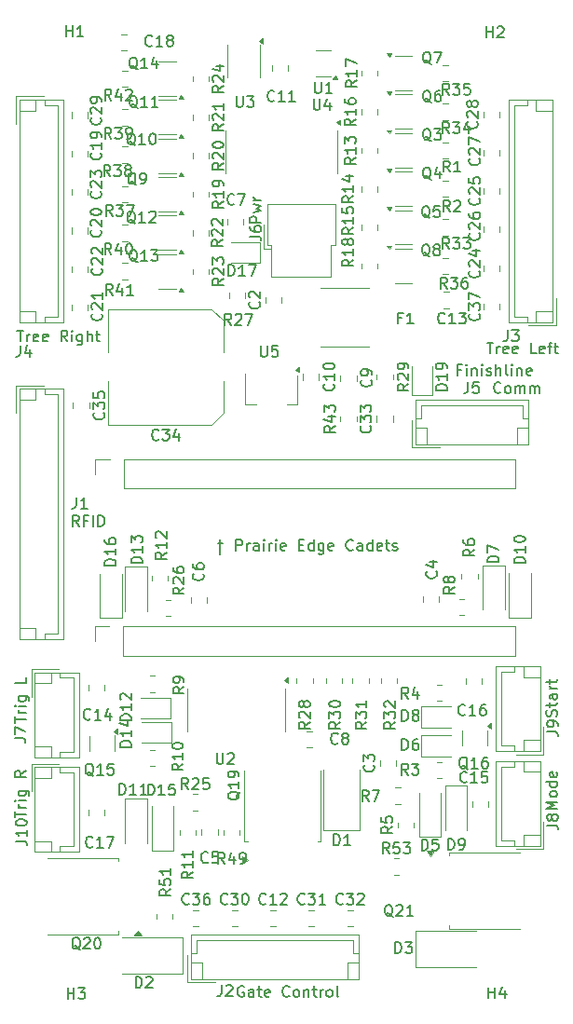
<source format=gbr>
%TF.GenerationSoftware,KiCad,Pcbnew,9.0.0*%
%TF.CreationDate,2025-05-01T21:30:10-04:00*%
%TF.ProjectId,StarterController_Nano,53746172-7465-4724-936f-6e74726f6c6c,rev?*%
%TF.SameCoordinates,Original*%
%TF.FileFunction,Legend,Top*%
%TF.FilePolarity,Positive*%
%FSLAX46Y46*%
G04 Gerber Fmt 4.6, Leading zero omitted, Abs format (unit mm)*
G04 Created by KiCad (PCBNEW 9.0.0) date 2025-05-01 21:30:10*
%MOMM*%
%LPD*%
G01*
G04 APERTURE LIST*
%ADD10C,0.150000*%
%ADD11C,0.200000*%
%ADD12C,0.120000*%
G04 APERTURE END LIST*
D10*
X135620363Y-74036065D02*
X135287030Y-74036065D01*
X135287030Y-74559875D02*
X135287030Y-73559875D01*
X135287030Y-73559875D02*
X135763220Y-73559875D01*
X136144173Y-74559875D02*
X136144173Y-73893208D01*
X136144173Y-73559875D02*
X136096554Y-73607494D01*
X136096554Y-73607494D02*
X136144173Y-73655113D01*
X136144173Y-73655113D02*
X136191792Y-73607494D01*
X136191792Y-73607494D02*
X136144173Y-73559875D01*
X136144173Y-73559875D02*
X136144173Y-73655113D01*
X136620363Y-73893208D02*
X136620363Y-74559875D01*
X136620363Y-73988446D02*
X136667982Y-73940827D01*
X136667982Y-73940827D02*
X136763220Y-73893208D01*
X136763220Y-73893208D02*
X136906077Y-73893208D01*
X136906077Y-73893208D02*
X137001315Y-73940827D01*
X137001315Y-73940827D02*
X137048934Y-74036065D01*
X137048934Y-74036065D02*
X137048934Y-74559875D01*
X137525125Y-74559875D02*
X137525125Y-73893208D01*
X137525125Y-73559875D02*
X137477506Y-73607494D01*
X137477506Y-73607494D02*
X137525125Y-73655113D01*
X137525125Y-73655113D02*
X137572744Y-73607494D01*
X137572744Y-73607494D02*
X137525125Y-73559875D01*
X137525125Y-73559875D02*
X137525125Y-73655113D01*
X137953696Y-74512256D02*
X138048934Y-74559875D01*
X138048934Y-74559875D02*
X138239410Y-74559875D01*
X138239410Y-74559875D02*
X138334648Y-74512256D01*
X138334648Y-74512256D02*
X138382267Y-74417017D01*
X138382267Y-74417017D02*
X138382267Y-74369398D01*
X138382267Y-74369398D02*
X138334648Y-74274160D01*
X138334648Y-74274160D02*
X138239410Y-74226541D01*
X138239410Y-74226541D02*
X138096553Y-74226541D01*
X138096553Y-74226541D02*
X138001315Y-74178922D01*
X138001315Y-74178922D02*
X137953696Y-74083684D01*
X137953696Y-74083684D02*
X137953696Y-74036065D01*
X137953696Y-74036065D02*
X138001315Y-73940827D01*
X138001315Y-73940827D02*
X138096553Y-73893208D01*
X138096553Y-73893208D02*
X138239410Y-73893208D01*
X138239410Y-73893208D02*
X138334648Y-73940827D01*
X138810839Y-74559875D02*
X138810839Y-73559875D01*
X139239410Y-74559875D02*
X139239410Y-74036065D01*
X139239410Y-74036065D02*
X139191791Y-73940827D01*
X139191791Y-73940827D02*
X139096553Y-73893208D01*
X139096553Y-73893208D02*
X138953696Y-73893208D01*
X138953696Y-73893208D02*
X138858458Y-73940827D01*
X138858458Y-73940827D02*
X138810839Y-73988446D01*
X139858458Y-74559875D02*
X139763220Y-74512256D01*
X139763220Y-74512256D02*
X139715601Y-74417017D01*
X139715601Y-74417017D02*
X139715601Y-73559875D01*
X140239411Y-74559875D02*
X140239411Y-73893208D01*
X140239411Y-73559875D02*
X140191792Y-73607494D01*
X140191792Y-73607494D02*
X140239411Y-73655113D01*
X140239411Y-73655113D02*
X140287030Y-73607494D01*
X140287030Y-73607494D02*
X140239411Y-73559875D01*
X140239411Y-73559875D02*
X140239411Y-73655113D01*
X140715601Y-73893208D02*
X140715601Y-74559875D01*
X140715601Y-73988446D02*
X140763220Y-73940827D01*
X140763220Y-73940827D02*
X140858458Y-73893208D01*
X140858458Y-73893208D02*
X141001315Y-73893208D01*
X141001315Y-73893208D02*
X141096553Y-73940827D01*
X141096553Y-73940827D02*
X141144172Y-74036065D01*
X141144172Y-74036065D02*
X141144172Y-74559875D01*
X142001315Y-74512256D02*
X141906077Y-74559875D01*
X141906077Y-74559875D02*
X141715601Y-74559875D01*
X141715601Y-74559875D02*
X141620363Y-74512256D01*
X141620363Y-74512256D02*
X141572744Y-74417017D01*
X141572744Y-74417017D02*
X141572744Y-74036065D01*
X141572744Y-74036065D02*
X141620363Y-73940827D01*
X141620363Y-73940827D02*
X141715601Y-73893208D01*
X141715601Y-73893208D02*
X141906077Y-73893208D01*
X141906077Y-73893208D02*
X142001315Y-73940827D01*
X142001315Y-73940827D02*
X142048934Y-74036065D01*
X142048934Y-74036065D02*
X142048934Y-74131303D01*
X142048934Y-74131303D02*
X141572744Y-74226541D01*
X139239411Y-76074580D02*
X139191792Y-76122200D01*
X139191792Y-76122200D02*
X139048935Y-76169819D01*
X139048935Y-76169819D02*
X138953697Y-76169819D01*
X138953697Y-76169819D02*
X138810840Y-76122200D01*
X138810840Y-76122200D02*
X138715602Y-76026961D01*
X138715602Y-76026961D02*
X138667983Y-75931723D01*
X138667983Y-75931723D02*
X138620364Y-75741247D01*
X138620364Y-75741247D02*
X138620364Y-75598390D01*
X138620364Y-75598390D02*
X138667983Y-75407914D01*
X138667983Y-75407914D02*
X138715602Y-75312676D01*
X138715602Y-75312676D02*
X138810840Y-75217438D01*
X138810840Y-75217438D02*
X138953697Y-75169819D01*
X138953697Y-75169819D02*
X139048935Y-75169819D01*
X139048935Y-75169819D02*
X139191792Y-75217438D01*
X139191792Y-75217438D02*
X139239411Y-75265057D01*
X139810840Y-76169819D02*
X139715602Y-76122200D01*
X139715602Y-76122200D02*
X139667983Y-76074580D01*
X139667983Y-76074580D02*
X139620364Y-75979342D01*
X139620364Y-75979342D02*
X139620364Y-75693628D01*
X139620364Y-75693628D02*
X139667983Y-75598390D01*
X139667983Y-75598390D02*
X139715602Y-75550771D01*
X139715602Y-75550771D02*
X139810840Y-75503152D01*
X139810840Y-75503152D02*
X139953697Y-75503152D01*
X139953697Y-75503152D02*
X140048935Y-75550771D01*
X140048935Y-75550771D02*
X140096554Y-75598390D01*
X140096554Y-75598390D02*
X140144173Y-75693628D01*
X140144173Y-75693628D02*
X140144173Y-75979342D01*
X140144173Y-75979342D02*
X140096554Y-76074580D01*
X140096554Y-76074580D02*
X140048935Y-76122200D01*
X140048935Y-76122200D02*
X139953697Y-76169819D01*
X139953697Y-76169819D02*
X139810840Y-76169819D01*
X140572745Y-76169819D02*
X140572745Y-75503152D01*
X140572745Y-75598390D02*
X140620364Y-75550771D01*
X140620364Y-75550771D02*
X140715602Y-75503152D01*
X140715602Y-75503152D02*
X140858459Y-75503152D01*
X140858459Y-75503152D02*
X140953697Y-75550771D01*
X140953697Y-75550771D02*
X141001316Y-75646009D01*
X141001316Y-75646009D02*
X141001316Y-76169819D01*
X141001316Y-75646009D02*
X141048935Y-75550771D01*
X141048935Y-75550771D02*
X141144173Y-75503152D01*
X141144173Y-75503152D02*
X141287030Y-75503152D01*
X141287030Y-75503152D02*
X141382269Y-75550771D01*
X141382269Y-75550771D02*
X141429888Y-75646009D01*
X141429888Y-75646009D02*
X141429888Y-76169819D01*
X141906078Y-76169819D02*
X141906078Y-75503152D01*
X141906078Y-75598390D02*
X141953697Y-75550771D01*
X141953697Y-75550771D02*
X142048935Y-75503152D01*
X142048935Y-75503152D02*
X142191792Y-75503152D01*
X142191792Y-75503152D02*
X142287030Y-75550771D01*
X142287030Y-75550771D02*
X142334649Y-75646009D01*
X142334649Y-75646009D02*
X142334649Y-76169819D01*
X142334649Y-75646009D02*
X142382268Y-75550771D01*
X142382268Y-75550771D02*
X142477506Y-75503152D01*
X142477506Y-75503152D02*
X142620363Y-75503152D01*
X142620363Y-75503152D02*
X142715602Y-75550771D01*
X142715602Y-75550771D02*
X142763221Y-75646009D01*
X142763221Y-75646009D02*
X142763221Y-76169819D01*
X144369819Y-113970112D02*
X143369819Y-113970112D01*
X143369819Y-113970112D02*
X144084104Y-113636779D01*
X144084104Y-113636779D02*
X143369819Y-113303446D01*
X143369819Y-113303446D02*
X144369819Y-113303446D01*
X144369819Y-112684398D02*
X144322200Y-112779636D01*
X144322200Y-112779636D02*
X144274580Y-112827255D01*
X144274580Y-112827255D02*
X144179342Y-112874874D01*
X144179342Y-112874874D02*
X143893628Y-112874874D01*
X143893628Y-112874874D02*
X143798390Y-112827255D01*
X143798390Y-112827255D02*
X143750771Y-112779636D01*
X143750771Y-112779636D02*
X143703152Y-112684398D01*
X143703152Y-112684398D02*
X143703152Y-112541541D01*
X143703152Y-112541541D02*
X143750771Y-112446303D01*
X143750771Y-112446303D02*
X143798390Y-112398684D01*
X143798390Y-112398684D02*
X143893628Y-112351065D01*
X143893628Y-112351065D02*
X144179342Y-112351065D01*
X144179342Y-112351065D02*
X144274580Y-112398684D01*
X144274580Y-112398684D02*
X144322200Y-112446303D01*
X144322200Y-112446303D02*
X144369819Y-112541541D01*
X144369819Y-112541541D02*
X144369819Y-112684398D01*
X144369819Y-111493922D02*
X143369819Y-111493922D01*
X144322200Y-111493922D02*
X144369819Y-111589160D01*
X144369819Y-111589160D02*
X144369819Y-111779636D01*
X144369819Y-111779636D02*
X144322200Y-111874874D01*
X144322200Y-111874874D02*
X144274580Y-111922493D01*
X144274580Y-111922493D02*
X144179342Y-111970112D01*
X144179342Y-111970112D02*
X143893628Y-111970112D01*
X143893628Y-111970112D02*
X143798390Y-111922493D01*
X143798390Y-111922493D02*
X143750771Y-111874874D01*
X143750771Y-111874874D02*
X143703152Y-111779636D01*
X143703152Y-111779636D02*
X143703152Y-111589160D01*
X143703152Y-111589160D02*
X143750771Y-111493922D01*
X144322200Y-110636779D02*
X144369819Y-110732017D01*
X144369819Y-110732017D02*
X144369819Y-110922493D01*
X144369819Y-110922493D02*
X144322200Y-111017731D01*
X144322200Y-111017731D02*
X144226961Y-111065350D01*
X144226961Y-111065350D02*
X143846009Y-111065350D01*
X143846009Y-111065350D02*
X143750771Y-111017731D01*
X143750771Y-111017731D02*
X143703152Y-110922493D01*
X143703152Y-110922493D02*
X143703152Y-110732017D01*
X143703152Y-110732017D02*
X143750771Y-110636779D01*
X143750771Y-110636779D02*
X143846009Y-110589160D01*
X143846009Y-110589160D02*
X143941247Y-110589160D01*
X143941247Y-110589160D02*
X144036485Y-111065350D01*
D11*
X113522054Y-89800552D02*
X113998244Y-89800552D01*
X113760149Y-89467219D02*
X113760149Y-90800552D01*
X115188721Y-90467219D02*
X115188721Y-89467219D01*
X115188721Y-89467219D02*
X115569673Y-89467219D01*
X115569673Y-89467219D02*
X115664911Y-89514838D01*
X115664911Y-89514838D02*
X115712530Y-89562457D01*
X115712530Y-89562457D02*
X115760149Y-89657695D01*
X115760149Y-89657695D02*
X115760149Y-89800552D01*
X115760149Y-89800552D02*
X115712530Y-89895790D01*
X115712530Y-89895790D02*
X115664911Y-89943409D01*
X115664911Y-89943409D02*
X115569673Y-89991028D01*
X115569673Y-89991028D02*
X115188721Y-89991028D01*
X116188721Y-90467219D02*
X116188721Y-89800552D01*
X116188721Y-89991028D02*
X116236340Y-89895790D01*
X116236340Y-89895790D02*
X116283959Y-89848171D01*
X116283959Y-89848171D02*
X116379197Y-89800552D01*
X116379197Y-89800552D02*
X116474435Y-89800552D01*
X117236340Y-90467219D02*
X117236340Y-89943409D01*
X117236340Y-89943409D02*
X117188721Y-89848171D01*
X117188721Y-89848171D02*
X117093483Y-89800552D01*
X117093483Y-89800552D02*
X116903007Y-89800552D01*
X116903007Y-89800552D02*
X116807769Y-89848171D01*
X117236340Y-90419600D02*
X117141102Y-90467219D01*
X117141102Y-90467219D02*
X116903007Y-90467219D01*
X116903007Y-90467219D02*
X116807769Y-90419600D01*
X116807769Y-90419600D02*
X116760150Y-90324361D01*
X116760150Y-90324361D02*
X116760150Y-90229123D01*
X116760150Y-90229123D02*
X116807769Y-90133885D01*
X116807769Y-90133885D02*
X116903007Y-90086266D01*
X116903007Y-90086266D02*
X117141102Y-90086266D01*
X117141102Y-90086266D02*
X117236340Y-90038647D01*
X117712531Y-90467219D02*
X117712531Y-89800552D01*
X117712531Y-89467219D02*
X117664912Y-89514838D01*
X117664912Y-89514838D02*
X117712531Y-89562457D01*
X117712531Y-89562457D02*
X117760150Y-89514838D01*
X117760150Y-89514838D02*
X117712531Y-89467219D01*
X117712531Y-89467219D02*
X117712531Y-89562457D01*
X118188721Y-90467219D02*
X118188721Y-89800552D01*
X118188721Y-89991028D02*
X118236340Y-89895790D01*
X118236340Y-89895790D02*
X118283959Y-89848171D01*
X118283959Y-89848171D02*
X118379197Y-89800552D01*
X118379197Y-89800552D02*
X118474435Y-89800552D01*
X118807769Y-90467219D02*
X118807769Y-89800552D01*
X118807769Y-89467219D02*
X118760150Y-89514838D01*
X118760150Y-89514838D02*
X118807769Y-89562457D01*
X118807769Y-89562457D02*
X118855388Y-89514838D01*
X118855388Y-89514838D02*
X118807769Y-89467219D01*
X118807769Y-89467219D02*
X118807769Y-89562457D01*
X119664911Y-90419600D02*
X119569673Y-90467219D01*
X119569673Y-90467219D02*
X119379197Y-90467219D01*
X119379197Y-90467219D02*
X119283959Y-90419600D01*
X119283959Y-90419600D02*
X119236340Y-90324361D01*
X119236340Y-90324361D02*
X119236340Y-89943409D01*
X119236340Y-89943409D02*
X119283959Y-89848171D01*
X119283959Y-89848171D02*
X119379197Y-89800552D01*
X119379197Y-89800552D02*
X119569673Y-89800552D01*
X119569673Y-89800552D02*
X119664911Y-89848171D01*
X119664911Y-89848171D02*
X119712530Y-89943409D01*
X119712530Y-89943409D02*
X119712530Y-90038647D01*
X119712530Y-90038647D02*
X119236340Y-90133885D01*
X120903007Y-89943409D02*
X121236340Y-89943409D01*
X121379197Y-90467219D02*
X120903007Y-90467219D01*
X120903007Y-90467219D02*
X120903007Y-89467219D01*
X120903007Y-89467219D02*
X121379197Y-89467219D01*
X122236340Y-90467219D02*
X122236340Y-89467219D01*
X122236340Y-90419600D02*
X122141102Y-90467219D01*
X122141102Y-90467219D02*
X121950626Y-90467219D01*
X121950626Y-90467219D02*
X121855388Y-90419600D01*
X121855388Y-90419600D02*
X121807769Y-90371980D01*
X121807769Y-90371980D02*
X121760150Y-90276742D01*
X121760150Y-90276742D02*
X121760150Y-89991028D01*
X121760150Y-89991028D02*
X121807769Y-89895790D01*
X121807769Y-89895790D02*
X121855388Y-89848171D01*
X121855388Y-89848171D02*
X121950626Y-89800552D01*
X121950626Y-89800552D02*
X122141102Y-89800552D01*
X122141102Y-89800552D02*
X122236340Y-89848171D01*
X123141102Y-89800552D02*
X123141102Y-90610076D01*
X123141102Y-90610076D02*
X123093483Y-90705314D01*
X123093483Y-90705314D02*
X123045864Y-90752933D01*
X123045864Y-90752933D02*
X122950626Y-90800552D01*
X122950626Y-90800552D02*
X122807769Y-90800552D01*
X122807769Y-90800552D02*
X122712531Y-90752933D01*
X123141102Y-90419600D02*
X123045864Y-90467219D01*
X123045864Y-90467219D02*
X122855388Y-90467219D01*
X122855388Y-90467219D02*
X122760150Y-90419600D01*
X122760150Y-90419600D02*
X122712531Y-90371980D01*
X122712531Y-90371980D02*
X122664912Y-90276742D01*
X122664912Y-90276742D02*
X122664912Y-89991028D01*
X122664912Y-89991028D02*
X122712531Y-89895790D01*
X122712531Y-89895790D02*
X122760150Y-89848171D01*
X122760150Y-89848171D02*
X122855388Y-89800552D01*
X122855388Y-89800552D02*
X123045864Y-89800552D01*
X123045864Y-89800552D02*
X123141102Y-89848171D01*
X123998245Y-90419600D02*
X123903007Y-90467219D01*
X123903007Y-90467219D02*
X123712531Y-90467219D01*
X123712531Y-90467219D02*
X123617293Y-90419600D01*
X123617293Y-90419600D02*
X123569674Y-90324361D01*
X123569674Y-90324361D02*
X123569674Y-89943409D01*
X123569674Y-89943409D02*
X123617293Y-89848171D01*
X123617293Y-89848171D02*
X123712531Y-89800552D01*
X123712531Y-89800552D02*
X123903007Y-89800552D01*
X123903007Y-89800552D02*
X123998245Y-89848171D01*
X123998245Y-89848171D02*
X124045864Y-89943409D01*
X124045864Y-89943409D02*
X124045864Y-90038647D01*
X124045864Y-90038647D02*
X123569674Y-90133885D01*
X125807769Y-90371980D02*
X125760150Y-90419600D01*
X125760150Y-90419600D02*
X125617293Y-90467219D01*
X125617293Y-90467219D02*
X125522055Y-90467219D01*
X125522055Y-90467219D02*
X125379198Y-90419600D01*
X125379198Y-90419600D02*
X125283960Y-90324361D01*
X125283960Y-90324361D02*
X125236341Y-90229123D01*
X125236341Y-90229123D02*
X125188722Y-90038647D01*
X125188722Y-90038647D02*
X125188722Y-89895790D01*
X125188722Y-89895790D02*
X125236341Y-89705314D01*
X125236341Y-89705314D02*
X125283960Y-89610076D01*
X125283960Y-89610076D02*
X125379198Y-89514838D01*
X125379198Y-89514838D02*
X125522055Y-89467219D01*
X125522055Y-89467219D02*
X125617293Y-89467219D01*
X125617293Y-89467219D02*
X125760150Y-89514838D01*
X125760150Y-89514838D02*
X125807769Y-89562457D01*
X126664912Y-90467219D02*
X126664912Y-89943409D01*
X126664912Y-89943409D02*
X126617293Y-89848171D01*
X126617293Y-89848171D02*
X126522055Y-89800552D01*
X126522055Y-89800552D02*
X126331579Y-89800552D01*
X126331579Y-89800552D02*
X126236341Y-89848171D01*
X126664912Y-90419600D02*
X126569674Y-90467219D01*
X126569674Y-90467219D02*
X126331579Y-90467219D01*
X126331579Y-90467219D02*
X126236341Y-90419600D01*
X126236341Y-90419600D02*
X126188722Y-90324361D01*
X126188722Y-90324361D02*
X126188722Y-90229123D01*
X126188722Y-90229123D02*
X126236341Y-90133885D01*
X126236341Y-90133885D02*
X126331579Y-90086266D01*
X126331579Y-90086266D02*
X126569674Y-90086266D01*
X126569674Y-90086266D02*
X126664912Y-90038647D01*
X127569674Y-90467219D02*
X127569674Y-89467219D01*
X127569674Y-90419600D02*
X127474436Y-90467219D01*
X127474436Y-90467219D02*
X127283960Y-90467219D01*
X127283960Y-90467219D02*
X127188722Y-90419600D01*
X127188722Y-90419600D02*
X127141103Y-90371980D01*
X127141103Y-90371980D02*
X127093484Y-90276742D01*
X127093484Y-90276742D02*
X127093484Y-89991028D01*
X127093484Y-89991028D02*
X127141103Y-89895790D01*
X127141103Y-89895790D02*
X127188722Y-89848171D01*
X127188722Y-89848171D02*
X127283960Y-89800552D01*
X127283960Y-89800552D02*
X127474436Y-89800552D01*
X127474436Y-89800552D02*
X127569674Y-89848171D01*
X128426817Y-90419600D02*
X128331579Y-90467219D01*
X128331579Y-90467219D02*
X128141103Y-90467219D01*
X128141103Y-90467219D02*
X128045865Y-90419600D01*
X128045865Y-90419600D02*
X127998246Y-90324361D01*
X127998246Y-90324361D02*
X127998246Y-89943409D01*
X127998246Y-89943409D02*
X128045865Y-89848171D01*
X128045865Y-89848171D02*
X128141103Y-89800552D01*
X128141103Y-89800552D02*
X128331579Y-89800552D01*
X128331579Y-89800552D02*
X128426817Y-89848171D01*
X128426817Y-89848171D02*
X128474436Y-89943409D01*
X128474436Y-89943409D02*
X128474436Y-90038647D01*
X128474436Y-90038647D02*
X127998246Y-90133885D01*
X128760151Y-89800552D02*
X129141103Y-89800552D01*
X128903008Y-89467219D02*
X128903008Y-90324361D01*
X128903008Y-90324361D02*
X128950627Y-90419600D01*
X128950627Y-90419600D02*
X129045865Y-90467219D01*
X129045865Y-90467219D02*
X129141103Y-90467219D01*
X129426818Y-90419600D02*
X129522056Y-90467219D01*
X129522056Y-90467219D02*
X129712532Y-90467219D01*
X129712532Y-90467219D02*
X129807770Y-90419600D01*
X129807770Y-90419600D02*
X129855389Y-90324361D01*
X129855389Y-90324361D02*
X129855389Y-90276742D01*
X129855389Y-90276742D02*
X129807770Y-90181504D01*
X129807770Y-90181504D02*
X129712532Y-90133885D01*
X129712532Y-90133885D02*
X129569675Y-90133885D01*
X129569675Y-90133885D02*
X129474437Y-90086266D01*
X129474437Y-90086266D02*
X129426818Y-89991028D01*
X129426818Y-89991028D02*
X129426818Y-89943409D01*
X129426818Y-89943409D02*
X129474437Y-89848171D01*
X129474437Y-89848171D02*
X129569675Y-89800552D01*
X129569675Y-89800552D02*
X129712532Y-89800552D01*
X129712532Y-89800552D02*
X129807770Y-89848171D01*
D10*
X137993922Y-71569819D02*
X138565350Y-71569819D01*
X138279636Y-72569819D02*
X138279636Y-71569819D01*
X138898684Y-72569819D02*
X138898684Y-71903152D01*
X138898684Y-72093628D02*
X138946303Y-71998390D01*
X138946303Y-71998390D02*
X138993922Y-71950771D01*
X138993922Y-71950771D02*
X139089160Y-71903152D01*
X139089160Y-71903152D02*
X139184398Y-71903152D01*
X139898684Y-72522200D02*
X139803446Y-72569819D01*
X139803446Y-72569819D02*
X139612970Y-72569819D01*
X139612970Y-72569819D02*
X139517732Y-72522200D01*
X139517732Y-72522200D02*
X139470113Y-72426961D01*
X139470113Y-72426961D02*
X139470113Y-72046009D01*
X139470113Y-72046009D02*
X139517732Y-71950771D01*
X139517732Y-71950771D02*
X139612970Y-71903152D01*
X139612970Y-71903152D02*
X139803446Y-71903152D01*
X139803446Y-71903152D02*
X139898684Y-71950771D01*
X139898684Y-71950771D02*
X139946303Y-72046009D01*
X139946303Y-72046009D02*
X139946303Y-72141247D01*
X139946303Y-72141247D02*
X139470113Y-72236485D01*
X140755827Y-72522200D02*
X140660589Y-72569819D01*
X140660589Y-72569819D02*
X140470113Y-72569819D01*
X140470113Y-72569819D02*
X140374875Y-72522200D01*
X140374875Y-72522200D02*
X140327256Y-72426961D01*
X140327256Y-72426961D02*
X140327256Y-72046009D01*
X140327256Y-72046009D02*
X140374875Y-71950771D01*
X140374875Y-71950771D02*
X140470113Y-71903152D01*
X140470113Y-71903152D02*
X140660589Y-71903152D01*
X140660589Y-71903152D02*
X140755827Y-71950771D01*
X140755827Y-71950771D02*
X140803446Y-72046009D01*
X140803446Y-72046009D02*
X140803446Y-72141247D01*
X140803446Y-72141247D02*
X140327256Y-72236485D01*
X142470113Y-72569819D02*
X141993923Y-72569819D01*
X141993923Y-72569819D02*
X141993923Y-71569819D01*
X143184399Y-72522200D02*
X143089161Y-72569819D01*
X143089161Y-72569819D02*
X142898685Y-72569819D01*
X142898685Y-72569819D02*
X142803447Y-72522200D01*
X142803447Y-72522200D02*
X142755828Y-72426961D01*
X142755828Y-72426961D02*
X142755828Y-72046009D01*
X142755828Y-72046009D02*
X142803447Y-71950771D01*
X142803447Y-71950771D02*
X142898685Y-71903152D01*
X142898685Y-71903152D02*
X143089161Y-71903152D01*
X143089161Y-71903152D02*
X143184399Y-71950771D01*
X143184399Y-71950771D02*
X143232018Y-72046009D01*
X143232018Y-72046009D02*
X143232018Y-72141247D01*
X143232018Y-72141247D02*
X142755828Y-72236485D01*
X143517733Y-71903152D02*
X143898685Y-71903152D01*
X143660590Y-72569819D02*
X143660590Y-71712676D01*
X143660590Y-71712676D02*
X143708209Y-71617438D01*
X143708209Y-71617438D02*
X143803447Y-71569819D01*
X143803447Y-71569819D02*
X143898685Y-71569819D01*
X144089162Y-71903152D02*
X144470114Y-71903152D01*
X144232019Y-71569819D02*
X144232019Y-72426961D01*
X144232019Y-72426961D02*
X144279638Y-72522200D01*
X144279638Y-72522200D02*
X144374876Y-72569819D01*
X144374876Y-72569819D02*
X144470114Y-72569819D01*
X115889408Y-130077438D02*
X115794170Y-130029819D01*
X115794170Y-130029819D02*
X115651313Y-130029819D01*
X115651313Y-130029819D02*
X115508456Y-130077438D01*
X115508456Y-130077438D02*
X115413218Y-130172676D01*
X115413218Y-130172676D02*
X115365599Y-130267914D01*
X115365599Y-130267914D02*
X115317980Y-130458390D01*
X115317980Y-130458390D02*
X115317980Y-130601247D01*
X115317980Y-130601247D02*
X115365599Y-130791723D01*
X115365599Y-130791723D02*
X115413218Y-130886961D01*
X115413218Y-130886961D02*
X115508456Y-130982200D01*
X115508456Y-130982200D02*
X115651313Y-131029819D01*
X115651313Y-131029819D02*
X115746551Y-131029819D01*
X115746551Y-131029819D02*
X115889408Y-130982200D01*
X115889408Y-130982200D02*
X115937027Y-130934580D01*
X115937027Y-130934580D02*
X115937027Y-130601247D01*
X115937027Y-130601247D02*
X115746551Y-130601247D01*
X116794170Y-131029819D02*
X116794170Y-130506009D01*
X116794170Y-130506009D02*
X116746551Y-130410771D01*
X116746551Y-130410771D02*
X116651313Y-130363152D01*
X116651313Y-130363152D02*
X116460837Y-130363152D01*
X116460837Y-130363152D02*
X116365599Y-130410771D01*
X116794170Y-130982200D02*
X116698932Y-131029819D01*
X116698932Y-131029819D02*
X116460837Y-131029819D01*
X116460837Y-131029819D02*
X116365599Y-130982200D01*
X116365599Y-130982200D02*
X116317980Y-130886961D01*
X116317980Y-130886961D02*
X116317980Y-130791723D01*
X116317980Y-130791723D02*
X116365599Y-130696485D01*
X116365599Y-130696485D02*
X116460837Y-130648866D01*
X116460837Y-130648866D02*
X116698932Y-130648866D01*
X116698932Y-130648866D02*
X116794170Y-130601247D01*
X117127504Y-130363152D02*
X117508456Y-130363152D01*
X117270361Y-130029819D02*
X117270361Y-130886961D01*
X117270361Y-130886961D02*
X117317980Y-130982200D01*
X117317980Y-130982200D02*
X117413218Y-131029819D01*
X117413218Y-131029819D02*
X117508456Y-131029819D01*
X118222742Y-130982200D02*
X118127504Y-131029819D01*
X118127504Y-131029819D02*
X117937028Y-131029819D01*
X117937028Y-131029819D02*
X117841790Y-130982200D01*
X117841790Y-130982200D02*
X117794171Y-130886961D01*
X117794171Y-130886961D02*
X117794171Y-130506009D01*
X117794171Y-130506009D02*
X117841790Y-130410771D01*
X117841790Y-130410771D02*
X117937028Y-130363152D01*
X117937028Y-130363152D02*
X118127504Y-130363152D01*
X118127504Y-130363152D02*
X118222742Y-130410771D01*
X118222742Y-130410771D02*
X118270361Y-130506009D01*
X118270361Y-130506009D02*
X118270361Y-130601247D01*
X118270361Y-130601247D02*
X117794171Y-130696485D01*
X120032266Y-130934580D02*
X119984647Y-130982200D01*
X119984647Y-130982200D02*
X119841790Y-131029819D01*
X119841790Y-131029819D02*
X119746552Y-131029819D01*
X119746552Y-131029819D02*
X119603695Y-130982200D01*
X119603695Y-130982200D02*
X119508457Y-130886961D01*
X119508457Y-130886961D02*
X119460838Y-130791723D01*
X119460838Y-130791723D02*
X119413219Y-130601247D01*
X119413219Y-130601247D02*
X119413219Y-130458390D01*
X119413219Y-130458390D02*
X119460838Y-130267914D01*
X119460838Y-130267914D02*
X119508457Y-130172676D01*
X119508457Y-130172676D02*
X119603695Y-130077438D01*
X119603695Y-130077438D02*
X119746552Y-130029819D01*
X119746552Y-130029819D02*
X119841790Y-130029819D01*
X119841790Y-130029819D02*
X119984647Y-130077438D01*
X119984647Y-130077438D02*
X120032266Y-130125057D01*
X120603695Y-131029819D02*
X120508457Y-130982200D01*
X120508457Y-130982200D02*
X120460838Y-130934580D01*
X120460838Y-130934580D02*
X120413219Y-130839342D01*
X120413219Y-130839342D02*
X120413219Y-130553628D01*
X120413219Y-130553628D02*
X120460838Y-130458390D01*
X120460838Y-130458390D02*
X120508457Y-130410771D01*
X120508457Y-130410771D02*
X120603695Y-130363152D01*
X120603695Y-130363152D02*
X120746552Y-130363152D01*
X120746552Y-130363152D02*
X120841790Y-130410771D01*
X120841790Y-130410771D02*
X120889409Y-130458390D01*
X120889409Y-130458390D02*
X120937028Y-130553628D01*
X120937028Y-130553628D02*
X120937028Y-130839342D01*
X120937028Y-130839342D02*
X120889409Y-130934580D01*
X120889409Y-130934580D02*
X120841790Y-130982200D01*
X120841790Y-130982200D02*
X120746552Y-131029819D01*
X120746552Y-131029819D02*
X120603695Y-131029819D01*
X121365600Y-130363152D02*
X121365600Y-131029819D01*
X121365600Y-130458390D02*
X121413219Y-130410771D01*
X121413219Y-130410771D02*
X121508457Y-130363152D01*
X121508457Y-130363152D02*
X121651314Y-130363152D01*
X121651314Y-130363152D02*
X121746552Y-130410771D01*
X121746552Y-130410771D02*
X121794171Y-130506009D01*
X121794171Y-130506009D02*
X121794171Y-131029819D01*
X122127505Y-130363152D02*
X122508457Y-130363152D01*
X122270362Y-130029819D02*
X122270362Y-130886961D01*
X122270362Y-130886961D02*
X122317981Y-130982200D01*
X122317981Y-130982200D02*
X122413219Y-131029819D01*
X122413219Y-131029819D02*
X122508457Y-131029819D01*
X122841791Y-131029819D02*
X122841791Y-130363152D01*
X122841791Y-130553628D02*
X122889410Y-130458390D01*
X122889410Y-130458390D02*
X122937029Y-130410771D01*
X122937029Y-130410771D02*
X123032267Y-130363152D01*
X123032267Y-130363152D02*
X123127505Y-130363152D01*
X123603696Y-131029819D02*
X123508458Y-130982200D01*
X123508458Y-130982200D02*
X123460839Y-130934580D01*
X123460839Y-130934580D02*
X123413220Y-130839342D01*
X123413220Y-130839342D02*
X123413220Y-130553628D01*
X123413220Y-130553628D02*
X123460839Y-130458390D01*
X123460839Y-130458390D02*
X123508458Y-130410771D01*
X123508458Y-130410771D02*
X123603696Y-130363152D01*
X123603696Y-130363152D02*
X123746553Y-130363152D01*
X123746553Y-130363152D02*
X123841791Y-130410771D01*
X123841791Y-130410771D02*
X123889410Y-130458390D01*
X123889410Y-130458390D02*
X123937029Y-130553628D01*
X123937029Y-130553628D02*
X123937029Y-130839342D01*
X123937029Y-130839342D02*
X123889410Y-130934580D01*
X123889410Y-130934580D02*
X123841791Y-130982200D01*
X123841791Y-130982200D02*
X123746553Y-131029819D01*
X123746553Y-131029819D02*
X123603696Y-131029819D01*
X124508458Y-131029819D02*
X124413220Y-130982200D01*
X124413220Y-130982200D02*
X124365601Y-130886961D01*
X124365601Y-130886961D02*
X124365601Y-130029819D01*
X144322200Y-105527256D02*
X144369819Y-105384399D01*
X144369819Y-105384399D02*
X144369819Y-105146304D01*
X144369819Y-105146304D02*
X144322200Y-105051066D01*
X144322200Y-105051066D02*
X144274580Y-105003447D01*
X144274580Y-105003447D02*
X144179342Y-104955828D01*
X144179342Y-104955828D02*
X144084104Y-104955828D01*
X144084104Y-104955828D02*
X143988866Y-105003447D01*
X143988866Y-105003447D02*
X143941247Y-105051066D01*
X143941247Y-105051066D02*
X143893628Y-105146304D01*
X143893628Y-105146304D02*
X143846009Y-105336780D01*
X143846009Y-105336780D02*
X143798390Y-105432018D01*
X143798390Y-105432018D02*
X143750771Y-105479637D01*
X143750771Y-105479637D02*
X143655533Y-105527256D01*
X143655533Y-105527256D02*
X143560295Y-105527256D01*
X143560295Y-105527256D02*
X143465057Y-105479637D01*
X143465057Y-105479637D02*
X143417438Y-105432018D01*
X143417438Y-105432018D02*
X143369819Y-105336780D01*
X143369819Y-105336780D02*
X143369819Y-105098685D01*
X143369819Y-105098685D02*
X143417438Y-104955828D01*
X143703152Y-104670113D02*
X143703152Y-104289161D01*
X143369819Y-104527256D02*
X144226961Y-104527256D01*
X144226961Y-104527256D02*
X144322200Y-104479637D01*
X144322200Y-104479637D02*
X144369819Y-104384399D01*
X144369819Y-104384399D02*
X144369819Y-104289161D01*
X144369819Y-103527256D02*
X143846009Y-103527256D01*
X143846009Y-103527256D02*
X143750771Y-103574875D01*
X143750771Y-103574875D02*
X143703152Y-103670113D01*
X143703152Y-103670113D02*
X143703152Y-103860589D01*
X143703152Y-103860589D02*
X143750771Y-103955827D01*
X144322200Y-103527256D02*
X144369819Y-103622494D01*
X144369819Y-103622494D02*
X144369819Y-103860589D01*
X144369819Y-103860589D02*
X144322200Y-103955827D01*
X144322200Y-103955827D02*
X144226961Y-104003446D01*
X144226961Y-104003446D02*
X144131723Y-104003446D01*
X144131723Y-104003446D02*
X144036485Y-103955827D01*
X144036485Y-103955827D02*
X143988866Y-103860589D01*
X143988866Y-103860589D02*
X143988866Y-103622494D01*
X143988866Y-103622494D02*
X143941247Y-103527256D01*
X144369819Y-103051065D02*
X143703152Y-103051065D01*
X143893628Y-103051065D02*
X143798390Y-103003446D01*
X143798390Y-103003446D02*
X143750771Y-102955827D01*
X143750771Y-102955827D02*
X143703152Y-102860589D01*
X143703152Y-102860589D02*
X143703152Y-102765351D01*
X143703152Y-102574874D02*
X143703152Y-102193922D01*
X143369819Y-102432017D02*
X144226961Y-102432017D01*
X144226961Y-102432017D02*
X144322200Y-102384398D01*
X144322200Y-102384398D02*
X144369819Y-102289160D01*
X144369819Y-102289160D02*
X144369819Y-102193922D01*
X95069819Y-114727255D02*
X95069819Y-114155827D01*
X96069819Y-114441541D02*
X95069819Y-114441541D01*
X96069819Y-113822493D02*
X95403152Y-113822493D01*
X95593628Y-113822493D02*
X95498390Y-113774874D01*
X95498390Y-113774874D02*
X95450771Y-113727255D01*
X95450771Y-113727255D02*
X95403152Y-113632017D01*
X95403152Y-113632017D02*
X95403152Y-113536779D01*
X96069819Y-113203445D02*
X95403152Y-113203445D01*
X95069819Y-113203445D02*
X95117438Y-113251064D01*
X95117438Y-113251064D02*
X95165057Y-113203445D01*
X95165057Y-113203445D02*
X95117438Y-113155826D01*
X95117438Y-113155826D02*
X95069819Y-113203445D01*
X95069819Y-113203445D02*
X95165057Y-113203445D01*
X95403152Y-112298684D02*
X96212676Y-112298684D01*
X96212676Y-112298684D02*
X96307914Y-112346303D01*
X96307914Y-112346303D02*
X96355533Y-112393922D01*
X96355533Y-112393922D02*
X96403152Y-112489160D01*
X96403152Y-112489160D02*
X96403152Y-112632017D01*
X96403152Y-112632017D02*
X96355533Y-112727255D01*
X96022200Y-112298684D02*
X96069819Y-112393922D01*
X96069819Y-112393922D02*
X96069819Y-112584398D01*
X96069819Y-112584398D02*
X96022200Y-112679636D01*
X96022200Y-112679636D02*
X95974580Y-112727255D01*
X95974580Y-112727255D02*
X95879342Y-112774874D01*
X95879342Y-112774874D02*
X95593628Y-112774874D01*
X95593628Y-112774874D02*
X95498390Y-112727255D01*
X95498390Y-112727255D02*
X95450771Y-112679636D01*
X95450771Y-112679636D02*
X95403152Y-112584398D01*
X95403152Y-112584398D02*
X95403152Y-112393922D01*
X95403152Y-112393922D02*
X95450771Y-112298684D01*
X96069819Y-110489160D02*
X95593628Y-110822493D01*
X96069819Y-111060588D02*
X95069819Y-111060588D01*
X95069819Y-111060588D02*
X95069819Y-110679636D01*
X95069819Y-110679636D02*
X95117438Y-110584398D01*
X95117438Y-110584398D02*
X95165057Y-110536779D01*
X95165057Y-110536779D02*
X95260295Y-110489160D01*
X95260295Y-110489160D02*
X95403152Y-110489160D01*
X95403152Y-110489160D02*
X95498390Y-110536779D01*
X95498390Y-110536779D02*
X95546009Y-110584398D01*
X95546009Y-110584398D02*
X95593628Y-110679636D01*
X95593628Y-110679636D02*
X95593628Y-111060588D01*
X100908207Y-88269819D02*
X100574874Y-87793628D01*
X100336779Y-88269819D02*
X100336779Y-87269819D01*
X100336779Y-87269819D02*
X100717731Y-87269819D01*
X100717731Y-87269819D02*
X100812969Y-87317438D01*
X100812969Y-87317438D02*
X100860588Y-87365057D01*
X100860588Y-87365057D02*
X100908207Y-87460295D01*
X100908207Y-87460295D02*
X100908207Y-87603152D01*
X100908207Y-87603152D02*
X100860588Y-87698390D01*
X100860588Y-87698390D02*
X100812969Y-87746009D01*
X100812969Y-87746009D02*
X100717731Y-87793628D01*
X100717731Y-87793628D02*
X100336779Y-87793628D01*
X101670112Y-87746009D02*
X101336779Y-87746009D01*
X101336779Y-88269819D02*
X101336779Y-87269819D01*
X101336779Y-87269819D02*
X101812969Y-87269819D01*
X102193922Y-88269819D02*
X102193922Y-87269819D01*
X102670112Y-88269819D02*
X102670112Y-87269819D01*
X102670112Y-87269819D02*
X102908207Y-87269819D01*
X102908207Y-87269819D02*
X103051064Y-87317438D01*
X103051064Y-87317438D02*
X103146302Y-87412676D01*
X103146302Y-87412676D02*
X103193921Y-87507914D01*
X103193921Y-87507914D02*
X103241540Y-87698390D01*
X103241540Y-87698390D02*
X103241540Y-87841247D01*
X103241540Y-87841247D02*
X103193921Y-88031723D01*
X103193921Y-88031723D02*
X103146302Y-88126961D01*
X103146302Y-88126961D02*
X103051064Y-88222200D01*
X103051064Y-88222200D02*
X102908207Y-88269819D01*
X102908207Y-88269819D02*
X102670112Y-88269819D01*
X117469819Y-60663220D02*
X116469819Y-60663220D01*
X116469819Y-60663220D02*
X116469819Y-60282268D01*
X116469819Y-60282268D02*
X116517438Y-60187030D01*
X116517438Y-60187030D02*
X116565057Y-60139411D01*
X116565057Y-60139411D02*
X116660295Y-60091792D01*
X116660295Y-60091792D02*
X116803152Y-60091792D01*
X116803152Y-60091792D02*
X116898390Y-60139411D01*
X116898390Y-60139411D02*
X116946009Y-60187030D01*
X116946009Y-60187030D02*
X116993628Y-60282268D01*
X116993628Y-60282268D02*
X116993628Y-60663220D01*
X116803152Y-59758458D02*
X117469819Y-59567982D01*
X117469819Y-59567982D02*
X116993628Y-59377506D01*
X116993628Y-59377506D02*
X117469819Y-59187030D01*
X117469819Y-59187030D02*
X116803152Y-58996554D01*
X117469819Y-58615601D02*
X116803152Y-58615601D01*
X116993628Y-58615601D02*
X116898390Y-58567982D01*
X116898390Y-58567982D02*
X116850771Y-58520363D01*
X116850771Y-58520363D02*
X116803152Y-58425125D01*
X116803152Y-58425125D02*
X116803152Y-58329887D01*
X95293922Y-70469819D02*
X95865350Y-70469819D01*
X95579636Y-71469819D02*
X95579636Y-70469819D01*
X96198684Y-71469819D02*
X96198684Y-70803152D01*
X96198684Y-70993628D02*
X96246303Y-70898390D01*
X96246303Y-70898390D02*
X96293922Y-70850771D01*
X96293922Y-70850771D02*
X96389160Y-70803152D01*
X96389160Y-70803152D02*
X96484398Y-70803152D01*
X97198684Y-71422200D02*
X97103446Y-71469819D01*
X97103446Y-71469819D02*
X96912970Y-71469819D01*
X96912970Y-71469819D02*
X96817732Y-71422200D01*
X96817732Y-71422200D02*
X96770113Y-71326961D01*
X96770113Y-71326961D02*
X96770113Y-70946009D01*
X96770113Y-70946009D02*
X96817732Y-70850771D01*
X96817732Y-70850771D02*
X96912970Y-70803152D01*
X96912970Y-70803152D02*
X97103446Y-70803152D01*
X97103446Y-70803152D02*
X97198684Y-70850771D01*
X97198684Y-70850771D02*
X97246303Y-70946009D01*
X97246303Y-70946009D02*
X97246303Y-71041247D01*
X97246303Y-71041247D02*
X96770113Y-71136485D01*
X98055827Y-71422200D02*
X97960589Y-71469819D01*
X97960589Y-71469819D02*
X97770113Y-71469819D01*
X97770113Y-71469819D02*
X97674875Y-71422200D01*
X97674875Y-71422200D02*
X97627256Y-71326961D01*
X97627256Y-71326961D02*
X97627256Y-70946009D01*
X97627256Y-70946009D02*
X97674875Y-70850771D01*
X97674875Y-70850771D02*
X97770113Y-70803152D01*
X97770113Y-70803152D02*
X97960589Y-70803152D01*
X97960589Y-70803152D02*
X98055827Y-70850771D01*
X98055827Y-70850771D02*
X98103446Y-70946009D01*
X98103446Y-70946009D02*
X98103446Y-71041247D01*
X98103446Y-71041247D02*
X97627256Y-71136485D01*
X99865351Y-71469819D02*
X99532018Y-70993628D01*
X99293923Y-71469819D02*
X99293923Y-70469819D01*
X99293923Y-70469819D02*
X99674875Y-70469819D01*
X99674875Y-70469819D02*
X99770113Y-70517438D01*
X99770113Y-70517438D02*
X99817732Y-70565057D01*
X99817732Y-70565057D02*
X99865351Y-70660295D01*
X99865351Y-70660295D02*
X99865351Y-70803152D01*
X99865351Y-70803152D02*
X99817732Y-70898390D01*
X99817732Y-70898390D02*
X99770113Y-70946009D01*
X99770113Y-70946009D02*
X99674875Y-70993628D01*
X99674875Y-70993628D02*
X99293923Y-70993628D01*
X100293923Y-71469819D02*
X100293923Y-70803152D01*
X100293923Y-70469819D02*
X100246304Y-70517438D01*
X100246304Y-70517438D02*
X100293923Y-70565057D01*
X100293923Y-70565057D02*
X100341542Y-70517438D01*
X100341542Y-70517438D02*
X100293923Y-70469819D01*
X100293923Y-70469819D02*
X100293923Y-70565057D01*
X101198684Y-70803152D02*
X101198684Y-71612676D01*
X101198684Y-71612676D02*
X101151065Y-71707914D01*
X101151065Y-71707914D02*
X101103446Y-71755533D01*
X101103446Y-71755533D02*
X101008208Y-71803152D01*
X101008208Y-71803152D02*
X100865351Y-71803152D01*
X100865351Y-71803152D02*
X100770113Y-71755533D01*
X101198684Y-71422200D02*
X101103446Y-71469819D01*
X101103446Y-71469819D02*
X100912970Y-71469819D01*
X100912970Y-71469819D02*
X100817732Y-71422200D01*
X100817732Y-71422200D02*
X100770113Y-71374580D01*
X100770113Y-71374580D02*
X100722494Y-71279342D01*
X100722494Y-71279342D02*
X100722494Y-70993628D01*
X100722494Y-70993628D02*
X100770113Y-70898390D01*
X100770113Y-70898390D02*
X100817732Y-70850771D01*
X100817732Y-70850771D02*
X100912970Y-70803152D01*
X100912970Y-70803152D02*
X101103446Y-70803152D01*
X101103446Y-70803152D02*
X101198684Y-70850771D01*
X101674875Y-71469819D02*
X101674875Y-70469819D01*
X102103446Y-71469819D02*
X102103446Y-70946009D01*
X102103446Y-70946009D02*
X102055827Y-70850771D01*
X102055827Y-70850771D02*
X101960589Y-70803152D01*
X101960589Y-70803152D02*
X101817732Y-70803152D01*
X101817732Y-70803152D02*
X101722494Y-70850771D01*
X101722494Y-70850771D02*
X101674875Y-70898390D01*
X102436780Y-70803152D02*
X102817732Y-70803152D01*
X102579637Y-70469819D02*
X102579637Y-71326961D01*
X102579637Y-71326961D02*
X102627256Y-71422200D01*
X102627256Y-71422200D02*
X102722494Y-71469819D01*
X102722494Y-71469819D02*
X102817732Y-71469819D01*
X95069819Y-106136779D02*
X95069819Y-105565351D01*
X96069819Y-105851065D02*
X95069819Y-105851065D01*
X96069819Y-105232017D02*
X95403152Y-105232017D01*
X95593628Y-105232017D02*
X95498390Y-105184398D01*
X95498390Y-105184398D02*
X95450771Y-105136779D01*
X95450771Y-105136779D02*
X95403152Y-105041541D01*
X95403152Y-105041541D02*
X95403152Y-104946303D01*
X96069819Y-104612969D02*
X95403152Y-104612969D01*
X95069819Y-104612969D02*
X95117438Y-104660588D01*
X95117438Y-104660588D02*
X95165057Y-104612969D01*
X95165057Y-104612969D02*
X95117438Y-104565350D01*
X95117438Y-104565350D02*
X95069819Y-104612969D01*
X95069819Y-104612969D02*
X95165057Y-104612969D01*
X95403152Y-103708208D02*
X96212676Y-103708208D01*
X96212676Y-103708208D02*
X96307914Y-103755827D01*
X96307914Y-103755827D02*
X96355533Y-103803446D01*
X96355533Y-103803446D02*
X96403152Y-103898684D01*
X96403152Y-103898684D02*
X96403152Y-104041541D01*
X96403152Y-104041541D02*
X96355533Y-104136779D01*
X96022200Y-103708208D02*
X96069819Y-103803446D01*
X96069819Y-103803446D02*
X96069819Y-103993922D01*
X96069819Y-103993922D02*
X96022200Y-104089160D01*
X96022200Y-104089160D02*
X95974580Y-104136779D01*
X95974580Y-104136779D02*
X95879342Y-104184398D01*
X95879342Y-104184398D02*
X95593628Y-104184398D01*
X95593628Y-104184398D02*
X95498390Y-104136779D01*
X95498390Y-104136779D02*
X95450771Y-104089160D01*
X95450771Y-104089160D02*
X95403152Y-103993922D01*
X95403152Y-103993922D02*
X95403152Y-103803446D01*
X95403152Y-103803446D02*
X95450771Y-103708208D01*
X96069819Y-101993922D02*
X96069819Y-102470112D01*
X96069819Y-102470112D02*
X95069819Y-102470112D01*
X114054819Y-58742857D02*
X113578628Y-59076190D01*
X114054819Y-59314285D02*
X113054819Y-59314285D01*
X113054819Y-59314285D02*
X113054819Y-58933333D01*
X113054819Y-58933333D02*
X113102438Y-58838095D01*
X113102438Y-58838095D02*
X113150057Y-58790476D01*
X113150057Y-58790476D02*
X113245295Y-58742857D01*
X113245295Y-58742857D02*
X113388152Y-58742857D01*
X113388152Y-58742857D02*
X113483390Y-58790476D01*
X113483390Y-58790476D02*
X113531009Y-58838095D01*
X113531009Y-58838095D02*
X113578628Y-58933333D01*
X113578628Y-58933333D02*
X113578628Y-59314285D01*
X114054819Y-57790476D02*
X114054819Y-58361904D01*
X114054819Y-58076190D02*
X113054819Y-58076190D01*
X113054819Y-58076190D02*
X113197676Y-58171428D01*
X113197676Y-58171428D02*
X113292914Y-58266666D01*
X113292914Y-58266666D02*
X113340533Y-58361904D01*
X114054819Y-57314285D02*
X114054819Y-57123809D01*
X114054819Y-57123809D02*
X114007200Y-57028571D01*
X114007200Y-57028571D02*
X113959580Y-56980952D01*
X113959580Y-56980952D02*
X113816723Y-56885714D01*
X113816723Y-56885714D02*
X113626247Y-56838095D01*
X113626247Y-56838095D02*
X113245295Y-56838095D01*
X113245295Y-56838095D02*
X113150057Y-56885714D01*
X113150057Y-56885714D02*
X113102438Y-56933333D01*
X113102438Y-56933333D02*
X113054819Y-57028571D01*
X113054819Y-57028571D02*
X113054819Y-57219047D01*
X113054819Y-57219047D02*
X113102438Y-57314285D01*
X113102438Y-57314285D02*
X113150057Y-57361904D01*
X113150057Y-57361904D02*
X113245295Y-57409523D01*
X113245295Y-57409523D02*
X113483390Y-57409523D01*
X113483390Y-57409523D02*
X113578628Y-57361904D01*
X113578628Y-57361904D02*
X113626247Y-57314285D01*
X113626247Y-57314285D02*
X113673866Y-57219047D01*
X113673866Y-57219047D02*
X113673866Y-57028571D01*
X113673866Y-57028571D02*
X113626247Y-56933333D01*
X113626247Y-56933333D02*
X113578628Y-56885714D01*
X113578628Y-56885714D02*
X113483390Y-56838095D01*
X117907142Y-122539580D02*
X117859523Y-122587200D01*
X117859523Y-122587200D02*
X117716666Y-122634819D01*
X117716666Y-122634819D02*
X117621428Y-122634819D01*
X117621428Y-122634819D02*
X117478571Y-122587200D01*
X117478571Y-122587200D02*
X117383333Y-122491961D01*
X117383333Y-122491961D02*
X117335714Y-122396723D01*
X117335714Y-122396723D02*
X117288095Y-122206247D01*
X117288095Y-122206247D02*
X117288095Y-122063390D01*
X117288095Y-122063390D02*
X117335714Y-121872914D01*
X117335714Y-121872914D02*
X117383333Y-121777676D01*
X117383333Y-121777676D02*
X117478571Y-121682438D01*
X117478571Y-121682438D02*
X117621428Y-121634819D01*
X117621428Y-121634819D02*
X117716666Y-121634819D01*
X117716666Y-121634819D02*
X117859523Y-121682438D01*
X117859523Y-121682438D02*
X117907142Y-121730057D01*
X118859523Y-122634819D02*
X118288095Y-122634819D01*
X118573809Y-122634819D02*
X118573809Y-121634819D01*
X118573809Y-121634819D02*
X118478571Y-121777676D01*
X118478571Y-121777676D02*
X118383333Y-121872914D01*
X118383333Y-121872914D02*
X118288095Y-121920533D01*
X119240476Y-121730057D02*
X119288095Y-121682438D01*
X119288095Y-121682438D02*
X119383333Y-121634819D01*
X119383333Y-121634819D02*
X119621428Y-121634819D01*
X119621428Y-121634819D02*
X119716666Y-121682438D01*
X119716666Y-121682438D02*
X119764285Y-121730057D01*
X119764285Y-121730057D02*
X119811904Y-121825295D01*
X119811904Y-121825295D02*
X119811904Y-121920533D01*
X119811904Y-121920533D02*
X119764285Y-122063390D01*
X119764285Y-122063390D02*
X119192857Y-122634819D01*
X119192857Y-122634819D02*
X119811904Y-122634819D01*
X117279580Y-67866666D02*
X117327200Y-67914285D01*
X117327200Y-67914285D02*
X117374819Y-68057142D01*
X117374819Y-68057142D02*
X117374819Y-68152380D01*
X117374819Y-68152380D02*
X117327200Y-68295237D01*
X117327200Y-68295237D02*
X117231961Y-68390475D01*
X117231961Y-68390475D02*
X117136723Y-68438094D01*
X117136723Y-68438094D02*
X116946247Y-68485713D01*
X116946247Y-68485713D02*
X116803390Y-68485713D01*
X116803390Y-68485713D02*
X116612914Y-68438094D01*
X116612914Y-68438094D02*
X116517676Y-68390475D01*
X116517676Y-68390475D02*
X116422438Y-68295237D01*
X116422438Y-68295237D02*
X116374819Y-68152380D01*
X116374819Y-68152380D02*
X116374819Y-68057142D01*
X116374819Y-68057142D02*
X116422438Y-67914285D01*
X116422438Y-67914285D02*
X116470057Y-67866666D01*
X116470057Y-67485713D02*
X116422438Y-67438094D01*
X116422438Y-67438094D02*
X116374819Y-67342856D01*
X116374819Y-67342856D02*
X116374819Y-67104761D01*
X116374819Y-67104761D02*
X116422438Y-67009523D01*
X116422438Y-67009523D02*
X116470057Y-66961904D01*
X116470057Y-66961904D02*
X116565295Y-66914285D01*
X116565295Y-66914285D02*
X116660533Y-66914285D01*
X116660533Y-66914285D02*
X116803390Y-66961904D01*
X116803390Y-66961904D02*
X117374819Y-67533332D01*
X117374819Y-67533332D02*
X117374819Y-66914285D01*
X106061905Y-130204819D02*
X106061905Y-129204819D01*
X106061905Y-129204819D02*
X106300000Y-129204819D01*
X106300000Y-129204819D02*
X106442857Y-129252438D01*
X106442857Y-129252438D02*
X106538095Y-129347676D01*
X106538095Y-129347676D02*
X106585714Y-129442914D01*
X106585714Y-129442914D02*
X106633333Y-129633390D01*
X106633333Y-129633390D02*
X106633333Y-129776247D01*
X106633333Y-129776247D02*
X106585714Y-129966723D01*
X106585714Y-129966723D02*
X106538095Y-130061961D01*
X106538095Y-130061961D02*
X106442857Y-130157200D01*
X106442857Y-130157200D02*
X106300000Y-130204819D01*
X106300000Y-130204819D02*
X106061905Y-130204819D01*
X107014286Y-129300057D02*
X107061905Y-129252438D01*
X107061905Y-129252438D02*
X107157143Y-129204819D01*
X107157143Y-129204819D02*
X107395238Y-129204819D01*
X107395238Y-129204819D02*
X107490476Y-129252438D01*
X107490476Y-129252438D02*
X107538095Y-129300057D01*
X107538095Y-129300057D02*
X107585714Y-129395295D01*
X107585714Y-129395295D02*
X107585714Y-129490533D01*
X107585714Y-129490533D02*
X107538095Y-129633390D01*
X107538095Y-129633390D02*
X106966667Y-130204819D01*
X106966667Y-130204819D02*
X107585714Y-130204819D01*
X127379580Y-79142857D02*
X127427200Y-79190476D01*
X127427200Y-79190476D02*
X127474819Y-79333333D01*
X127474819Y-79333333D02*
X127474819Y-79428571D01*
X127474819Y-79428571D02*
X127427200Y-79571428D01*
X127427200Y-79571428D02*
X127331961Y-79666666D01*
X127331961Y-79666666D02*
X127236723Y-79714285D01*
X127236723Y-79714285D02*
X127046247Y-79761904D01*
X127046247Y-79761904D02*
X126903390Y-79761904D01*
X126903390Y-79761904D02*
X126712914Y-79714285D01*
X126712914Y-79714285D02*
X126617676Y-79666666D01*
X126617676Y-79666666D02*
X126522438Y-79571428D01*
X126522438Y-79571428D02*
X126474819Y-79428571D01*
X126474819Y-79428571D02*
X126474819Y-79333333D01*
X126474819Y-79333333D02*
X126522438Y-79190476D01*
X126522438Y-79190476D02*
X126570057Y-79142857D01*
X126474819Y-78809523D02*
X126474819Y-78190476D01*
X126474819Y-78190476D02*
X126855771Y-78523809D01*
X126855771Y-78523809D02*
X126855771Y-78380952D01*
X126855771Y-78380952D02*
X126903390Y-78285714D01*
X126903390Y-78285714D02*
X126951009Y-78238095D01*
X126951009Y-78238095D02*
X127046247Y-78190476D01*
X127046247Y-78190476D02*
X127284342Y-78190476D01*
X127284342Y-78190476D02*
X127379580Y-78238095D01*
X127379580Y-78238095D02*
X127427200Y-78285714D01*
X127427200Y-78285714D02*
X127474819Y-78380952D01*
X127474819Y-78380952D02*
X127474819Y-78666666D01*
X127474819Y-78666666D02*
X127427200Y-78761904D01*
X127427200Y-78761904D02*
X127379580Y-78809523D01*
X126474819Y-77857142D02*
X126474819Y-77238095D01*
X126474819Y-77238095D02*
X126855771Y-77571428D01*
X126855771Y-77571428D02*
X126855771Y-77428571D01*
X126855771Y-77428571D02*
X126903390Y-77333333D01*
X126903390Y-77333333D02*
X126951009Y-77285714D01*
X126951009Y-77285714D02*
X127046247Y-77238095D01*
X127046247Y-77238095D02*
X127284342Y-77238095D01*
X127284342Y-77238095D02*
X127379580Y-77285714D01*
X127379580Y-77285714D02*
X127427200Y-77333333D01*
X127427200Y-77333333D02*
X127474819Y-77428571D01*
X127474819Y-77428571D02*
X127474819Y-77714285D01*
X127474819Y-77714285D02*
X127427200Y-77809523D01*
X127427200Y-77809523D02*
X127379580Y-77857142D01*
X106028571Y-60750057D02*
X105933333Y-60702438D01*
X105933333Y-60702438D02*
X105838095Y-60607200D01*
X105838095Y-60607200D02*
X105695238Y-60464342D01*
X105695238Y-60464342D02*
X105600000Y-60416723D01*
X105600000Y-60416723D02*
X105504762Y-60416723D01*
X105552381Y-60654819D02*
X105457143Y-60607200D01*
X105457143Y-60607200D02*
X105361905Y-60511961D01*
X105361905Y-60511961D02*
X105314286Y-60321485D01*
X105314286Y-60321485D02*
X105314286Y-59988152D01*
X105314286Y-59988152D02*
X105361905Y-59797676D01*
X105361905Y-59797676D02*
X105457143Y-59702438D01*
X105457143Y-59702438D02*
X105552381Y-59654819D01*
X105552381Y-59654819D02*
X105742857Y-59654819D01*
X105742857Y-59654819D02*
X105838095Y-59702438D01*
X105838095Y-59702438D02*
X105933333Y-59797676D01*
X105933333Y-59797676D02*
X105980952Y-59988152D01*
X105980952Y-59988152D02*
X105980952Y-60321485D01*
X105980952Y-60321485D02*
X105933333Y-60511961D01*
X105933333Y-60511961D02*
X105838095Y-60607200D01*
X105838095Y-60607200D02*
X105742857Y-60654819D01*
X105742857Y-60654819D02*
X105552381Y-60654819D01*
X106933333Y-60654819D02*
X106361905Y-60654819D01*
X106647619Y-60654819D02*
X106647619Y-59654819D01*
X106647619Y-59654819D02*
X106552381Y-59797676D01*
X106552381Y-59797676D02*
X106457143Y-59892914D01*
X106457143Y-59892914D02*
X106361905Y-59940533D01*
X107314286Y-59750057D02*
X107361905Y-59702438D01*
X107361905Y-59702438D02*
X107457143Y-59654819D01*
X107457143Y-59654819D02*
X107695238Y-59654819D01*
X107695238Y-59654819D02*
X107790476Y-59702438D01*
X107790476Y-59702438D02*
X107838095Y-59750057D01*
X107838095Y-59750057D02*
X107885714Y-59845295D01*
X107885714Y-59845295D02*
X107885714Y-59940533D01*
X107885714Y-59940533D02*
X107838095Y-60083390D01*
X107838095Y-60083390D02*
X107266667Y-60654819D01*
X107266667Y-60654819D02*
X107885714Y-60654819D01*
X100666666Y-85654819D02*
X100666666Y-86369104D01*
X100666666Y-86369104D02*
X100619047Y-86511961D01*
X100619047Y-86511961D02*
X100523809Y-86607200D01*
X100523809Y-86607200D02*
X100380952Y-86654819D01*
X100380952Y-86654819D02*
X100285714Y-86654819D01*
X101666666Y-86654819D02*
X101095238Y-86654819D01*
X101380952Y-86654819D02*
X101380952Y-85654819D01*
X101380952Y-85654819D02*
X101285714Y-85797676D01*
X101285714Y-85797676D02*
X101190476Y-85892914D01*
X101190476Y-85892914D02*
X101095238Y-85940533D01*
X115033333Y-58959580D02*
X114985714Y-59007200D01*
X114985714Y-59007200D02*
X114842857Y-59054819D01*
X114842857Y-59054819D02*
X114747619Y-59054819D01*
X114747619Y-59054819D02*
X114604762Y-59007200D01*
X114604762Y-59007200D02*
X114509524Y-58911961D01*
X114509524Y-58911961D02*
X114461905Y-58816723D01*
X114461905Y-58816723D02*
X114414286Y-58626247D01*
X114414286Y-58626247D02*
X114414286Y-58483390D01*
X114414286Y-58483390D02*
X114461905Y-58292914D01*
X114461905Y-58292914D02*
X114509524Y-58197676D01*
X114509524Y-58197676D02*
X114604762Y-58102438D01*
X114604762Y-58102438D02*
X114747619Y-58054819D01*
X114747619Y-58054819D02*
X114842857Y-58054819D01*
X114842857Y-58054819D02*
X114985714Y-58102438D01*
X114985714Y-58102438D02*
X115033333Y-58150057D01*
X115366667Y-58054819D02*
X116033333Y-58054819D01*
X116033333Y-58054819D02*
X115604762Y-59054819D01*
X95566666Y-71854819D02*
X95566666Y-72569104D01*
X95566666Y-72569104D02*
X95519047Y-72711961D01*
X95519047Y-72711961D02*
X95423809Y-72807200D01*
X95423809Y-72807200D02*
X95280952Y-72854819D01*
X95280952Y-72854819D02*
X95185714Y-72854819D01*
X96471428Y-72188152D02*
X96471428Y-72854819D01*
X96233333Y-71807200D02*
X95995238Y-72521485D01*
X95995238Y-72521485D02*
X96614285Y-72521485D01*
X132904761Y-56750057D02*
X132809523Y-56702438D01*
X132809523Y-56702438D02*
X132714285Y-56607200D01*
X132714285Y-56607200D02*
X132571428Y-56464342D01*
X132571428Y-56464342D02*
X132476190Y-56416723D01*
X132476190Y-56416723D02*
X132380952Y-56416723D01*
X132428571Y-56654819D02*
X132333333Y-56607200D01*
X132333333Y-56607200D02*
X132238095Y-56511961D01*
X132238095Y-56511961D02*
X132190476Y-56321485D01*
X132190476Y-56321485D02*
X132190476Y-55988152D01*
X132190476Y-55988152D02*
X132238095Y-55797676D01*
X132238095Y-55797676D02*
X132333333Y-55702438D01*
X132333333Y-55702438D02*
X132428571Y-55654819D01*
X132428571Y-55654819D02*
X132619047Y-55654819D01*
X132619047Y-55654819D02*
X132714285Y-55702438D01*
X132714285Y-55702438D02*
X132809523Y-55797676D01*
X132809523Y-55797676D02*
X132857142Y-55988152D01*
X132857142Y-55988152D02*
X132857142Y-56321485D01*
X132857142Y-56321485D02*
X132809523Y-56511961D01*
X132809523Y-56511961D02*
X132714285Y-56607200D01*
X132714285Y-56607200D02*
X132619047Y-56654819D01*
X132619047Y-56654819D02*
X132428571Y-56654819D01*
X133714285Y-55988152D02*
X133714285Y-56654819D01*
X133476190Y-55607200D02*
X133238095Y-56321485D01*
X133238095Y-56321485D02*
X133857142Y-56321485D01*
X139866666Y-70454819D02*
X139866666Y-71169104D01*
X139866666Y-71169104D02*
X139819047Y-71311961D01*
X139819047Y-71311961D02*
X139723809Y-71407200D01*
X139723809Y-71407200D02*
X139580952Y-71454819D01*
X139580952Y-71454819D02*
X139485714Y-71454819D01*
X140247619Y-70454819D02*
X140866666Y-70454819D01*
X140866666Y-70454819D02*
X140533333Y-70835771D01*
X140533333Y-70835771D02*
X140676190Y-70835771D01*
X140676190Y-70835771D02*
X140771428Y-70883390D01*
X140771428Y-70883390D02*
X140819047Y-70931009D01*
X140819047Y-70931009D02*
X140866666Y-71026247D01*
X140866666Y-71026247D02*
X140866666Y-71264342D01*
X140866666Y-71264342D02*
X140819047Y-71359580D01*
X140819047Y-71359580D02*
X140771428Y-71407200D01*
X140771428Y-71407200D02*
X140676190Y-71454819D01*
X140676190Y-71454819D02*
X140390476Y-71454819D01*
X140390476Y-71454819D02*
X140295238Y-71407200D01*
X140295238Y-71407200D02*
X140247619Y-71359580D01*
X130266666Y-69331009D02*
X129933333Y-69331009D01*
X129933333Y-69854819D02*
X129933333Y-68854819D01*
X129933333Y-68854819D02*
X130409523Y-68854819D01*
X131314285Y-69854819D02*
X130742857Y-69854819D01*
X131028571Y-69854819D02*
X131028571Y-68854819D01*
X131028571Y-68854819D02*
X130933333Y-68997676D01*
X130933333Y-68997676D02*
X130838095Y-69092914D01*
X130838095Y-69092914D02*
X130742857Y-69140533D01*
X124654819Y-106042857D02*
X124178628Y-106376190D01*
X124654819Y-106614285D02*
X123654819Y-106614285D01*
X123654819Y-106614285D02*
X123654819Y-106233333D01*
X123654819Y-106233333D02*
X123702438Y-106138095D01*
X123702438Y-106138095D02*
X123750057Y-106090476D01*
X123750057Y-106090476D02*
X123845295Y-106042857D01*
X123845295Y-106042857D02*
X123988152Y-106042857D01*
X123988152Y-106042857D02*
X124083390Y-106090476D01*
X124083390Y-106090476D02*
X124131009Y-106138095D01*
X124131009Y-106138095D02*
X124178628Y-106233333D01*
X124178628Y-106233333D02*
X124178628Y-106614285D01*
X123654819Y-105709523D02*
X123654819Y-105090476D01*
X123654819Y-105090476D02*
X124035771Y-105423809D01*
X124035771Y-105423809D02*
X124035771Y-105280952D01*
X124035771Y-105280952D02*
X124083390Y-105185714D01*
X124083390Y-105185714D02*
X124131009Y-105138095D01*
X124131009Y-105138095D02*
X124226247Y-105090476D01*
X124226247Y-105090476D02*
X124464342Y-105090476D01*
X124464342Y-105090476D02*
X124559580Y-105138095D01*
X124559580Y-105138095D02*
X124607200Y-105185714D01*
X124607200Y-105185714D02*
X124654819Y-105280952D01*
X124654819Y-105280952D02*
X124654819Y-105566666D01*
X124654819Y-105566666D02*
X124607200Y-105661904D01*
X124607200Y-105661904D02*
X124559580Y-105709523D01*
X123654819Y-104471428D02*
X123654819Y-104376190D01*
X123654819Y-104376190D02*
X123702438Y-104280952D01*
X123702438Y-104280952D02*
X123750057Y-104233333D01*
X123750057Y-104233333D02*
X123845295Y-104185714D01*
X123845295Y-104185714D02*
X124035771Y-104138095D01*
X124035771Y-104138095D02*
X124273866Y-104138095D01*
X124273866Y-104138095D02*
X124464342Y-104185714D01*
X124464342Y-104185714D02*
X124559580Y-104233333D01*
X124559580Y-104233333D02*
X124607200Y-104280952D01*
X124607200Y-104280952D02*
X124654819Y-104376190D01*
X124654819Y-104376190D02*
X124654819Y-104471428D01*
X124654819Y-104471428D02*
X124607200Y-104566666D01*
X124607200Y-104566666D02*
X124559580Y-104614285D01*
X124559580Y-104614285D02*
X124464342Y-104661904D01*
X124464342Y-104661904D02*
X124273866Y-104709523D01*
X124273866Y-104709523D02*
X124035771Y-104709523D01*
X124035771Y-104709523D02*
X123845295Y-104661904D01*
X123845295Y-104661904D02*
X123750057Y-104614285D01*
X123750057Y-104614285D02*
X123702438Y-104566666D01*
X123702438Y-104566666D02*
X123654819Y-104471428D01*
X130854819Y-75342857D02*
X130378628Y-75676190D01*
X130854819Y-75914285D02*
X129854819Y-75914285D01*
X129854819Y-75914285D02*
X129854819Y-75533333D01*
X129854819Y-75533333D02*
X129902438Y-75438095D01*
X129902438Y-75438095D02*
X129950057Y-75390476D01*
X129950057Y-75390476D02*
X130045295Y-75342857D01*
X130045295Y-75342857D02*
X130188152Y-75342857D01*
X130188152Y-75342857D02*
X130283390Y-75390476D01*
X130283390Y-75390476D02*
X130331009Y-75438095D01*
X130331009Y-75438095D02*
X130378628Y-75533333D01*
X130378628Y-75533333D02*
X130378628Y-75914285D01*
X129950057Y-74961904D02*
X129902438Y-74914285D01*
X129902438Y-74914285D02*
X129854819Y-74819047D01*
X129854819Y-74819047D02*
X129854819Y-74580952D01*
X129854819Y-74580952D02*
X129902438Y-74485714D01*
X129902438Y-74485714D02*
X129950057Y-74438095D01*
X129950057Y-74438095D02*
X130045295Y-74390476D01*
X130045295Y-74390476D02*
X130140533Y-74390476D01*
X130140533Y-74390476D02*
X130283390Y-74438095D01*
X130283390Y-74438095D02*
X130854819Y-75009523D01*
X130854819Y-75009523D02*
X130854819Y-74390476D01*
X130854819Y-73914285D02*
X130854819Y-73723809D01*
X130854819Y-73723809D02*
X130807200Y-73628571D01*
X130807200Y-73628571D02*
X130759580Y-73580952D01*
X130759580Y-73580952D02*
X130616723Y-73485714D01*
X130616723Y-73485714D02*
X130426247Y-73438095D01*
X130426247Y-73438095D02*
X130045295Y-73438095D01*
X130045295Y-73438095D02*
X129950057Y-73485714D01*
X129950057Y-73485714D02*
X129902438Y-73533333D01*
X129902438Y-73533333D02*
X129854819Y-73628571D01*
X129854819Y-73628571D02*
X129854819Y-73819047D01*
X129854819Y-73819047D02*
X129902438Y-73914285D01*
X129902438Y-73914285D02*
X129950057Y-73961904D01*
X129950057Y-73961904D02*
X130045295Y-74009523D01*
X130045295Y-74009523D02*
X130283390Y-74009523D01*
X130283390Y-74009523D02*
X130378628Y-73961904D01*
X130378628Y-73961904D02*
X130426247Y-73914285D01*
X130426247Y-73914285D02*
X130473866Y-73819047D01*
X130473866Y-73819047D02*
X130473866Y-73628571D01*
X130473866Y-73628571D02*
X130426247Y-73533333D01*
X130426247Y-73533333D02*
X130378628Y-73485714D01*
X130378628Y-73485714D02*
X130283390Y-73438095D01*
X137259580Y-58442857D02*
X137307200Y-58490476D01*
X137307200Y-58490476D02*
X137354819Y-58633333D01*
X137354819Y-58633333D02*
X137354819Y-58728571D01*
X137354819Y-58728571D02*
X137307200Y-58871428D01*
X137307200Y-58871428D02*
X137211961Y-58966666D01*
X137211961Y-58966666D02*
X137116723Y-59014285D01*
X137116723Y-59014285D02*
X136926247Y-59061904D01*
X136926247Y-59061904D02*
X136783390Y-59061904D01*
X136783390Y-59061904D02*
X136592914Y-59014285D01*
X136592914Y-59014285D02*
X136497676Y-58966666D01*
X136497676Y-58966666D02*
X136402438Y-58871428D01*
X136402438Y-58871428D02*
X136354819Y-58728571D01*
X136354819Y-58728571D02*
X136354819Y-58633333D01*
X136354819Y-58633333D02*
X136402438Y-58490476D01*
X136402438Y-58490476D02*
X136450057Y-58442857D01*
X136450057Y-58061904D02*
X136402438Y-58014285D01*
X136402438Y-58014285D02*
X136354819Y-57919047D01*
X136354819Y-57919047D02*
X136354819Y-57680952D01*
X136354819Y-57680952D02*
X136402438Y-57585714D01*
X136402438Y-57585714D02*
X136450057Y-57538095D01*
X136450057Y-57538095D02*
X136545295Y-57490476D01*
X136545295Y-57490476D02*
X136640533Y-57490476D01*
X136640533Y-57490476D02*
X136783390Y-57538095D01*
X136783390Y-57538095D02*
X137354819Y-58109523D01*
X137354819Y-58109523D02*
X137354819Y-57490476D01*
X136354819Y-56585714D02*
X136354819Y-57061904D01*
X136354819Y-57061904D02*
X136831009Y-57109523D01*
X136831009Y-57109523D02*
X136783390Y-57061904D01*
X136783390Y-57061904D02*
X136735771Y-56966666D01*
X136735771Y-56966666D02*
X136735771Y-56728571D01*
X136735771Y-56728571D02*
X136783390Y-56633333D01*
X136783390Y-56633333D02*
X136831009Y-56585714D01*
X136831009Y-56585714D02*
X136926247Y-56538095D01*
X136926247Y-56538095D02*
X137164342Y-56538095D01*
X137164342Y-56538095D02*
X137259580Y-56585714D01*
X137259580Y-56585714D02*
X137307200Y-56633333D01*
X137307200Y-56633333D02*
X137354819Y-56728571D01*
X137354819Y-56728571D02*
X137354819Y-56966666D01*
X137354819Y-56966666D02*
X137307200Y-57061904D01*
X137307200Y-57061904D02*
X137259580Y-57109523D01*
X136854819Y-90366666D02*
X136378628Y-90699999D01*
X136854819Y-90938094D02*
X135854819Y-90938094D01*
X135854819Y-90938094D02*
X135854819Y-90557142D01*
X135854819Y-90557142D02*
X135902438Y-90461904D01*
X135902438Y-90461904D02*
X135950057Y-90414285D01*
X135950057Y-90414285D02*
X136045295Y-90366666D01*
X136045295Y-90366666D02*
X136188152Y-90366666D01*
X136188152Y-90366666D02*
X136283390Y-90414285D01*
X136283390Y-90414285D02*
X136331009Y-90461904D01*
X136331009Y-90461904D02*
X136378628Y-90557142D01*
X136378628Y-90557142D02*
X136378628Y-90938094D01*
X135854819Y-89509523D02*
X135854819Y-89699999D01*
X135854819Y-89699999D02*
X135902438Y-89795237D01*
X135902438Y-89795237D02*
X135950057Y-89842856D01*
X135950057Y-89842856D02*
X136092914Y-89938094D01*
X136092914Y-89938094D02*
X136283390Y-89985713D01*
X136283390Y-89985713D02*
X136664342Y-89985713D01*
X136664342Y-89985713D02*
X136759580Y-89938094D01*
X136759580Y-89938094D02*
X136807200Y-89890475D01*
X136807200Y-89890475D02*
X136854819Y-89795237D01*
X136854819Y-89795237D02*
X136854819Y-89604761D01*
X136854819Y-89604761D02*
X136807200Y-89509523D01*
X136807200Y-89509523D02*
X136759580Y-89461904D01*
X136759580Y-89461904D02*
X136664342Y-89414285D01*
X136664342Y-89414285D02*
X136426247Y-89414285D01*
X136426247Y-89414285D02*
X136331009Y-89461904D01*
X136331009Y-89461904D02*
X136283390Y-89509523D01*
X136283390Y-89509523D02*
X136235771Y-89604761D01*
X136235771Y-89604761D02*
X136235771Y-89795237D01*
X136235771Y-89795237D02*
X136283390Y-89890475D01*
X136283390Y-89890475D02*
X136331009Y-89938094D01*
X136331009Y-89938094D02*
X136426247Y-89985713D01*
X102228571Y-110950057D02*
X102133333Y-110902438D01*
X102133333Y-110902438D02*
X102038095Y-110807200D01*
X102038095Y-110807200D02*
X101895238Y-110664342D01*
X101895238Y-110664342D02*
X101800000Y-110616723D01*
X101800000Y-110616723D02*
X101704762Y-110616723D01*
X101752381Y-110854819D02*
X101657143Y-110807200D01*
X101657143Y-110807200D02*
X101561905Y-110711961D01*
X101561905Y-110711961D02*
X101514286Y-110521485D01*
X101514286Y-110521485D02*
X101514286Y-110188152D01*
X101514286Y-110188152D02*
X101561905Y-109997676D01*
X101561905Y-109997676D02*
X101657143Y-109902438D01*
X101657143Y-109902438D02*
X101752381Y-109854819D01*
X101752381Y-109854819D02*
X101942857Y-109854819D01*
X101942857Y-109854819D02*
X102038095Y-109902438D01*
X102038095Y-109902438D02*
X102133333Y-109997676D01*
X102133333Y-109997676D02*
X102180952Y-110188152D01*
X102180952Y-110188152D02*
X102180952Y-110521485D01*
X102180952Y-110521485D02*
X102133333Y-110711961D01*
X102133333Y-110711961D02*
X102038095Y-110807200D01*
X102038095Y-110807200D02*
X101942857Y-110854819D01*
X101942857Y-110854819D02*
X101752381Y-110854819D01*
X103133333Y-110854819D02*
X102561905Y-110854819D01*
X102847619Y-110854819D02*
X102847619Y-109854819D01*
X102847619Y-109854819D02*
X102752381Y-109997676D01*
X102752381Y-109997676D02*
X102657143Y-110092914D01*
X102657143Y-110092914D02*
X102561905Y-110140533D01*
X104038095Y-109854819D02*
X103561905Y-109854819D01*
X103561905Y-109854819D02*
X103514286Y-110331009D01*
X103514286Y-110331009D02*
X103561905Y-110283390D01*
X103561905Y-110283390D02*
X103657143Y-110235771D01*
X103657143Y-110235771D02*
X103895238Y-110235771D01*
X103895238Y-110235771D02*
X103990476Y-110283390D01*
X103990476Y-110283390D02*
X104038095Y-110331009D01*
X104038095Y-110331009D02*
X104085714Y-110426247D01*
X104085714Y-110426247D02*
X104085714Y-110664342D01*
X104085714Y-110664342D02*
X104038095Y-110759580D01*
X104038095Y-110759580D02*
X103990476Y-110807200D01*
X103990476Y-110807200D02*
X103895238Y-110854819D01*
X103895238Y-110854819D02*
X103657143Y-110854819D01*
X103657143Y-110854819D02*
X103561905Y-110807200D01*
X103561905Y-110807200D02*
X103514286Y-110759580D01*
X112633333Y-118759580D02*
X112585714Y-118807200D01*
X112585714Y-118807200D02*
X112442857Y-118854819D01*
X112442857Y-118854819D02*
X112347619Y-118854819D01*
X112347619Y-118854819D02*
X112204762Y-118807200D01*
X112204762Y-118807200D02*
X112109524Y-118711961D01*
X112109524Y-118711961D02*
X112061905Y-118616723D01*
X112061905Y-118616723D02*
X112014286Y-118426247D01*
X112014286Y-118426247D02*
X112014286Y-118283390D01*
X112014286Y-118283390D02*
X112061905Y-118092914D01*
X112061905Y-118092914D02*
X112109524Y-117997676D01*
X112109524Y-117997676D02*
X112204762Y-117902438D01*
X112204762Y-117902438D02*
X112347619Y-117854819D01*
X112347619Y-117854819D02*
X112442857Y-117854819D01*
X112442857Y-117854819D02*
X112585714Y-117902438D01*
X112585714Y-117902438D02*
X112633333Y-117950057D01*
X113538095Y-117854819D02*
X113061905Y-117854819D01*
X113061905Y-117854819D02*
X113014286Y-118331009D01*
X113014286Y-118331009D02*
X113061905Y-118283390D01*
X113061905Y-118283390D02*
X113157143Y-118235771D01*
X113157143Y-118235771D02*
X113395238Y-118235771D01*
X113395238Y-118235771D02*
X113490476Y-118283390D01*
X113490476Y-118283390D02*
X113538095Y-118331009D01*
X113538095Y-118331009D02*
X113585714Y-118426247D01*
X113585714Y-118426247D02*
X113585714Y-118664342D01*
X113585714Y-118664342D02*
X113538095Y-118759580D01*
X113538095Y-118759580D02*
X113490476Y-118807200D01*
X113490476Y-118807200D02*
X113395238Y-118854819D01*
X113395238Y-118854819D02*
X113157143Y-118854819D01*
X113157143Y-118854819D02*
X113061905Y-118807200D01*
X113061905Y-118807200D02*
X113014286Y-118759580D01*
X124433333Y-107959580D02*
X124385714Y-108007200D01*
X124385714Y-108007200D02*
X124242857Y-108054819D01*
X124242857Y-108054819D02*
X124147619Y-108054819D01*
X124147619Y-108054819D02*
X124004762Y-108007200D01*
X124004762Y-108007200D02*
X123909524Y-107911961D01*
X123909524Y-107911961D02*
X123861905Y-107816723D01*
X123861905Y-107816723D02*
X123814286Y-107626247D01*
X123814286Y-107626247D02*
X123814286Y-107483390D01*
X123814286Y-107483390D02*
X123861905Y-107292914D01*
X123861905Y-107292914D02*
X123909524Y-107197676D01*
X123909524Y-107197676D02*
X124004762Y-107102438D01*
X124004762Y-107102438D02*
X124147619Y-107054819D01*
X124147619Y-107054819D02*
X124242857Y-107054819D01*
X124242857Y-107054819D02*
X124385714Y-107102438D01*
X124385714Y-107102438D02*
X124433333Y-107150057D01*
X125004762Y-107483390D02*
X124909524Y-107435771D01*
X124909524Y-107435771D02*
X124861905Y-107388152D01*
X124861905Y-107388152D02*
X124814286Y-107292914D01*
X124814286Y-107292914D02*
X124814286Y-107245295D01*
X124814286Y-107245295D02*
X124861905Y-107150057D01*
X124861905Y-107150057D02*
X124909524Y-107102438D01*
X124909524Y-107102438D02*
X125004762Y-107054819D01*
X125004762Y-107054819D02*
X125195238Y-107054819D01*
X125195238Y-107054819D02*
X125290476Y-107102438D01*
X125290476Y-107102438D02*
X125338095Y-107150057D01*
X125338095Y-107150057D02*
X125385714Y-107245295D01*
X125385714Y-107245295D02*
X125385714Y-107292914D01*
X125385714Y-107292914D02*
X125338095Y-107388152D01*
X125338095Y-107388152D02*
X125290476Y-107435771D01*
X125290476Y-107435771D02*
X125195238Y-107483390D01*
X125195238Y-107483390D02*
X125004762Y-107483390D01*
X125004762Y-107483390D02*
X124909524Y-107531009D01*
X124909524Y-107531009D02*
X124861905Y-107578628D01*
X124861905Y-107578628D02*
X124814286Y-107673866D01*
X124814286Y-107673866D02*
X124814286Y-107864342D01*
X124814286Y-107864342D02*
X124861905Y-107959580D01*
X124861905Y-107959580D02*
X124909524Y-108007200D01*
X124909524Y-108007200D02*
X125004762Y-108054819D01*
X125004762Y-108054819D02*
X125195238Y-108054819D01*
X125195238Y-108054819D02*
X125290476Y-108007200D01*
X125290476Y-108007200D02*
X125338095Y-107959580D01*
X125338095Y-107959580D02*
X125385714Y-107864342D01*
X125385714Y-107864342D02*
X125385714Y-107673866D01*
X125385714Y-107673866D02*
X125338095Y-107578628D01*
X125338095Y-107578628D02*
X125290476Y-107531009D01*
X125290476Y-107531009D02*
X125195238Y-107483390D01*
X102859580Y-61342857D02*
X102907200Y-61390476D01*
X102907200Y-61390476D02*
X102954819Y-61533333D01*
X102954819Y-61533333D02*
X102954819Y-61628571D01*
X102954819Y-61628571D02*
X102907200Y-61771428D01*
X102907200Y-61771428D02*
X102811961Y-61866666D01*
X102811961Y-61866666D02*
X102716723Y-61914285D01*
X102716723Y-61914285D02*
X102526247Y-61961904D01*
X102526247Y-61961904D02*
X102383390Y-61961904D01*
X102383390Y-61961904D02*
X102192914Y-61914285D01*
X102192914Y-61914285D02*
X102097676Y-61866666D01*
X102097676Y-61866666D02*
X102002438Y-61771428D01*
X102002438Y-61771428D02*
X101954819Y-61628571D01*
X101954819Y-61628571D02*
X101954819Y-61533333D01*
X101954819Y-61533333D02*
X102002438Y-61390476D01*
X102002438Y-61390476D02*
X102050057Y-61342857D01*
X102050057Y-60961904D02*
X102002438Y-60914285D01*
X102002438Y-60914285D02*
X101954819Y-60819047D01*
X101954819Y-60819047D02*
X101954819Y-60580952D01*
X101954819Y-60580952D02*
X102002438Y-60485714D01*
X102002438Y-60485714D02*
X102050057Y-60438095D01*
X102050057Y-60438095D02*
X102145295Y-60390476D01*
X102145295Y-60390476D02*
X102240533Y-60390476D01*
X102240533Y-60390476D02*
X102383390Y-60438095D01*
X102383390Y-60438095D02*
X102954819Y-61009523D01*
X102954819Y-61009523D02*
X102954819Y-60390476D01*
X101954819Y-59771428D02*
X101954819Y-59676190D01*
X101954819Y-59676190D02*
X102002438Y-59580952D01*
X102002438Y-59580952D02*
X102050057Y-59533333D01*
X102050057Y-59533333D02*
X102145295Y-59485714D01*
X102145295Y-59485714D02*
X102335771Y-59438095D01*
X102335771Y-59438095D02*
X102573866Y-59438095D01*
X102573866Y-59438095D02*
X102764342Y-59485714D01*
X102764342Y-59485714D02*
X102859580Y-59533333D01*
X102859580Y-59533333D02*
X102907200Y-59580952D01*
X102907200Y-59580952D02*
X102954819Y-59676190D01*
X102954819Y-59676190D02*
X102954819Y-59771428D01*
X102954819Y-59771428D02*
X102907200Y-59866666D01*
X102907200Y-59866666D02*
X102859580Y-59914285D01*
X102859580Y-59914285D02*
X102764342Y-59961904D01*
X102764342Y-59961904D02*
X102573866Y-60009523D01*
X102573866Y-60009523D02*
X102335771Y-60009523D01*
X102335771Y-60009523D02*
X102145295Y-59961904D01*
X102145295Y-59961904D02*
X102050057Y-59914285D01*
X102050057Y-59914285D02*
X102002438Y-59866666D01*
X102002438Y-59866666D02*
X101954819Y-59771428D01*
X126054819Y-51262857D02*
X125578628Y-51596190D01*
X126054819Y-51834285D02*
X125054819Y-51834285D01*
X125054819Y-51834285D02*
X125054819Y-51453333D01*
X125054819Y-51453333D02*
X125102438Y-51358095D01*
X125102438Y-51358095D02*
X125150057Y-51310476D01*
X125150057Y-51310476D02*
X125245295Y-51262857D01*
X125245295Y-51262857D02*
X125388152Y-51262857D01*
X125388152Y-51262857D02*
X125483390Y-51310476D01*
X125483390Y-51310476D02*
X125531009Y-51358095D01*
X125531009Y-51358095D02*
X125578628Y-51453333D01*
X125578628Y-51453333D02*
X125578628Y-51834285D01*
X126054819Y-50310476D02*
X126054819Y-50881904D01*
X126054819Y-50596190D02*
X125054819Y-50596190D01*
X125054819Y-50596190D02*
X125197676Y-50691428D01*
X125197676Y-50691428D02*
X125292914Y-50786666D01*
X125292914Y-50786666D02*
X125340533Y-50881904D01*
X125054819Y-49453333D02*
X125054819Y-49643809D01*
X125054819Y-49643809D02*
X125102438Y-49739047D01*
X125102438Y-49739047D02*
X125150057Y-49786666D01*
X125150057Y-49786666D02*
X125292914Y-49881904D01*
X125292914Y-49881904D02*
X125483390Y-49929523D01*
X125483390Y-49929523D02*
X125864342Y-49929523D01*
X125864342Y-49929523D02*
X125959580Y-49881904D01*
X125959580Y-49881904D02*
X126007200Y-49834285D01*
X126007200Y-49834285D02*
X126054819Y-49739047D01*
X126054819Y-49739047D02*
X126054819Y-49548571D01*
X126054819Y-49548571D02*
X126007200Y-49453333D01*
X126007200Y-49453333D02*
X125959580Y-49405714D01*
X125959580Y-49405714D02*
X125864342Y-49358095D01*
X125864342Y-49358095D02*
X125626247Y-49358095D01*
X125626247Y-49358095D02*
X125531009Y-49405714D01*
X125531009Y-49405714D02*
X125483390Y-49453333D01*
X125483390Y-49453333D02*
X125435771Y-49548571D01*
X125435771Y-49548571D02*
X125435771Y-49739047D01*
X125435771Y-49739047D02*
X125483390Y-49834285D01*
X125483390Y-49834285D02*
X125531009Y-49881904D01*
X125531009Y-49881904D02*
X125626247Y-49929523D01*
X137259580Y-68942857D02*
X137307200Y-68990476D01*
X137307200Y-68990476D02*
X137354819Y-69133333D01*
X137354819Y-69133333D02*
X137354819Y-69228571D01*
X137354819Y-69228571D02*
X137307200Y-69371428D01*
X137307200Y-69371428D02*
X137211961Y-69466666D01*
X137211961Y-69466666D02*
X137116723Y-69514285D01*
X137116723Y-69514285D02*
X136926247Y-69561904D01*
X136926247Y-69561904D02*
X136783390Y-69561904D01*
X136783390Y-69561904D02*
X136592914Y-69514285D01*
X136592914Y-69514285D02*
X136497676Y-69466666D01*
X136497676Y-69466666D02*
X136402438Y-69371428D01*
X136402438Y-69371428D02*
X136354819Y-69228571D01*
X136354819Y-69228571D02*
X136354819Y-69133333D01*
X136354819Y-69133333D02*
X136402438Y-68990476D01*
X136402438Y-68990476D02*
X136450057Y-68942857D01*
X136354819Y-68609523D02*
X136354819Y-67990476D01*
X136354819Y-67990476D02*
X136735771Y-68323809D01*
X136735771Y-68323809D02*
X136735771Y-68180952D01*
X136735771Y-68180952D02*
X136783390Y-68085714D01*
X136783390Y-68085714D02*
X136831009Y-68038095D01*
X136831009Y-68038095D02*
X136926247Y-67990476D01*
X136926247Y-67990476D02*
X137164342Y-67990476D01*
X137164342Y-67990476D02*
X137259580Y-68038095D01*
X137259580Y-68038095D02*
X137307200Y-68085714D01*
X137307200Y-68085714D02*
X137354819Y-68180952D01*
X137354819Y-68180952D02*
X137354819Y-68466666D01*
X137354819Y-68466666D02*
X137307200Y-68561904D01*
X137307200Y-68561904D02*
X137259580Y-68609523D01*
X136354819Y-67657142D02*
X136354819Y-66990476D01*
X136354819Y-66990476D02*
X137354819Y-67419047D01*
X134461905Y-117654819D02*
X134461905Y-116654819D01*
X134461905Y-116654819D02*
X134700000Y-116654819D01*
X134700000Y-116654819D02*
X134842857Y-116702438D01*
X134842857Y-116702438D02*
X134938095Y-116797676D01*
X134938095Y-116797676D02*
X134985714Y-116892914D01*
X134985714Y-116892914D02*
X135033333Y-117083390D01*
X135033333Y-117083390D02*
X135033333Y-117226247D01*
X135033333Y-117226247D02*
X134985714Y-117416723D01*
X134985714Y-117416723D02*
X134938095Y-117511961D01*
X134938095Y-117511961D02*
X134842857Y-117607200D01*
X134842857Y-117607200D02*
X134700000Y-117654819D01*
X134700000Y-117654819D02*
X134461905Y-117654819D01*
X135509524Y-117654819D02*
X135700000Y-117654819D01*
X135700000Y-117654819D02*
X135795238Y-117607200D01*
X135795238Y-117607200D02*
X135842857Y-117559580D01*
X135842857Y-117559580D02*
X135938095Y-117416723D01*
X135938095Y-117416723D02*
X135985714Y-117226247D01*
X135985714Y-117226247D02*
X135985714Y-116845295D01*
X135985714Y-116845295D02*
X135938095Y-116750057D01*
X135938095Y-116750057D02*
X135890476Y-116702438D01*
X135890476Y-116702438D02*
X135795238Y-116654819D01*
X135795238Y-116654819D02*
X135604762Y-116654819D01*
X135604762Y-116654819D02*
X135509524Y-116702438D01*
X135509524Y-116702438D02*
X135461905Y-116750057D01*
X135461905Y-116750057D02*
X135414286Y-116845295D01*
X135414286Y-116845295D02*
X135414286Y-117083390D01*
X135414286Y-117083390D02*
X135461905Y-117178628D01*
X135461905Y-117178628D02*
X135509524Y-117226247D01*
X135509524Y-117226247D02*
X135604762Y-117273866D01*
X135604762Y-117273866D02*
X135795238Y-117273866D01*
X135795238Y-117273866D02*
X135890476Y-117226247D01*
X135890476Y-117226247D02*
X135938095Y-117178628D01*
X135938095Y-117178628D02*
X135985714Y-117083390D01*
X136006982Y-105359580D02*
X135959363Y-105407200D01*
X135959363Y-105407200D02*
X135816506Y-105454819D01*
X135816506Y-105454819D02*
X135721268Y-105454819D01*
X135721268Y-105454819D02*
X135578411Y-105407200D01*
X135578411Y-105407200D02*
X135483173Y-105311961D01*
X135483173Y-105311961D02*
X135435554Y-105216723D01*
X135435554Y-105216723D02*
X135387935Y-105026247D01*
X135387935Y-105026247D02*
X135387935Y-104883390D01*
X135387935Y-104883390D02*
X135435554Y-104692914D01*
X135435554Y-104692914D02*
X135483173Y-104597676D01*
X135483173Y-104597676D02*
X135578411Y-104502438D01*
X135578411Y-104502438D02*
X135721268Y-104454819D01*
X135721268Y-104454819D02*
X135816506Y-104454819D01*
X135816506Y-104454819D02*
X135959363Y-104502438D01*
X135959363Y-104502438D02*
X136006982Y-104550057D01*
X136959363Y-105454819D02*
X136387935Y-105454819D01*
X136673649Y-105454819D02*
X136673649Y-104454819D01*
X136673649Y-104454819D02*
X136578411Y-104597676D01*
X136578411Y-104597676D02*
X136483173Y-104692914D01*
X136483173Y-104692914D02*
X136387935Y-104740533D01*
X137816506Y-104454819D02*
X137626030Y-104454819D01*
X137626030Y-104454819D02*
X137530792Y-104502438D01*
X137530792Y-104502438D02*
X137483173Y-104550057D01*
X137483173Y-104550057D02*
X137387935Y-104692914D01*
X137387935Y-104692914D02*
X137340316Y-104883390D01*
X137340316Y-104883390D02*
X137340316Y-105264342D01*
X137340316Y-105264342D02*
X137387935Y-105359580D01*
X137387935Y-105359580D02*
X137435554Y-105407200D01*
X137435554Y-105407200D02*
X137530792Y-105454819D01*
X137530792Y-105454819D02*
X137721268Y-105454819D01*
X137721268Y-105454819D02*
X137816506Y-105407200D01*
X137816506Y-105407200D02*
X137864125Y-105359580D01*
X137864125Y-105359580D02*
X137911744Y-105264342D01*
X137911744Y-105264342D02*
X137911744Y-105026247D01*
X137911744Y-105026247D02*
X137864125Y-104931009D01*
X137864125Y-104931009D02*
X137816506Y-104883390D01*
X137816506Y-104883390D02*
X137721268Y-104835771D01*
X137721268Y-104835771D02*
X137530792Y-104835771D01*
X137530792Y-104835771D02*
X137435554Y-104883390D01*
X137435554Y-104883390D02*
X137387935Y-104931009D01*
X137387935Y-104931009D02*
X137340316Y-105026247D01*
X134557142Y-52554819D02*
X134223809Y-52078628D01*
X133985714Y-52554819D02*
X133985714Y-51554819D01*
X133985714Y-51554819D02*
X134366666Y-51554819D01*
X134366666Y-51554819D02*
X134461904Y-51602438D01*
X134461904Y-51602438D02*
X134509523Y-51650057D01*
X134509523Y-51650057D02*
X134557142Y-51745295D01*
X134557142Y-51745295D02*
X134557142Y-51888152D01*
X134557142Y-51888152D02*
X134509523Y-51983390D01*
X134509523Y-51983390D02*
X134461904Y-52031009D01*
X134461904Y-52031009D02*
X134366666Y-52078628D01*
X134366666Y-52078628D02*
X133985714Y-52078628D01*
X134890476Y-51554819D02*
X135509523Y-51554819D01*
X135509523Y-51554819D02*
X135176190Y-51935771D01*
X135176190Y-51935771D02*
X135319047Y-51935771D01*
X135319047Y-51935771D02*
X135414285Y-51983390D01*
X135414285Y-51983390D02*
X135461904Y-52031009D01*
X135461904Y-52031009D02*
X135509523Y-52126247D01*
X135509523Y-52126247D02*
X135509523Y-52364342D01*
X135509523Y-52364342D02*
X135461904Y-52459580D01*
X135461904Y-52459580D02*
X135414285Y-52507200D01*
X135414285Y-52507200D02*
X135319047Y-52554819D01*
X135319047Y-52554819D02*
X135033333Y-52554819D01*
X135033333Y-52554819D02*
X134938095Y-52507200D01*
X134938095Y-52507200D02*
X134890476Y-52459580D01*
X136366666Y-51888152D02*
X136366666Y-52554819D01*
X136128571Y-51507200D02*
X135890476Y-52221485D01*
X135890476Y-52221485D02*
X136509523Y-52221485D01*
X106228571Y-50250057D02*
X106133333Y-50202438D01*
X106133333Y-50202438D02*
X106038095Y-50107200D01*
X106038095Y-50107200D02*
X105895238Y-49964342D01*
X105895238Y-49964342D02*
X105800000Y-49916723D01*
X105800000Y-49916723D02*
X105704762Y-49916723D01*
X105752381Y-50154819D02*
X105657143Y-50107200D01*
X105657143Y-50107200D02*
X105561905Y-50011961D01*
X105561905Y-50011961D02*
X105514286Y-49821485D01*
X105514286Y-49821485D02*
X105514286Y-49488152D01*
X105514286Y-49488152D02*
X105561905Y-49297676D01*
X105561905Y-49297676D02*
X105657143Y-49202438D01*
X105657143Y-49202438D02*
X105752381Y-49154819D01*
X105752381Y-49154819D02*
X105942857Y-49154819D01*
X105942857Y-49154819D02*
X106038095Y-49202438D01*
X106038095Y-49202438D02*
X106133333Y-49297676D01*
X106133333Y-49297676D02*
X106180952Y-49488152D01*
X106180952Y-49488152D02*
X106180952Y-49821485D01*
X106180952Y-49821485D02*
X106133333Y-50011961D01*
X106133333Y-50011961D02*
X106038095Y-50107200D01*
X106038095Y-50107200D02*
X105942857Y-50154819D01*
X105942857Y-50154819D02*
X105752381Y-50154819D01*
X107133333Y-50154819D02*
X106561905Y-50154819D01*
X106847619Y-50154819D02*
X106847619Y-49154819D01*
X106847619Y-49154819D02*
X106752381Y-49297676D01*
X106752381Y-49297676D02*
X106657143Y-49392914D01*
X106657143Y-49392914D02*
X106561905Y-49440533D01*
X108085714Y-50154819D02*
X107514286Y-50154819D01*
X107800000Y-50154819D02*
X107800000Y-49154819D01*
X107800000Y-49154819D02*
X107704762Y-49297676D01*
X107704762Y-49297676D02*
X107609524Y-49392914D01*
X107609524Y-49392914D02*
X107514286Y-49440533D01*
X129661905Y-127054819D02*
X129661905Y-126054819D01*
X129661905Y-126054819D02*
X129900000Y-126054819D01*
X129900000Y-126054819D02*
X130042857Y-126102438D01*
X130042857Y-126102438D02*
X130138095Y-126197676D01*
X130138095Y-126197676D02*
X130185714Y-126292914D01*
X130185714Y-126292914D02*
X130233333Y-126483390D01*
X130233333Y-126483390D02*
X130233333Y-126626247D01*
X130233333Y-126626247D02*
X130185714Y-126816723D01*
X130185714Y-126816723D02*
X130138095Y-126911961D01*
X130138095Y-126911961D02*
X130042857Y-127007200D01*
X130042857Y-127007200D02*
X129900000Y-127054819D01*
X129900000Y-127054819D02*
X129661905Y-127054819D01*
X130566667Y-126054819D02*
X131185714Y-126054819D01*
X131185714Y-126054819D02*
X130852381Y-126435771D01*
X130852381Y-126435771D02*
X130995238Y-126435771D01*
X130995238Y-126435771D02*
X131090476Y-126483390D01*
X131090476Y-126483390D02*
X131138095Y-126531009D01*
X131138095Y-126531009D02*
X131185714Y-126626247D01*
X131185714Y-126626247D02*
X131185714Y-126864342D01*
X131185714Y-126864342D02*
X131138095Y-126959580D01*
X131138095Y-126959580D02*
X131090476Y-127007200D01*
X131090476Y-127007200D02*
X130995238Y-127054819D01*
X130995238Y-127054819D02*
X130709524Y-127054819D01*
X130709524Y-127054819D02*
X130614286Y-127007200D01*
X130614286Y-127007200D02*
X130566667Y-126959580D01*
X114054819Y-65755357D02*
X113578628Y-66088690D01*
X114054819Y-66326785D02*
X113054819Y-66326785D01*
X113054819Y-66326785D02*
X113054819Y-65945833D01*
X113054819Y-65945833D02*
X113102438Y-65850595D01*
X113102438Y-65850595D02*
X113150057Y-65802976D01*
X113150057Y-65802976D02*
X113245295Y-65755357D01*
X113245295Y-65755357D02*
X113388152Y-65755357D01*
X113388152Y-65755357D02*
X113483390Y-65802976D01*
X113483390Y-65802976D02*
X113531009Y-65850595D01*
X113531009Y-65850595D02*
X113578628Y-65945833D01*
X113578628Y-65945833D02*
X113578628Y-66326785D01*
X113150057Y-65374404D02*
X113102438Y-65326785D01*
X113102438Y-65326785D02*
X113054819Y-65231547D01*
X113054819Y-65231547D02*
X113054819Y-64993452D01*
X113054819Y-64993452D02*
X113102438Y-64898214D01*
X113102438Y-64898214D02*
X113150057Y-64850595D01*
X113150057Y-64850595D02*
X113245295Y-64802976D01*
X113245295Y-64802976D02*
X113340533Y-64802976D01*
X113340533Y-64802976D02*
X113483390Y-64850595D01*
X113483390Y-64850595D02*
X114054819Y-65422023D01*
X114054819Y-65422023D02*
X114054819Y-64802976D01*
X113054819Y-64469642D02*
X113054819Y-63850595D01*
X113054819Y-63850595D02*
X113435771Y-64183928D01*
X113435771Y-64183928D02*
X113435771Y-64041071D01*
X113435771Y-64041071D02*
X113483390Y-63945833D01*
X113483390Y-63945833D02*
X113531009Y-63898214D01*
X113531009Y-63898214D02*
X113626247Y-63850595D01*
X113626247Y-63850595D02*
X113864342Y-63850595D01*
X113864342Y-63850595D02*
X113959580Y-63898214D01*
X113959580Y-63898214D02*
X114007200Y-63945833D01*
X114007200Y-63945833D02*
X114054819Y-64041071D01*
X114054819Y-64041071D02*
X114054819Y-64326785D01*
X114054819Y-64326785D02*
X114007200Y-64422023D01*
X114007200Y-64422023D02*
X113959580Y-64469642D01*
X130261905Y-108588153D02*
X130261905Y-107588153D01*
X130261905Y-107588153D02*
X130500000Y-107588153D01*
X130500000Y-107588153D02*
X130642857Y-107635772D01*
X130642857Y-107635772D02*
X130738095Y-107731010D01*
X130738095Y-107731010D02*
X130785714Y-107826248D01*
X130785714Y-107826248D02*
X130833333Y-108016724D01*
X130833333Y-108016724D02*
X130833333Y-108159581D01*
X130833333Y-108159581D02*
X130785714Y-108350057D01*
X130785714Y-108350057D02*
X130738095Y-108445295D01*
X130738095Y-108445295D02*
X130642857Y-108540534D01*
X130642857Y-108540534D02*
X130500000Y-108588153D01*
X130500000Y-108588153D02*
X130261905Y-108588153D01*
X131690476Y-107588153D02*
X131500000Y-107588153D01*
X131500000Y-107588153D02*
X131404762Y-107635772D01*
X131404762Y-107635772D02*
X131357143Y-107683391D01*
X131357143Y-107683391D02*
X131261905Y-107826248D01*
X131261905Y-107826248D02*
X131214286Y-108016724D01*
X131214286Y-108016724D02*
X131214286Y-108397676D01*
X131214286Y-108397676D02*
X131261905Y-108492914D01*
X131261905Y-108492914D02*
X131309524Y-108540534D01*
X131309524Y-108540534D02*
X131404762Y-108588153D01*
X131404762Y-108588153D02*
X131595238Y-108588153D01*
X131595238Y-108588153D02*
X131690476Y-108540534D01*
X131690476Y-108540534D02*
X131738095Y-108492914D01*
X131738095Y-108492914D02*
X131785714Y-108397676D01*
X131785714Y-108397676D02*
X131785714Y-108159581D01*
X131785714Y-108159581D02*
X131738095Y-108064343D01*
X131738095Y-108064343D02*
X131690476Y-108016724D01*
X131690476Y-108016724D02*
X131595238Y-107969105D01*
X131595238Y-107969105D02*
X131404762Y-107969105D01*
X131404762Y-107969105D02*
X131309524Y-108016724D01*
X131309524Y-108016724D02*
X131261905Y-108064343D01*
X131261905Y-108064343D02*
X131214286Y-108159581D01*
X102157142Y-117359580D02*
X102109523Y-117407200D01*
X102109523Y-117407200D02*
X101966666Y-117454819D01*
X101966666Y-117454819D02*
X101871428Y-117454819D01*
X101871428Y-117454819D02*
X101728571Y-117407200D01*
X101728571Y-117407200D02*
X101633333Y-117311961D01*
X101633333Y-117311961D02*
X101585714Y-117216723D01*
X101585714Y-117216723D02*
X101538095Y-117026247D01*
X101538095Y-117026247D02*
X101538095Y-116883390D01*
X101538095Y-116883390D02*
X101585714Y-116692914D01*
X101585714Y-116692914D02*
X101633333Y-116597676D01*
X101633333Y-116597676D02*
X101728571Y-116502438D01*
X101728571Y-116502438D02*
X101871428Y-116454819D01*
X101871428Y-116454819D02*
X101966666Y-116454819D01*
X101966666Y-116454819D02*
X102109523Y-116502438D01*
X102109523Y-116502438D02*
X102157142Y-116550057D01*
X103109523Y-117454819D02*
X102538095Y-117454819D01*
X102823809Y-117454819D02*
X102823809Y-116454819D01*
X102823809Y-116454819D02*
X102728571Y-116597676D01*
X102728571Y-116597676D02*
X102633333Y-116692914D01*
X102633333Y-116692914D02*
X102538095Y-116740533D01*
X103442857Y-116454819D02*
X104109523Y-116454819D01*
X104109523Y-116454819D02*
X103680952Y-117454819D01*
X105654819Y-108314285D02*
X104654819Y-108314285D01*
X104654819Y-108314285D02*
X104654819Y-108076190D01*
X104654819Y-108076190D02*
X104702438Y-107933333D01*
X104702438Y-107933333D02*
X104797676Y-107838095D01*
X104797676Y-107838095D02*
X104892914Y-107790476D01*
X104892914Y-107790476D02*
X105083390Y-107742857D01*
X105083390Y-107742857D02*
X105226247Y-107742857D01*
X105226247Y-107742857D02*
X105416723Y-107790476D01*
X105416723Y-107790476D02*
X105511961Y-107838095D01*
X105511961Y-107838095D02*
X105607200Y-107933333D01*
X105607200Y-107933333D02*
X105654819Y-108076190D01*
X105654819Y-108076190D02*
X105654819Y-108314285D01*
X105654819Y-106790476D02*
X105654819Y-107361904D01*
X105654819Y-107076190D02*
X104654819Y-107076190D01*
X104654819Y-107076190D02*
X104797676Y-107171428D01*
X104797676Y-107171428D02*
X104892914Y-107266666D01*
X104892914Y-107266666D02*
X104940533Y-107361904D01*
X104988152Y-105933333D02*
X105654819Y-105933333D01*
X104607200Y-106171428D02*
X105321485Y-106409523D01*
X105321485Y-106409523D02*
X105321485Y-105790476D01*
X127439580Y-74966666D02*
X127487200Y-75014285D01*
X127487200Y-75014285D02*
X127534819Y-75157142D01*
X127534819Y-75157142D02*
X127534819Y-75252380D01*
X127534819Y-75252380D02*
X127487200Y-75395237D01*
X127487200Y-75395237D02*
X127391961Y-75490475D01*
X127391961Y-75490475D02*
X127296723Y-75538094D01*
X127296723Y-75538094D02*
X127106247Y-75585713D01*
X127106247Y-75585713D02*
X126963390Y-75585713D01*
X126963390Y-75585713D02*
X126772914Y-75538094D01*
X126772914Y-75538094D02*
X126677676Y-75490475D01*
X126677676Y-75490475D02*
X126582438Y-75395237D01*
X126582438Y-75395237D02*
X126534819Y-75252380D01*
X126534819Y-75252380D02*
X126534819Y-75157142D01*
X126534819Y-75157142D02*
X126582438Y-75014285D01*
X126582438Y-75014285D02*
X126630057Y-74966666D01*
X127534819Y-74490475D02*
X127534819Y-74299999D01*
X127534819Y-74299999D02*
X127487200Y-74204761D01*
X127487200Y-74204761D02*
X127439580Y-74157142D01*
X127439580Y-74157142D02*
X127296723Y-74061904D01*
X127296723Y-74061904D02*
X127106247Y-74014285D01*
X127106247Y-74014285D02*
X126725295Y-74014285D01*
X126725295Y-74014285D02*
X126630057Y-74061904D01*
X126630057Y-74061904D02*
X126582438Y-74109523D01*
X126582438Y-74109523D02*
X126534819Y-74204761D01*
X126534819Y-74204761D02*
X126534819Y-74395237D01*
X126534819Y-74395237D02*
X126582438Y-74490475D01*
X126582438Y-74490475D02*
X126630057Y-74538094D01*
X126630057Y-74538094D02*
X126725295Y-74585713D01*
X126725295Y-74585713D02*
X126963390Y-74585713D01*
X126963390Y-74585713D02*
X127058628Y-74538094D01*
X127058628Y-74538094D02*
X127106247Y-74490475D01*
X127106247Y-74490475D02*
X127153866Y-74395237D01*
X127153866Y-74395237D02*
X127153866Y-74204761D01*
X127153866Y-74204761D02*
X127106247Y-74109523D01*
X127106247Y-74109523D02*
X127058628Y-74061904D01*
X127058628Y-74061904D02*
X126963390Y-74014285D01*
X112159580Y-92566666D02*
X112207200Y-92614285D01*
X112207200Y-92614285D02*
X112254819Y-92757142D01*
X112254819Y-92757142D02*
X112254819Y-92852380D01*
X112254819Y-92852380D02*
X112207200Y-92995237D01*
X112207200Y-92995237D02*
X112111961Y-93090475D01*
X112111961Y-93090475D02*
X112016723Y-93138094D01*
X112016723Y-93138094D02*
X111826247Y-93185713D01*
X111826247Y-93185713D02*
X111683390Y-93185713D01*
X111683390Y-93185713D02*
X111492914Y-93138094D01*
X111492914Y-93138094D02*
X111397676Y-93090475D01*
X111397676Y-93090475D02*
X111302438Y-92995237D01*
X111302438Y-92995237D02*
X111254819Y-92852380D01*
X111254819Y-92852380D02*
X111254819Y-92757142D01*
X111254819Y-92757142D02*
X111302438Y-92614285D01*
X111302438Y-92614285D02*
X111350057Y-92566666D01*
X111254819Y-91709523D02*
X111254819Y-91899999D01*
X111254819Y-91899999D02*
X111302438Y-91995237D01*
X111302438Y-91995237D02*
X111350057Y-92042856D01*
X111350057Y-92042856D02*
X111492914Y-92138094D01*
X111492914Y-92138094D02*
X111683390Y-92185713D01*
X111683390Y-92185713D02*
X112064342Y-92185713D01*
X112064342Y-92185713D02*
X112159580Y-92138094D01*
X112159580Y-92138094D02*
X112207200Y-92090475D01*
X112207200Y-92090475D02*
X112254819Y-91995237D01*
X112254819Y-91995237D02*
X112254819Y-91804761D01*
X112254819Y-91804761D02*
X112207200Y-91709523D01*
X112207200Y-91709523D02*
X112159580Y-91661904D01*
X112159580Y-91661904D02*
X112064342Y-91614285D01*
X112064342Y-91614285D02*
X111826247Y-91614285D01*
X111826247Y-91614285D02*
X111731009Y-91661904D01*
X111731009Y-91661904D02*
X111683390Y-91709523D01*
X111683390Y-91709523D02*
X111635771Y-91804761D01*
X111635771Y-91804761D02*
X111635771Y-91995237D01*
X111635771Y-91995237D02*
X111683390Y-92090475D01*
X111683390Y-92090475D02*
X111731009Y-92138094D01*
X111731009Y-92138094D02*
X111826247Y-92185713D01*
X126054819Y-54762857D02*
X125578628Y-55096190D01*
X126054819Y-55334285D02*
X125054819Y-55334285D01*
X125054819Y-55334285D02*
X125054819Y-54953333D01*
X125054819Y-54953333D02*
X125102438Y-54858095D01*
X125102438Y-54858095D02*
X125150057Y-54810476D01*
X125150057Y-54810476D02*
X125245295Y-54762857D01*
X125245295Y-54762857D02*
X125388152Y-54762857D01*
X125388152Y-54762857D02*
X125483390Y-54810476D01*
X125483390Y-54810476D02*
X125531009Y-54858095D01*
X125531009Y-54858095D02*
X125578628Y-54953333D01*
X125578628Y-54953333D02*
X125578628Y-55334285D01*
X126054819Y-53810476D02*
X126054819Y-54381904D01*
X126054819Y-54096190D02*
X125054819Y-54096190D01*
X125054819Y-54096190D02*
X125197676Y-54191428D01*
X125197676Y-54191428D02*
X125292914Y-54286666D01*
X125292914Y-54286666D02*
X125340533Y-54381904D01*
X125054819Y-53477142D02*
X125054819Y-52858095D01*
X125054819Y-52858095D02*
X125435771Y-53191428D01*
X125435771Y-53191428D02*
X125435771Y-53048571D01*
X125435771Y-53048571D02*
X125483390Y-52953333D01*
X125483390Y-52953333D02*
X125531009Y-52905714D01*
X125531009Y-52905714D02*
X125626247Y-52858095D01*
X125626247Y-52858095D02*
X125864342Y-52858095D01*
X125864342Y-52858095D02*
X125959580Y-52905714D01*
X125959580Y-52905714D02*
X126007200Y-52953333D01*
X126007200Y-52953333D02*
X126054819Y-53048571D01*
X126054819Y-53048571D02*
X126054819Y-53334285D01*
X126054819Y-53334285D02*
X126007200Y-53429523D01*
X126007200Y-53429523D02*
X125959580Y-53477142D01*
X129428571Y-123750057D02*
X129333333Y-123702438D01*
X129333333Y-123702438D02*
X129238095Y-123607200D01*
X129238095Y-123607200D02*
X129095238Y-123464342D01*
X129095238Y-123464342D02*
X129000000Y-123416723D01*
X129000000Y-123416723D02*
X128904762Y-123416723D01*
X128952381Y-123654819D02*
X128857143Y-123607200D01*
X128857143Y-123607200D02*
X128761905Y-123511961D01*
X128761905Y-123511961D02*
X128714286Y-123321485D01*
X128714286Y-123321485D02*
X128714286Y-122988152D01*
X128714286Y-122988152D02*
X128761905Y-122797676D01*
X128761905Y-122797676D02*
X128857143Y-122702438D01*
X128857143Y-122702438D02*
X128952381Y-122654819D01*
X128952381Y-122654819D02*
X129142857Y-122654819D01*
X129142857Y-122654819D02*
X129238095Y-122702438D01*
X129238095Y-122702438D02*
X129333333Y-122797676D01*
X129333333Y-122797676D02*
X129380952Y-122988152D01*
X129380952Y-122988152D02*
X129380952Y-123321485D01*
X129380952Y-123321485D02*
X129333333Y-123511961D01*
X129333333Y-123511961D02*
X129238095Y-123607200D01*
X129238095Y-123607200D02*
X129142857Y-123654819D01*
X129142857Y-123654819D02*
X128952381Y-123654819D01*
X129761905Y-122750057D02*
X129809524Y-122702438D01*
X129809524Y-122702438D02*
X129904762Y-122654819D01*
X129904762Y-122654819D02*
X130142857Y-122654819D01*
X130142857Y-122654819D02*
X130238095Y-122702438D01*
X130238095Y-122702438D02*
X130285714Y-122750057D01*
X130285714Y-122750057D02*
X130333333Y-122845295D01*
X130333333Y-122845295D02*
X130333333Y-122940533D01*
X130333333Y-122940533D02*
X130285714Y-123083390D01*
X130285714Y-123083390D02*
X129714286Y-123654819D01*
X129714286Y-123654819D02*
X130333333Y-123654819D01*
X131285714Y-123654819D02*
X130714286Y-123654819D01*
X131000000Y-123654819D02*
X131000000Y-122654819D01*
X131000000Y-122654819D02*
X130904762Y-122797676D01*
X130904762Y-122797676D02*
X130809524Y-122892914D01*
X130809524Y-122892914D02*
X130714286Y-122940533D01*
X114407142Y-122539580D02*
X114359523Y-122587200D01*
X114359523Y-122587200D02*
X114216666Y-122634819D01*
X114216666Y-122634819D02*
X114121428Y-122634819D01*
X114121428Y-122634819D02*
X113978571Y-122587200D01*
X113978571Y-122587200D02*
X113883333Y-122491961D01*
X113883333Y-122491961D02*
X113835714Y-122396723D01*
X113835714Y-122396723D02*
X113788095Y-122206247D01*
X113788095Y-122206247D02*
X113788095Y-122063390D01*
X113788095Y-122063390D02*
X113835714Y-121872914D01*
X113835714Y-121872914D02*
X113883333Y-121777676D01*
X113883333Y-121777676D02*
X113978571Y-121682438D01*
X113978571Y-121682438D02*
X114121428Y-121634819D01*
X114121428Y-121634819D02*
X114216666Y-121634819D01*
X114216666Y-121634819D02*
X114359523Y-121682438D01*
X114359523Y-121682438D02*
X114407142Y-121730057D01*
X114740476Y-121634819D02*
X115359523Y-121634819D01*
X115359523Y-121634819D02*
X115026190Y-122015771D01*
X115026190Y-122015771D02*
X115169047Y-122015771D01*
X115169047Y-122015771D02*
X115264285Y-122063390D01*
X115264285Y-122063390D02*
X115311904Y-122111009D01*
X115311904Y-122111009D02*
X115359523Y-122206247D01*
X115359523Y-122206247D02*
X115359523Y-122444342D01*
X115359523Y-122444342D02*
X115311904Y-122539580D01*
X115311904Y-122539580D02*
X115264285Y-122587200D01*
X115264285Y-122587200D02*
X115169047Y-122634819D01*
X115169047Y-122634819D02*
X114883333Y-122634819D01*
X114883333Y-122634819D02*
X114788095Y-122587200D01*
X114788095Y-122587200D02*
X114740476Y-122539580D01*
X115978571Y-121634819D02*
X116073809Y-121634819D01*
X116073809Y-121634819D02*
X116169047Y-121682438D01*
X116169047Y-121682438D02*
X116216666Y-121730057D01*
X116216666Y-121730057D02*
X116264285Y-121825295D01*
X116264285Y-121825295D02*
X116311904Y-122015771D01*
X116311904Y-122015771D02*
X116311904Y-122253866D01*
X116311904Y-122253866D02*
X116264285Y-122444342D01*
X116264285Y-122444342D02*
X116216666Y-122539580D01*
X116216666Y-122539580D02*
X116169047Y-122587200D01*
X116169047Y-122587200D02*
X116073809Y-122634819D01*
X116073809Y-122634819D02*
X115978571Y-122634819D01*
X115978571Y-122634819D02*
X115883333Y-122587200D01*
X115883333Y-122587200D02*
X115835714Y-122539580D01*
X115835714Y-122539580D02*
X115788095Y-122444342D01*
X115788095Y-122444342D02*
X115740476Y-122253866D01*
X115740476Y-122253866D02*
X115740476Y-122015771D01*
X115740476Y-122015771D02*
X115788095Y-121825295D01*
X115788095Y-121825295D02*
X115835714Y-121730057D01*
X115835714Y-121730057D02*
X115883333Y-121682438D01*
X115883333Y-121682438D02*
X115978571Y-121634819D01*
X141454819Y-91614285D02*
X140454819Y-91614285D01*
X140454819Y-91614285D02*
X140454819Y-91376190D01*
X140454819Y-91376190D02*
X140502438Y-91233333D01*
X140502438Y-91233333D02*
X140597676Y-91138095D01*
X140597676Y-91138095D02*
X140692914Y-91090476D01*
X140692914Y-91090476D02*
X140883390Y-91042857D01*
X140883390Y-91042857D02*
X141026247Y-91042857D01*
X141026247Y-91042857D02*
X141216723Y-91090476D01*
X141216723Y-91090476D02*
X141311961Y-91138095D01*
X141311961Y-91138095D02*
X141407200Y-91233333D01*
X141407200Y-91233333D02*
X141454819Y-91376190D01*
X141454819Y-91376190D02*
X141454819Y-91614285D01*
X141454819Y-90090476D02*
X141454819Y-90661904D01*
X141454819Y-90376190D02*
X140454819Y-90376190D01*
X140454819Y-90376190D02*
X140597676Y-90471428D01*
X140597676Y-90471428D02*
X140692914Y-90566666D01*
X140692914Y-90566666D02*
X140740533Y-90661904D01*
X140454819Y-89471428D02*
X140454819Y-89376190D01*
X140454819Y-89376190D02*
X140502438Y-89280952D01*
X140502438Y-89280952D02*
X140550057Y-89233333D01*
X140550057Y-89233333D02*
X140645295Y-89185714D01*
X140645295Y-89185714D02*
X140835771Y-89138095D01*
X140835771Y-89138095D02*
X141073866Y-89138095D01*
X141073866Y-89138095D02*
X141264342Y-89185714D01*
X141264342Y-89185714D02*
X141359580Y-89233333D01*
X141359580Y-89233333D02*
X141407200Y-89280952D01*
X141407200Y-89280952D02*
X141454819Y-89376190D01*
X141454819Y-89376190D02*
X141454819Y-89471428D01*
X141454819Y-89471428D02*
X141407200Y-89566666D01*
X141407200Y-89566666D02*
X141359580Y-89614285D01*
X141359580Y-89614285D02*
X141264342Y-89661904D01*
X141264342Y-89661904D02*
X141073866Y-89709523D01*
X141073866Y-89709523D02*
X140835771Y-89709523D01*
X140835771Y-89709523D02*
X140645295Y-89661904D01*
X140645295Y-89661904D02*
X140550057Y-89614285D01*
X140550057Y-89614285D02*
X140502438Y-89566666D01*
X140502438Y-89566666D02*
X140454819Y-89471428D01*
X136228571Y-110350057D02*
X136133333Y-110302438D01*
X136133333Y-110302438D02*
X136038095Y-110207200D01*
X136038095Y-110207200D02*
X135895238Y-110064342D01*
X135895238Y-110064342D02*
X135800000Y-110016723D01*
X135800000Y-110016723D02*
X135704762Y-110016723D01*
X135752381Y-110254819D02*
X135657143Y-110207200D01*
X135657143Y-110207200D02*
X135561905Y-110111961D01*
X135561905Y-110111961D02*
X135514286Y-109921485D01*
X135514286Y-109921485D02*
X135514286Y-109588152D01*
X135514286Y-109588152D02*
X135561905Y-109397676D01*
X135561905Y-109397676D02*
X135657143Y-109302438D01*
X135657143Y-109302438D02*
X135752381Y-109254819D01*
X135752381Y-109254819D02*
X135942857Y-109254819D01*
X135942857Y-109254819D02*
X136038095Y-109302438D01*
X136038095Y-109302438D02*
X136133333Y-109397676D01*
X136133333Y-109397676D02*
X136180952Y-109588152D01*
X136180952Y-109588152D02*
X136180952Y-109921485D01*
X136180952Y-109921485D02*
X136133333Y-110111961D01*
X136133333Y-110111961D02*
X136038095Y-110207200D01*
X136038095Y-110207200D02*
X135942857Y-110254819D01*
X135942857Y-110254819D02*
X135752381Y-110254819D01*
X137133333Y-110254819D02*
X136561905Y-110254819D01*
X136847619Y-110254819D02*
X136847619Y-109254819D01*
X136847619Y-109254819D02*
X136752381Y-109397676D01*
X136752381Y-109397676D02*
X136657143Y-109492914D01*
X136657143Y-109492914D02*
X136561905Y-109540533D01*
X137990476Y-109254819D02*
X137800000Y-109254819D01*
X137800000Y-109254819D02*
X137704762Y-109302438D01*
X137704762Y-109302438D02*
X137657143Y-109350057D01*
X137657143Y-109350057D02*
X137561905Y-109492914D01*
X137561905Y-109492914D02*
X137514286Y-109683390D01*
X137514286Y-109683390D02*
X137514286Y-110064342D01*
X137514286Y-110064342D02*
X137561905Y-110159580D01*
X137561905Y-110159580D02*
X137609524Y-110207200D01*
X137609524Y-110207200D02*
X137704762Y-110254819D01*
X137704762Y-110254819D02*
X137895238Y-110254819D01*
X137895238Y-110254819D02*
X137990476Y-110207200D01*
X137990476Y-110207200D02*
X138038095Y-110159580D01*
X138038095Y-110159580D02*
X138085714Y-110064342D01*
X138085714Y-110064342D02*
X138085714Y-109826247D01*
X138085714Y-109826247D02*
X138038095Y-109731009D01*
X138038095Y-109731009D02*
X137990476Y-109683390D01*
X137990476Y-109683390D02*
X137895238Y-109635771D01*
X137895238Y-109635771D02*
X137704762Y-109635771D01*
X137704762Y-109635771D02*
X137609524Y-109683390D01*
X137609524Y-109683390D02*
X137561905Y-109731009D01*
X137561905Y-109731009D02*
X137514286Y-109826247D01*
X115238095Y-49154819D02*
X115238095Y-49964342D01*
X115238095Y-49964342D02*
X115285714Y-50059580D01*
X115285714Y-50059580D02*
X115333333Y-50107200D01*
X115333333Y-50107200D02*
X115428571Y-50154819D01*
X115428571Y-50154819D02*
X115619047Y-50154819D01*
X115619047Y-50154819D02*
X115714285Y-50107200D01*
X115714285Y-50107200D02*
X115761904Y-50059580D01*
X115761904Y-50059580D02*
X115809523Y-49964342D01*
X115809523Y-49964342D02*
X115809523Y-49154819D01*
X116190476Y-49154819D02*
X116809523Y-49154819D01*
X116809523Y-49154819D02*
X116476190Y-49535771D01*
X116476190Y-49535771D02*
X116619047Y-49535771D01*
X116619047Y-49535771D02*
X116714285Y-49583390D01*
X116714285Y-49583390D02*
X116761904Y-49631009D01*
X116761904Y-49631009D02*
X116809523Y-49726247D01*
X116809523Y-49726247D02*
X116809523Y-49964342D01*
X116809523Y-49964342D02*
X116761904Y-50059580D01*
X116761904Y-50059580D02*
X116714285Y-50107200D01*
X116714285Y-50107200D02*
X116619047Y-50154819D01*
X116619047Y-50154819D02*
X116333333Y-50154819D01*
X116333333Y-50154819D02*
X116238095Y-50107200D01*
X116238095Y-50107200D02*
X116190476Y-50059580D01*
X127054819Y-106042857D02*
X126578628Y-106376190D01*
X127054819Y-106614285D02*
X126054819Y-106614285D01*
X126054819Y-106614285D02*
X126054819Y-106233333D01*
X126054819Y-106233333D02*
X126102438Y-106138095D01*
X126102438Y-106138095D02*
X126150057Y-106090476D01*
X126150057Y-106090476D02*
X126245295Y-106042857D01*
X126245295Y-106042857D02*
X126388152Y-106042857D01*
X126388152Y-106042857D02*
X126483390Y-106090476D01*
X126483390Y-106090476D02*
X126531009Y-106138095D01*
X126531009Y-106138095D02*
X126578628Y-106233333D01*
X126578628Y-106233333D02*
X126578628Y-106614285D01*
X126054819Y-105709523D02*
X126054819Y-105090476D01*
X126054819Y-105090476D02*
X126435771Y-105423809D01*
X126435771Y-105423809D02*
X126435771Y-105280952D01*
X126435771Y-105280952D02*
X126483390Y-105185714D01*
X126483390Y-105185714D02*
X126531009Y-105138095D01*
X126531009Y-105138095D02*
X126626247Y-105090476D01*
X126626247Y-105090476D02*
X126864342Y-105090476D01*
X126864342Y-105090476D02*
X126959580Y-105138095D01*
X126959580Y-105138095D02*
X127007200Y-105185714D01*
X127007200Y-105185714D02*
X127054819Y-105280952D01*
X127054819Y-105280952D02*
X127054819Y-105566666D01*
X127054819Y-105566666D02*
X127007200Y-105661904D01*
X127007200Y-105661904D02*
X126959580Y-105709523D01*
X127054819Y-104138095D02*
X127054819Y-104709523D01*
X127054819Y-104423809D02*
X126054819Y-104423809D01*
X126054819Y-104423809D02*
X126197676Y-104519047D01*
X126197676Y-104519047D02*
X126292914Y-104614285D01*
X126292914Y-104614285D02*
X126340533Y-104709523D01*
X132061905Y-117709819D02*
X132061905Y-116709819D01*
X132061905Y-116709819D02*
X132300000Y-116709819D01*
X132300000Y-116709819D02*
X132442857Y-116757438D01*
X132442857Y-116757438D02*
X132538095Y-116852676D01*
X132538095Y-116852676D02*
X132585714Y-116947914D01*
X132585714Y-116947914D02*
X132633333Y-117138390D01*
X132633333Y-117138390D02*
X132633333Y-117281247D01*
X132633333Y-117281247D02*
X132585714Y-117471723D01*
X132585714Y-117471723D02*
X132538095Y-117566961D01*
X132538095Y-117566961D02*
X132442857Y-117662200D01*
X132442857Y-117662200D02*
X132300000Y-117709819D01*
X132300000Y-117709819D02*
X132061905Y-117709819D01*
X133538095Y-116709819D02*
X133061905Y-116709819D01*
X133061905Y-116709819D02*
X133014286Y-117186009D01*
X133014286Y-117186009D02*
X133061905Y-117138390D01*
X133061905Y-117138390D02*
X133157143Y-117090771D01*
X133157143Y-117090771D02*
X133395238Y-117090771D01*
X133395238Y-117090771D02*
X133490476Y-117138390D01*
X133490476Y-117138390D02*
X133538095Y-117186009D01*
X133538095Y-117186009D02*
X133585714Y-117281247D01*
X133585714Y-117281247D02*
X133585714Y-117519342D01*
X133585714Y-117519342D02*
X133538095Y-117614580D01*
X133538095Y-117614580D02*
X133490476Y-117662200D01*
X133490476Y-117662200D02*
X133395238Y-117709819D01*
X133395238Y-117709819D02*
X133157143Y-117709819D01*
X133157143Y-117709819D02*
X133061905Y-117662200D01*
X133061905Y-117662200D02*
X133014286Y-117614580D01*
X106228571Y-64250057D02*
X106133333Y-64202438D01*
X106133333Y-64202438D02*
X106038095Y-64107200D01*
X106038095Y-64107200D02*
X105895238Y-63964342D01*
X105895238Y-63964342D02*
X105800000Y-63916723D01*
X105800000Y-63916723D02*
X105704762Y-63916723D01*
X105752381Y-64154819D02*
X105657143Y-64107200D01*
X105657143Y-64107200D02*
X105561905Y-64011961D01*
X105561905Y-64011961D02*
X105514286Y-63821485D01*
X105514286Y-63821485D02*
X105514286Y-63488152D01*
X105514286Y-63488152D02*
X105561905Y-63297676D01*
X105561905Y-63297676D02*
X105657143Y-63202438D01*
X105657143Y-63202438D02*
X105752381Y-63154819D01*
X105752381Y-63154819D02*
X105942857Y-63154819D01*
X105942857Y-63154819D02*
X106038095Y-63202438D01*
X106038095Y-63202438D02*
X106133333Y-63297676D01*
X106133333Y-63297676D02*
X106180952Y-63488152D01*
X106180952Y-63488152D02*
X106180952Y-63821485D01*
X106180952Y-63821485D02*
X106133333Y-64011961D01*
X106133333Y-64011961D02*
X106038095Y-64107200D01*
X106038095Y-64107200D02*
X105942857Y-64154819D01*
X105942857Y-64154819D02*
X105752381Y-64154819D01*
X107133333Y-64154819D02*
X106561905Y-64154819D01*
X106847619Y-64154819D02*
X106847619Y-63154819D01*
X106847619Y-63154819D02*
X106752381Y-63297676D01*
X106752381Y-63297676D02*
X106657143Y-63392914D01*
X106657143Y-63392914D02*
X106561905Y-63440533D01*
X107466667Y-63154819D02*
X108085714Y-63154819D01*
X108085714Y-63154819D02*
X107752381Y-63535771D01*
X107752381Y-63535771D02*
X107895238Y-63535771D01*
X107895238Y-63535771D02*
X107990476Y-63583390D01*
X107990476Y-63583390D02*
X108038095Y-63631009D01*
X108038095Y-63631009D02*
X108085714Y-63726247D01*
X108085714Y-63726247D02*
X108085714Y-63964342D01*
X108085714Y-63964342D02*
X108038095Y-64059580D01*
X108038095Y-64059580D02*
X107990476Y-64107200D01*
X107990476Y-64107200D02*
X107895238Y-64154819D01*
X107895238Y-64154819D02*
X107609524Y-64154819D01*
X107609524Y-64154819D02*
X107514286Y-64107200D01*
X107514286Y-64107200D02*
X107466667Y-64059580D01*
X114157142Y-118924819D02*
X113823809Y-118448628D01*
X113585714Y-118924819D02*
X113585714Y-117924819D01*
X113585714Y-117924819D02*
X113966666Y-117924819D01*
X113966666Y-117924819D02*
X114061904Y-117972438D01*
X114061904Y-117972438D02*
X114109523Y-118020057D01*
X114109523Y-118020057D02*
X114157142Y-118115295D01*
X114157142Y-118115295D02*
X114157142Y-118258152D01*
X114157142Y-118258152D02*
X114109523Y-118353390D01*
X114109523Y-118353390D02*
X114061904Y-118401009D01*
X114061904Y-118401009D02*
X113966666Y-118448628D01*
X113966666Y-118448628D02*
X113585714Y-118448628D01*
X115014285Y-118258152D02*
X115014285Y-118924819D01*
X114776190Y-117877200D02*
X114538095Y-118591485D01*
X114538095Y-118591485D02*
X115157142Y-118591485D01*
X115585714Y-118924819D02*
X115776190Y-118924819D01*
X115776190Y-118924819D02*
X115871428Y-118877200D01*
X115871428Y-118877200D02*
X115919047Y-118829580D01*
X115919047Y-118829580D02*
X116014285Y-118686723D01*
X116014285Y-118686723D02*
X116061904Y-118496247D01*
X116061904Y-118496247D02*
X116061904Y-118115295D01*
X116061904Y-118115295D02*
X116014285Y-118020057D01*
X116014285Y-118020057D02*
X115966666Y-117972438D01*
X115966666Y-117972438D02*
X115871428Y-117924819D01*
X115871428Y-117924819D02*
X115680952Y-117924819D01*
X115680952Y-117924819D02*
X115585714Y-117972438D01*
X115585714Y-117972438D02*
X115538095Y-118020057D01*
X115538095Y-118020057D02*
X115490476Y-118115295D01*
X115490476Y-118115295D02*
X115490476Y-118353390D01*
X115490476Y-118353390D02*
X115538095Y-118448628D01*
X115538095Y-118448628D02*
X115585714Y-118496247D01*
X115585714Y-118496247D02*
X115680952Y-118543866D01*
X115680952Y-118543866D02*
X115871428Y-118543866D01*
X115871428Y-118543866D02*
X115966666Y-118496247D01*
X115966666Y-118496247D02*
X116014285Y-118448628D01*
X116014285Y-118448628D02*
X116061904Y-118353390D01*
X111254819Y-119662857D02*
X110778628Y-119996190D01*
X111254819Y-120234285D02*
X110254819Y-120234285D01*
X110254819Y-120234285D02*
X110254819Y-119853333D01*
X110254819Y-119853333D02*
X110302438Y-119758095D01*
X110302438Y-119758095D02*
X110350057Y-119710476D01*
X110350057Y-119710476D02*
X110445295Y-119662857D01*
X110445295Y-119662857D02*
X110588152Y-119662857D01*
X110588152Y-119662857D02*
X110683390Y-119710476D01*
X110683390Y-119710476D02*
X110731009Y-119758095D01*
X110731009Y-119758095D02*
X110778628Y-119853333D01*
X110778628Y-119853333D02*
X110778628Y-120234285D01*
X111254819Y-118710476D02*
X111254819Y-119281904D01*
X111254819Y-118996190D02*
X110254819Y-118996190D01*
X110254819Y-118996190D02*
X110397676Y-119091428D01*
X110397676Y-119091428D02*
X110492914Y-119186666D01*
X110492914Y-119186666D02*
X110540533Y-119281904D01*
X111254819Y-117758095D02*
X111254819Y-118329523D01*
X111254819Y-118043809D02*
X110254819Y-118043809D01*
X110254819Y-118043809D02*
X110397676Y-118139047D01*
X110397676Y-118139047D02*
X110492914Y-118234285D01*
X110492914Y-118234285D02*
X110540533Y-118329523D01*
X134633333Y-59654819D02*
X134300000Y-59178628D01*
X134061905Y-59654819D02*
X134061905Y-58654819D01*
X134061905Y-58654819D02*
X134442857Y-58654819D01*
X134442857Y-58654819D02*
X134538095Y-58702438D01*
X134538095Y-58702438D02*
X134585714Y-58750057D01*
X134585714Y-58750057D02*
X134633333Y-58845295D01*
X134633333Y-58845295D02*
X134633333Y-58988152D01*
X134633333Y-58988152D02*
X134585714Y-59083390D01*
X134585714Y-59083390D02*
X134538095Y-59131009D01*
X134538095Y-59131009D02*
X134442857Y-59178628D01*
X134442857Y-59178628D02*
X134061905Y-59178628D01*
X135014286Y-58750057D02*
X135061905Y-58702438D01*
X135061905Y-58702438D02*
X135157143Y-58654819D01*
X135157143Y-58654819D02*
X135395238Y-58654819D01*
X135395238Y-58654819D02*
X135490476Y-58702438D01*
X135490476Y-58702438D02*
X135538095Y-58750057D01*
X135538095Y-58750057D02*
X135585714Y-58845295D01*
X135585714Y-58845295D02*
X135585714Y-58940533D01*
X135585714Y-58940533D02*
X135538095Y-59083390D01*
X135538095Y-59083390D02*
X134966667Y-59654819D01*
X134966667Y-59654819D02*
X135585714Y-59654819D01*
X132804761Y-63750057D02*
X132709523Y-63702438D01*
X132709523Y-63702438D02*
X132614285Y-63607200D01*
X132614285Y-63607200D02*
X132471428Y-63464342D01*
X132471428Y-63464342D02*
X132376190Y-63416723D01*
X132376190Y-63416723D02*
X132280952Y-63416723D01*
X132328571Y-63654819D02*
X132233333Y-63607200D01*
X132233333Y-63607200D02*
X132138095Y-63511961D01*
X132138095Y-63511961D02*
X132090476Y-63321485D01*
X132090476Y-63321485D02*
X132090476Y-62988152D01*
X132090476Y-62988152D02*
X132138095Y-62797676D01*
X132138095Y-62797676D02*
X132233333Y-62702438D01*
X132233333Y-62702438D02*
X132328571Y-62654819D01*
X132328571Y-62654819D02*
X132519047Y-62654819D01*
X132519047Y-62654819D02*
X132614285Y-62702438D01*
X132614285Y-62702438D02*
X132709523Y-62797676D01*
X132709523Y-62797676D02*
X132757142Y-62988152D01*
X132757142Y-62988152D02*
X132757142Y-63321485D01*
X132757142Y-63321485D02*
X132709523Y-63511961D01*
X132709523Y-63511961D02*
X132614285Y-63607200D01*
X132614285Y-63607200D02*
X132519047Y-63654819D01*
X132519047Y-63654819D02*
X132328571Y-63654819D01*
X133328571Y-63083390D02*
X133233333Y-63035771D01*
X133233333Y-63035771D02*
X133185714Y-62988152D01*
X133185714Y-62988152D02*
X133138095Y-62892914D01*
X133138095Y-62892914D02*
X133138095Y-62845295D01*
X133138095Y-62845295D02*
X133185714Y-62750057D01*
X133185714Y-62750057D02*
X133233333Y-62702438D01*
X133233333Y-62702438D02*
X133328571Y-62654819D01*
X133328571Y-62654819D02*
X133519047Y-62654819D01*
X133519047Y-62654819D02*
X133614285Y-62702438D01*
X133614285Y-62702438D02*
X133661904Y-62750057D01*
X133661904Y-62750057D02*
X133709523Y-62845295D01*
X133709523Y-62845295D02*
X133709523Y-62892914D01*
X133709523Y-62892914D02*
X133661904Y-62988152D01*
X133661904Y-62988152D02*
X133614285Y-63035771D01*
X133614285Y-63035771D02*
X133519047Y-63083390D01*
X133519047Y-63083390D02*
X133328571Y-63083390D01*
X133328571Y-63083390D02*
X133233333Y-63131009D01*
X133233333Y-63131009D02*
X133185714Y-63178628D01*
X133185714Y-63178628D02*
X133138095Y-63273866D01*
X133138095Y-63273866D02*
X133138095Y-63464342D01*
X133138095Y-63464342D02*
X133185714Y-63559580D01*
X133185714Y-63559580D02*
X133233333Y-63607200D01*
X133233333Y-63607200D02*
X133328571Y-63654819D01*
X133328571Y-63654819D02*
X133519047Y-63654819D01*
X133519047Y-63654819D02*
X133614285Y-63607200D01*
X133614285Y-63607200D02*
X133661904Y-63559580D01*
X133661904Y-63559580D02*
X133709523Y-63464342D01*
X133709523Y-63464342D02*
X133709523Y-63273866D01*
X133709523Y-63273866D02*
X133661904Y-63178628D01*
X133661904Y-63178628D02*
X133614285Y-63131009D01*
X133614285Y-63131009D02*
X133519047Y-63083390D01*
X125854819Y-58262857D02*
X125378628Y-58596190D01*
X125854819Y-58834285D02*
X124854819Y-58834285D01*
X124854819Y-58834285D02*
X124854819Y-58453333D01*
X124854819Y-58453333D02*
X124902438Y-58358095D01*
X124902438Y-58358095D02*
X124950057Y-58310476D01*
X124950057Y-58310476D02*
X125045295Y-58262857D01*
X125045295Y-58262857D02*
X125188152Y-58262857D01*
X125188152Y-58262857D02*
X125283390Y-58310476D01*
X125283390Y-58310476D02*
X125331009Y-58358095D01*
X125331009Y-58358095D02*
X125378628Y-58453333D01*
X125378628Y-58453333D02*
X125378628Y-58834285D01*
X125854819Y-57310476D02*
X125854819Y-57881904D01*
X125854819Y-57596190D02*
X124854819Y-57596190D01*
X124854819Y-57596190D02*
X124997676Y-57691428D01*
X124997676Y-57691428D02*
X125092914Y-57786666D01*
X125092914Y-57786666D02*
X125140533Y-57881904D01*
X125188152Y-56453333D02*
X125854819Y-56453333D01*
X124807200Y-56691428D02*
X125521485Y-56929523D01*
X125521485Y-56929523D02*
X125521485Y-56310476D01*
X133359580Y-92366666D02*
X133407200Y-92414285D01*
X133407200Y-92414285D02*
X133454819Y-92557142D01*
X133454819Y-92557142D02*
X133454819Y-92652380D01*
X133454819Y-92652380D02*
X133407200Y-92795237D01*
X133407200Y-92795237D02*
X133311961Y-92890475D01*
X133311961Y-92890475D02*
X133216723Y-92938094D01*
X133216723Y-92938094D02*
X133026247Y-92985713D01*
X133026247Y-92985713D02*
X132883390Y-92985713D01*
X132883390Y-92985713D02*
X132692914Y-92938094D01*
X132692914Y-92938094D02*
X132597676Y-92890475D01*
X132597676Y-92890475D02*
X132502438Y-92795237D01*
X132502438Y-92795237D02*
X132454819Y-92652380D01*
X132454819Y-92652380D02*
X132454819Y-92557142D01*
X132454819Y-92557142D02*
X132502438Y-92414285D01*
X132502438Y-92414285D02*
X132550057Y-92366666D01*
X132788152Y-91509523D02*
X133454819Y-91509523D01*
X132407200Y-91747618D02*
X133121485Y-91985713D01*
X133121485Y-91985713D02*
X133121485Y-91366666D01*
X114054819Y-55242857D02*
X113578628Y-55576190D01*
X114054819Y-55814285D02*
X113054819Y-55814285D01*
X113054819Y-55814285D02*
X113054819Y-55433333D01*
X113054819Y-55433333D02*
X113102438Y-55338095D01*
X113102438Y-55338095D02*
X113150057Y-55290476D01*
X113150057Y-55290476D02*
X113245295Y-55242857D01*
X113245295Y-55242857D02*
X113388152Y-55242857D01*
X113388152Y-55242857D02*
X113483390Y-55290476D01*
X113483390Y-55290476D02*
X113531009Y-55338095D01*
X113531009Y-55338095D02*
X113578628Y-55433333D01*
X113578628Y-55433333D02*
X113578628Y-55814285D01*
X113150057Y-54861904D02*
X113102438Y-54814285D01*
X113102438Y-54814285D02*
X113054819Y-54719047D01*
X113054819Y-54719047D02*
X113054819Y-54480952D01*
X113054819Y-54480952D02*
X113102438Y-54385714D01*
X113102438Y-54385714D02*
X113150057Y-54338095D01*
X113150057Y-54338095D02*
X113245295Y-54290476D01*
X113245295Y-54290476D02*
X113340533Y-54290476D01*
X113340533Y-54290476D02*
X113483390Y-54338095D01*
X113483390Y-54338095D02*
X114054819Y-54909523D01*
X114054819Y-54909523D02*
X114054819Y-54290476D01*
X113054819Y-53671428D02*
X113054819Y-53576190D01*
X113054819Y-53576190D02*
X113102438Y-53480952D01*
X113102438Y-53480952D02*
X113150057Y-53433333D01*
X113150057Y-53433333D02*
X113245295Y-53385714D01*
X113245295Y-53385714D02*
X113435771Y-53338095D01*
X113435771Y-53338095D02*
X113673866Y-53338095D01*
X113673866Y-53338095D02*
X113864342Y-53385714D01*
X113864342Y-53385714D02*
X113959580Y-53433333D01*
X113959580Y-53433333D02*
X114007200Y-53480952D01*
X114007200Y-53480952D02*
X114054819Y-53576190D01*
X114054819Y-53576190D02*
X114054819Y-53671428D01*
X114054819Y-53671428D02*
X114007200Y-53766666D01*
X114007200Y-53766666D02*
X113959580Y-53814285D01*
X113959580Y-53814285D02*
X113864342Y-53861904D01*
X113864342Y-53861904D02*
X113673866Y-53909523D01*
X113673866Y-53909523D02*
X113435771Y-53909523D01*
X113435771Y-53909523D02*
X113245295Y-53861904D01*
X113245295Y-53861904D02*
X113150057Y-53814285D01*
X113150057Y-53814285D02*
X113102438Y-53766666D01*
X113102438Y-53766666D02*
X113054819Y-53671428D01*
X129107142Y-118004819D02*
X128773809Y-117528628D01*
X128535714Y-118004819D02*
X128535714Y-117004819D01*
X128535714Y-117004819D02*
X128916666Y-117004819D01*
X128916666Y-117004819D02*
X129011904Y-117052438D01*
X129011904Y-117052438D02*
X129059523Y-117100057D01*
X129059523Y-117100057D02*
X129107142Y-117195295D01*
X129107142Y-117195295D02*
X129107142Y-117338152D01*
X129107142Y-117338152D02*
X129059523Y-117433390D01*
X129059523Y-117433390D02*
X129011904Y-117481009D01*
X129011904Y-117481009D02*
X128916666Y-117528628D01*
X128916666Y-117528628D02*
X128535714Y-117528628D01*
X130011904Y-117004819D02*
X129535714Y-117004819D01*
X129535714Y-117004819D02*
X129488095Y-117481009D01*
X129488095Y-117481009D02*
X129535714Y-117433390D01*
X129535714Y-117433390D02*
X129630952Y-117385771D01*
X129630952Y-117385771D02*
X129869047Y-117385771D01*
X129869047Y-117385771D02*
X129964285Y-117433390D01*
X129964285Y-117433390D02*
X130011904Y-117481009D01*
X130011904Y-117481009D02*
X130059523Y-117576247D01*
X130059523Y-117576247D02*
X130059523Y-117814342D01*
X130059523Y-117814342D02*
X130011904Y-117909580D01*
X130011904Y-117909580D02*
X129964285Y-117957200D01*
X129964285Y-117957200D02*
X129869047Y-118004819D01*
X129869047Y-118004819D02*
X129630952Y-118004819D01*
X129630952Y-118004819D02*
X129535714Y-117957200D01*
X129535714Y-117957200D02*
X129488095Y-117909580D01*
X130392857Y-117004819D02*
X131011904Y-117004819D01*
X131011904Y-117004819D02*
X130678571Y-117385771D01*
X130678571Y-117385771D02*
X130821428Y-117385771D01*
X130821428Y-117385771D02*
X130916666Y-117433390D01*
X130916666Y-117433390D02*
X130964285Y-117481009D01*
X130964285Y-117481009D02*
X131011904Y-117576247D01*
X131011904Y-117576247D02*
X131011904Y-117814342D01*
X131011904Y-117814342D02*
X130964285Y-117909580D01*
X130964285Y-117909580D02*
X130916666Y-117957200D01*
X130916666Y-117957200D02*
X130821428Y-118004819D01*
X130821428Y-118004819D02*
X130535714Y-118004819D01*
X130535714Y-118004819D02*
X130440476Y-117957200D01*
X130440476Y-117957200D02*
X130392857Y-117909580D01*
X103957142Y-67254819D02*
X103623809Y-66778628D01*
X103385714Y-67254819D02*
X103385714Y-66254819D01*
X103385714Y-66254819D02*
X103766666Y-66254819D01*
X103766666Y-66254819D02*
X103861904Y-66302438D01*
X103861904Y-66302438D02*
X103909523Y-66350057D01*
X103909523Y-66350057D02*
X103957142Y-66445295D01*
X103957142Y-66445295D02*
X103957142Y-66588152D01*
X103957142Y-66588152D02*
X103909523Y-66683390D01*
X103909523Y-66683390D02*
X103861904Y-66731009D01*
X103861904Y-66731009D02*
X103766666Y-66778628D01*
X103766666Y-66778628D02*
X103385714Y-66778628D01*
X104814285Y-66588152D02*
X104814285Y-67254819D01*
X104576190Y-66207200D02*
X104338095Y-66921485D01*
X104338095Y-66921485D02*
X104957142Y-66921485D01*
X105861904Y-67254819D02*
X105290476Y-67254819D01*
X105576190Y-67254819D02*
X105576190Y-66254819D01*
X105576190Y-66254819D02*
X105480952Y-66397676D01*
X105480952Y-66397676D02*
X105385714Y-66492914D01*
X105385714Y-66492914D02*
X105290476Y-66540533D01*
X113866666Y-129964819D02*
X113866666Y-130679104D01*
X113866666Y-130679104D02*
X113819047Y-130821961D01*
X113819047Y-130821961D02*
X113723809Y-130917200D01*
X113723809Y-130917200D02*
X113580952Y-130964819D01*
X113580952Y-130964819D02*
X113485714Y-130964819D01*
X114295238Y-130060057D02*
X114342857Y-130012438D01*
X114342857Y-130012438D02*
X114438095Y-129964819D01*
X114438095Y-129964819D02*
X114676190Y-129964819D01*
X114676190Y-129964819D02*
X114771428Y-130012438D01*
X114771428Y-130012438D02*
X114819047Y-130060057D01*
X114819047Y-130060057D02*
X114866666Y-130155295D01*
X114866666Y-130155295D02*
X114866666Y-130250533D01*
X114866666Y-130250533D02*
X114819047Y-130393390D01*
X114819047Y-130393390D02*
X114247619Y-130964819D01*
X114247619Y-130964819D02*
X114866666Y-130964819D01*
X136266666Y-75154819D02*
X136266666Y-75869104D01*
X136266666Y-75869104D02*
X136219047Y-76011961D01*
X136219047Y-76011961D02*
X136123809Y-76107200D01*
X136123809Y-76107200D02*
X135980952Y-76154819D01*
X135980952Y-76154819D02*
X135885714Y-76154819D01*
X137219047Y-75154819D02*
X136742857Y-75154819D01*
X136742857Y-75154819D02*
X136695238Y-75631009D01*
X136695238Y-75631009D02*
X136742857Y-75583390D01*
X136742857Y-75583390D02*
X136838095Y-75535771D01*
X136838095Y-75535771D02*
X137076190Y-75535771D01*
X137076190Y-75535771D02*
X137171428Y-75583390D01*
X137171428Y-75583390D02*
X137219047Y-75631009D01*
X137219047Y-75631009D02*
X137266666Y-75726247D01*
X137266666Y-75726247D02*
X137266666Y-75964342D01*
X137266666Y-75964342D02*
X137219047Y-76059580D01*
X137219047Y-76059580D02*
X137171428Y-76107200D01*
X137171428Y-76107200D02*
X137076190Y-76154819D01*
X137076190Y-76154819D02*
X136838095Y-76154819D01*
X136838095Y-76154819D02*
X136742857Y-76107200D01*
X136742857Y-76107200D02*
X136695238Y-76059580D01*
X124039580Y-75342857D02*
X124087200Y-75390476D01*
X124087200Y-75390476D02*
X124134819Y-75533333D01*
X124134819Y-75533333D02*
X124134819Y-75628571D01*
X124134819Y-75628571D02*
X124087200Y-75771428D01*
X124087200Y-75771428D02*
X123991961Y-75866666D01*
X123991961Y-75866666D02*
X123896723Y-75914285D01*
X123896723Y-75914285D02*
X123706247Y-75961904D01*
X123706247Y-75961904D02*
X123563390Y-75961904D01*
X123563390Y-75961904D02*
X123372914Y-75914285D01*
X123372914Y-75914285D02*
X123277676Y-75866666D01*
X123277676Y-75866666D02*
X123182438Y-75771428D01*
X123182438Y-75771428D02*
X123134819Y-75628571D01*
X123134819Y-75628571D02*
X123134819Y-75533333D01*
X123134819Y-75533333D02*
X123182438Y-75390476D01*
X123182438Y-75390476D02*
X123230057Y-75342857D01*
X124134819Y-74390476D02*
X124134819Y-74961904D01*
X124134819Y-74676190D02*
X123134819Y-74676190D01*
X123134819Y-74676190D02*
X123277676Y-74771428D01*
X123277676Y-74771428D02*
X123372914Y-74866666D01*
X123372914Y-74866666D02*
X123420533Y-74961904D01*
X123134819Y-73771428D02*
X123134819Y-73676190D01*
X123134819Y-73676190D02*
X123182438Y-73580952D01*
X123182438Y-73580952D02*
X123230057Y-73533333D01*
X123230057Y-73533333D02*
X123325295Y-73485714D01*
X123325295Y-73485714D02*
X123515771Y-73438095D01*
X123515771Y-73438095D02*
X123753866Y-73438095D01*
X123753866Y-73438095D02*
X123944342Y-73485714D01*
X123944342Y-73485714D02*
X124039580Y-73533333D01*
X124039580Y-73533333D02*
X124087200Y-73580952D01*
X124087200Y-73580952D02*
X124134819Y-73676190D01*
X124134819Y-73676190D02*
X124134819Y-73771428D01*
X124134819Y-73771428D02*
X124087200Y-73866666D01*
X124087200Y-73866666D02*
X124039580Y-73914285D01*
X124039580Y-73914285D02*
X123944342Y-73961904D01*
X123944342Y-73961904D02*
X123753866Y-74009523D01*
X123753866Y-74009523D02*
X123515771Y-74009523D01*
X123515771Y-74009523D02*
X123325295Y-73961904D01*
X123325295Y-73961904D02*
X123230057Y-73914285D01*
X123230057Y-73914285D02*
X123182438Y-73866666D01*
X123182438Y-73866666D02*
X123134819Y-73771428D01*
X110844642Y-112154819D02*
X110511309Y-111678628D01*
X110273214Y-112154819D02*
X110273214Y-111154819D01*
X110273214Y-111154819D02*
X110654166Y-111154819D01*
X110654166Y-111154819D02*
X110749404Y-111202438D01*
X110749404Y-111202438D02*
X110797023Y-111250057D01*
X110797023Y-111250057D02*
X110844642Y-111345295D01*
X110844642Y-111345295D02*
X110844642Y-111488152D01*
X110844642Y-111488152D02*
X110797023Y-111583390D01*
X110797023Y-111583390D02*
X110749404Y-111631009D01*
X110749404Y-111631009D02*
X110654166Y-111678628D01*
X110654166Y-111678628D02*
X110273214Y-111678628D01*
X111225595Y-111250057D02*
X111273214Y-111202438D01*
X111273214Y-111202438D02*
X111368452Y-111154819D01*
X111368452Y-111154819D02*
X111606547Y-111154819D01*
X111606547Y-111154819D02*
X111701785Y-111202438D01*
X111701785Y-111202438D02*
X111749404Y-111250057D01*
X111749404Y-111250057D02*
X111797023Y-111345295D01*
X111797023Y-111345295D02*
X111797023Y-111440533D01*
X111797023Y-111440533D02*
X111749404Y-111583390D01*
X111749404Y-111583390D02*
X111177976Y-112154819D01*
X111177976Y-112154819D02*
X111797023Y-112154819D01*
X112701785Y-111154819D02*
X112225595Y-111154819D01*
X112225595Y-111154819D02*
X112177976Y-111631009D01*
X112177976Y-111631009D02*
X112225595Y-111583390D01*
X112225595Y-111583390D02*
X112320833Y-111535771D01*
X112320833Y-111535771D02*
X112558928Y-111535771D01*
X112558928Y-111535771D02*
X112654166Y-111583390D01*
X112654166Y-111583390D02*
X112701785Y-111631009D01*
X112701785Y-111631009D02*
X112749404Y-111726247D01*
X112749404Y-111726247D02*
X112749404Y-111964342D01*
X112749404Y-111964342D02*
X112701785Y-112059580D01*
X112701785Y-112059580D02*
X112654166Y-112107200D01*
X112654166Y-112107200D02*
X112558928Y-112154819D01*
X112558928Y-112154819D02*
X112320833Y-112154819D01*
X112320833Y-112154819D02*
X112225595Y-112107200D01*
X112225595Y-112107200D02*
X112177976Y-112059580D01*
X127679580Y-109966666D02*
X127727200Y-110014285D01*
X127727200Y-110014285D02*
X127774819Y-110157142D01*
X127774819Y-110157142D02*
X127774819Y-110252380D01*
X127774819Y-110252380D02*
X127727200Y-110395237D01*
X127727200Y-110395237D02*
X127631961Y-110490475D01*
X127631961Y-110490475D02*
X127536723Y-110538094D01*
X127536723Y-110538094D02*
X127346247Y-110585713D01*
X127346247Y-110585713D02*
X127203390Y-110585713D01*
X127203390Y-110585713D02*
X127012914Y-110538094D01*
X127012914Y-110538094D02*
X126917676Y-110490475D01*
X126917676Y-110490475D02*
X126822438Y-110395237D01*
X126822438Y-110395237D02*
X126774819Y-110252380D01*
X126774819Y-110252380D02*
X126774819Y-110157142D01*
X126774819Y-110157142D02*
X126822438Y-110014285D01*
X126822438Y-110014285D02*
X126870057Y-109966666D01*
X126774819Y-109633332D02*
X126774819Y-109014285D01*
X126774819Y-109014285D02*
X127155771Y-109347618D01*
X127155771Y-109347618D02*
X127155771Y-109204761D01*
X127155771Y-109204761D02*
X127203390Y-109109523D01*
X127203390Y-109109523D02*
X127251009Y-109061904D01*
X127251009Y-109061904D02*
X127346247Y-109014285D01*
X127346247Y-109014285D02*
X127584342Y-109014285D01*
X127584342Y-109014285D02*
X127679580Y-109061904D01*
X127679580Y-109061904D02*
X127727200Y-109109523D01*
X127727200Y-109109523D02*
X127774819Y-109204761D01*
X127774819Y-109204761D02*
X127774819Y-109490475D01*
X127774819Y-109490475D02*
X127727200Y-109585713D01*
X127727200Y-109585713D02*
X127679580Y-109633332D01*
X103957142Y-60054819D02*
X103623809Y-59578628D01*
X103385714Y-60054819D02*
X103385714Y-59054819D01*
X103385714Y-59054819D02*
X103766666Y-59054819D01*
X103766666Y-59054819D02*
X103861904Y-59102438D01*
X103861904Y-59102438D02*
X103909523Y-59150057D01*
X103909523Y-59150057D02*
X103957142Y-59245295D01*
X103957142Y-59245295D02*
X103957142Y-59388152D01*
X103957142Y-59388152D02*
X103909523Y-59483390D01*
X103909523Y-59483390D02*
X103861904Y-59531009D01*
X103861904Y-59531009D02*
X103766666Y-59578628D01*
X103766666Y-59578628D02*
X103385714Y-59578628D01*
X104290476Y-59054819D02*
X104909523Y-59054819D01*
X104909523Y-59054819D02*
X104576190Y-59435771D01*
X104576190Y-59435771D02*
X104719047Y-59435771D01*
X104719047Y-59435771D02*
X104814285Y-59483390D01*
X104814285Y-59483390D02*
X104861904Y-59531009D01*
X104861904Y-59531009D02*
X104909523Y-59626247D01*
X104909523Y-59626247D02*
X104909523Y-59864342D01*
X104909523Y-59864342D02*
X104861904Y-59959580D01*
X104861904Y-59959580D02*
X104814285Y-60007200D01*
X104814285Y-60007200D02*
X104719047Y-60054819D01*
X104719047Y-60054819D02*
X104433333Y-60054819D01*
X104433333Y-60054819D02*
X104338095Y-60007200D01*
X104338095Y-60007200D02*
X104290476Y-59959580D01*
X105242857Y-59054819D02*
X105909523Y-59054819D01*
X105909523Y-59054819D02*
X105480952Y-60054819D01*
X134157142Y-69759580D02*
X134109523Y-69807200D01*
X134109523Y-69807200D02*
X133966666Y-69854819D01*
X133966666Y-69854819D02*
X133871428Y-69854819D01*
X133871428Y-69854819D02*
X133728571Y-69807200D01*
X133728571Y-69807200D02*
X133633333Y-69711961D01*
X133633333Y-69711961D02*
X133585714Y-69616723D01*
X133585714Y-69616723D02*
X133538095Y-69426247D01*
X133538095Y-69426247D02*
X133538095Y-69283390D01*
X133538095Y-69283390D02*
X133585714Y-69092914D01*
X133585714Y-69092914D02*
X133633333Y-68997676D01*
X133633333Y-68997676D02*
X133728571Y-68902438D01*
X133728571Y-68902438D02*
X133871428Y-68854819D01*
X133871428Y-68854819D02*
X133966666Y-68854819D01*
X133966666Y-68854819D02*
X134109523Y-68902438D01*
X134109523Y-68902438D02*
X134157142Y-68950057D01*
X135109523Y-69854819D02*
X134538095Y-69854819D01*
X134823809Y-69854819D02*
X134823809Y-68854819D01*
X134823809Y-68854819D02*
X134728571Y-68997676D01*
X134728571Y-68997676D02*
X134633333Y-69092914D01*
X134633333Y-69092914D02*
X134538095Y-69140533D01*
X135442857Y-68854819D02*
X136061904Y-68854819D01*
X136061904Y-68854819D02*
X135728571Y-69235771D01*
X135728571Y-69235771D02*
X135871428Y-69235771D01*
X135871428Y-69235771D02*
X135966666Y-69283390D01*
X135966666Y-69283390D02*
X136014285Y-69331009D01*
X136014285Y-69331009D02*
X136061904Y-69426247D01*
X136061904Y-69426247D02*
X136061904Y-69664342D01*
X136061904Y-69664342D02*
X136014285Y-69759580D01*
X136014285Y-69759580D02*
X135966666Y-69807200D01*
X135966666Y-69807200D02*
X135871428Y-69854819D01*
X135871428Y-69854819D02*
X135585714Y-69854819D01*
X135585714Y-69854819D02*
X135490476Y-69807200D01*
X135490476Y-69807200D02*
X135442857Y-69759580D01*
X137938095Y-43854819D02*
X137938095Y-42854819D01*
X137938095Y-43331009D02*
X138509523Y-43331009D01*
X138509523Y-43854819D02*
X138509523Y-42854819D01*
X138938095Y-42950057D02*
X138985714Y-42902438D01*
X138985714Y-42902438D02*
X139080952Y-42854819D01*
X139080952Y-42854819D02*
X139319047Y-42854819D01*
X139319047Y-42854819D02*
X139414285Y-42902438D01*
X139414285Y-42902438D02*
X139461904Y-42950057D01*
X139461904Y-42950057D02*
X139509523Y-43045295D01*
X139509523Y-43045295D02*
X139509523Y-43140533D01*
X139509523Y-43140533D02*
X139461904Y-43283390D01*
X139461904Y-43283390D02*
X138890476Y-43854819D01*
X138890476Y-43854819D02*
X139509523Y-43854819D01*
X137259580Y-61642857D02*
X137307200Y-61690476D01*
X137307200Y-61690476D02*
X137354819Y-61833333D01*
X137354819Y-61833333D02*
X137354819Y-61928571D01*
X137354819Y-61928571D02*
X137307200Y-62071428D01*
X137307200Y-62071428D02*
X137211961Y-62166666D01*
X137211961Y-62166666D02*
X137116723Y-62214285D01*
X137116723Y-62214285D02*
X136926247Y-62261904D01*
X136926247Y-62261904D02*
X136783390Y-62261904D01*
X136783390Y-62261904D02*
X136592914Y-62214285D01*
X136592914Y-62214285D02*
X136497676Y-62166666D01*
X136497676Y-62166666D02*
X136402438Y-62071428D01*
X136402438Y-62071428D02*
X136354819Y-61928571D01*
X136354819Y-61928571D02*
X136354819Y-61833333D01*
X136354819Y-61833333D02*
X136402438Y-61690476D01*
X136402438Y-61690476D02*
X136450057Y-61642857D01*
X136450057Y-61261904D02*
X136402438Y-61214285D01*
X136402438Y-61214285D02*
X136354819Y-61119047D01*
X136354819Y-61119047D02*
X136354819Y-60880952D01*
X136354819Y-60880952D02*
X136402438Y-60785714D01*
X136402438Y-60785714D02*
X136450057Y-60738095D01*
X136450057Y-60738095D02*
X136545295Y-60690476D01*
X136545295Y-60690476D02*
X136640533Y-60690476D01*
X136640533Y-60690476D02*
X136783390Y-60738095D01*
X136783390Y-60738095D02*
X137354819Y-61309523D01*
X137354819Y-61309523D02*
X137354819Y-60690476D01*
X136354819Y-59833333D02*
X136354819Y-60023809D01*
X136354819Y-60023809D02*
X136402438Y-60119047D01*
X136402438Y-60119047D02*
X136450057Y-60166666D01*
X136450057Y-60166666D02*
X136592914Y-60261904D01*
X136592914Y-60261904D02*
X136783390Y-60309523D01*
X136783390Y-60309523D02*
X137164342Y-60309523D01*
X137164342Y-60309523D02*
X137259580Y-60261904D01*
X137259580Y-60261904D02*
X137307200Y-60214285D01*
X137307200Y-60214285D02*
X137354819Y-60119047D01*
X137354819Y-60119047D02*
X137354819Y-59928571D01*
X137354819Y-59928571D02*
X137307200Y-59833333D01*
X137307200Y-59833333D02*
X137259580Y-59785714D01*
X137259580Y-59785714D02*
X137164342Y-59738095D01*
X137164342Y-59738095D02*
X136926247Y-59738095D01*
X136926247Y-59738095D02*
X136831009Y-59785714D01*
X136831009Y-59785714D02*
X136783390Y-59833333D01*
X136783390Y-59833333D02*
X136735771Y-59928571D01*
X136735771Y-59928571D02*
X136735771Y-60119047D01*
X136735771Y-60119047D02*
X136783390Y-60214285D01*
X136783390Y-60214285D02*
X136831009Y-60261904D01*
X136831009Y-60261904D02*
X136926247Y-60309523D01*
X137259580Y-65042857D02*
X137307200Y-65090476D01*
X137307200Y-65090476D02*
X137354819Y-65233333D01*
X137354819Y-65233333D02*
X137354819Y-65328571D01*
X137354819Y-65328571D02*
X137307200Y-65471428D01*
X137307200Y-65471428D02*
X137211961Y-65566666D01*
X137211961Y-65566666D02*
X137116723Y-65614285D01*
X137116723Y-65614285D02*
X136926247Y-65661904D01*
X136926247Y-65661904D02*
X136783390Y-65661904D01*
X136783390Y-65661904D02*
X136592914Y-65614285D01*
X136592914Y-65614285D02*
X136497676Y-65566666D01*
X136497676Y-65566666D02*
X136402438Y-65471428D01*
X136402438Y-65471428D02*
X136354819Y-65328571D01*
X136354819Y-65328571D02*
X136354819Y-65233333D01*
X136354819Y-65233333D02*
X136402438Y-65090476D01*
X136402438Y-65090476D02*
X136450057Y-65042857D01*
X136450057Y-64661904D02*
X136402438Y-64614285D01*
X136402438Y-64614285D02*
X136354819Y-64519047D01*
X136354819Y-64519047D02*
X136354819Y-64280952D01*
X136354819Y-64280952D02*
X136402438Y-64185714D01*
X136402438Y-64185714D02*
X136450057Y-64138095D01*
X136450057Y-64138095D02*
X136545295Y-64090476D01*
X136545295Y-64090476D02*
X136640533Y-64090476D01*
X136640533Y-64090476D02*
X136783390Y-64138095D01*
X136783390Y-64138095D02*
X137354819Y-64709523D01*
X137354819Y-64709523D02*
X137354819Y-64090476D01*
X136688152Y-63233333D02*
X137354819Y-63233333D01*
X136307200Y-63471428D02*
X137021485Y-63709523D01*
X137021485Y-63709523D02*
X137021485Y-63090476D01*
X135054819Y-93766666D02*
X134578628Y-94099999D01*
X135054819Y-94338094D02*
X134054819Y-94338094D01*
X134054819Y-94338094D02*
X134054819Y-93957142D01*
X134054819Y-93957142D02*
X134102438Y-93861904D01*
X134102438Y-93861904D02*
X134150057Y-93814285D01*
X134150057Y-93814285D02*
X134245295Y-93766666D01*
X134245295Y-93766666D02*
X134388152Y-93766666D01*
X134388152Y-93766666D02*
X134483390Y-93814285D01*
X134483390Y-93814285D02*
X134531009Y-93861904D01*
X134531009Y-93861904D02*
X134578628Y-93957142D01*
X134578628Y-93957142D02*
X134578628Y-94338094D01*
X134483390Y-93195237D02*
X134435771Y-93290475D01*
X134435771Y-93290475D02*
X134388152Y-93338094D01*
X134388152Y-93338094D02*
X134292914Y-93385713D01*
X134292914Y-93385713D02*
X134245295Y-93385713D01*
X134245295Y-93385713D02*
X134150057Y-93338094D01*
X134150057Y-93338094D02*
X134102438Y-93290475D01*
X134102438Y-93290475D02*
X134054819Y-93195237D01*
X134054819Y-93195237D02*
X134054819Y-93004761D01*
X134054819Y-93004761D02*
X134102438Y-92909523D01*
X134102438Y-92909523D02*
X134150057Y-92861904D01*
X134150057Y-92861904D02*
X134245295Y-92814285D01*
X134245295Y-92814285D02*
X134292914Y-92814285D01*
X134292914Y-92814285D02*
X134388152Y-92861904D01*
X134388152Y-92861904D02*
X134435771Y-92909523D01*
X134435771Y-92909523D02*
X134483390Y-93004761D01*
X134483390Y-93004761D02*
X134483390Y-93195237D01*
X134483390Y-93195237D02*
X134531009Y-93290475D01*
X134531009Y-93290475D02*
X134578628Y-93338094D01*
X134578628Y-93338094D02*
X134673866Y-93385713D01*
X134673866Y-93385713D02*
X134864342Y-93385713D01*
X134864342Y-93385713D02*
X134959580Y-93338094D01*
X134959580Y-93338094D02*
X135007200Y-93290475D01*
X135007200Y-93290475D02*
X135054819Y-93195237D01*
X135054819Y-93195237D02*
X135054819Y-93004761D01*
X135054819Y-93004761D02*
X135007200Y-92909523D01*
X135007200Y-92909523D02*
X134959580Y-92861904D01*
X134959580Y-92861904D02*
X134864342Y-92814285D01*
X134864342Y-92814285D02*
X134673866Y-92814285D01*
X134673866Y-92814285D02*
X134578628Y-92861904D01*
X134578628Y-92861904D02*
X134531009Y-92909523D01*
X134531009Y-92909523D02*
X134483390Y-93004761D01*
X106654819Y-91614285D02*
X105654819Y-91614285D01*
X105654819Y-91614285D02*
X105654819Y-91376190D01*
X105654819Y-91376190D02*
X105702438Y-91233333D01*
X105702438Y-91233333D02*
X105797676Y-91138095D01*
X105797676Y-91138095D02*
X105892914Y-91090476D01*
X105892914Y-91090476D02*
X106083390Y-91042857D01*
X106083390Y-91042857D02*
X106226247Y-91042857D01*
X106226247Y-91042857D02*
X106416723Y-91090476D01*
X106416723Y-91090476D02*
X106511961Y-91138095D01*
X106511961Y-91138095D02*
X106607200Y-91233333D01*
X106607200Y-91233333D02*
X106654819Y-91376190D01*
X106654819Y-91376190D02*
X106654819Y-91614285D01*
X106654819Y-90090476D02*
X106654819Y-90661904D01*
X106654819Y-90376190D02*
X105654819Y-90376190D01*
X105654819Y-90376190D02*
X105797676Y-90471428D01*
X105797676Y-90471428D02*
X105892914Y-90566666D01*
X105892914Y-90566666D02*
X105940533Y-90661904D01*
X105654819Y-89757142D02*
X105654819Y-89138095D01*
X105654819Y-89138095D02*
X106035771Y-89471428D01*
X106035771Y-89471428D02*
X106035771Y-89328571D01*
X106035771Y-89328571D02*
X106083390Y-89233333D01*
X106083390Y-89233333D02*
X106131009Y-89185714D01*
X106131009Y-89185714D02*
X106226247Y-89138095D01*
X106226247Y-89138095D02*
X106464342Y-89138095D01*
X106464342Y-89138095D02*
X106559580Y-89185714D01*
X106559580Y-89185714D02*
X106607200Y-89233333D01*
X106607200Y-89233333D02*
X106654819Y-89328571D01*
X106654819Y-89328571D02*
X106654819Y-89614285D01*
X106654819Y-89614285D02*
X106607200Y-89709523D01*
X106607200Y-89709523D02*
X106559580Y-89757142D01*
X110374819Y-109842857D02*
X109898628Y-110176190D01*
X110374819Y-110414285D02*
X109374819Y-110414285D01*
X109374819Y-110414285D02*
X109374819Y-110033333D01*
X109374819Y-110033333D02*
X109422438Y-109938095D01*
X109422438Y-109938095D02*
X109470057Y-109890476D01*
X109470057Y-109890476D02*
X109565295Y-109842857D01*
X109565295Y-109842857D02*
X109708152Y-109842857D01*
X109708152Y-109842857D02*
X109803390Y-109890476D01*
X109803390Y-109890476D02*
X109851009Y-109938095D01*
X109851009Y-109938095D02*
X109898628Y-110033333D01*
X109898628Y-110033333D02*
X109898628Y-110414285D01*
X110374819Y-108890476D02*
X110374819Y-109461904D01*
X110374819Y-109176190D02*
X109374819Y-109176190D01*
X109374819Y-109176190D02*
X109517676Y-109271428D01*
X109517676Y-109271428D02*
X109612914Y-109366666D01*
X109612914Y-109366666D02*
X109660533Y-109461904D01*
X109374819Y-108271428D02*
X109374819Y-108176190D01*
X109374819Y-108176190D02*
X109422438Y-108080952D01*
X109422438Y-108080952D02*
X109470057Y-108033333D01*
X109470057Y-108033333D02*
X109565295Y-107985714D01*
X109565295Y-107985714D02*
X109755771Y-107938095D01*
X109755771Y-107938095D02*
X109993866Y-107938095D01*
X109993866Y-107938095D02*
X110184342Y-107985714D01*
X110184342Y-107985714D02*
X110279580Y-108033333D01*
X110279580Y-108033333D02*
X110327200Y-108080952D01*
X110327200Y-108080952D02*
X110374819Y-108176190D01*
X110374819Y-108176190D02*
X110374819Y-108271428D01*
X110374819Y-108271428D02*
X110327200Y-108366666D01*
X110327200Y-108366666D02*
X110279580Y-108414285D01*
X110279580Y-108414285D02*
X110184342Y-108461904D01*
X110184342Y-108461904D02*
X109993866Y-108509523D01*
X109993866Y-108509523D02*
X109755771Y-108509523D01*
X109755771Y-108509523D02*
X109565295Y-108461904D01*
X109565295Y-108461904D02*
X109470057Y-108414285D01*
X109470057Y-108414285D02*
X109422438Y-108366666D01*
X109422438Y-108366666D02*
X109374819Y-108271428D01*
X134557142Y-49054819D02*
X134223809Y-48578628D01*
X133985714Y-49054819D02*
X133985714Y-48054819D01*
X133985714Y-48054819D02*
X134366666Y-48054819D01*
X134366666Y-48054819D02*
X134461904Y-48102438D01*
X134461904Y-48102438D02*
X134509523Y-48150057D01*
X134509523Y-48150057D02*
X134557142Y-48245295D01*
X134557142Y-48245295D02*
X134557142Y-48388152D01*
X134557142Y-48388152D02*
X134509523Y-48483390D01*
X134509523Y-48483390D02*
X134461904Y-48531009D01*
X134461904Y-48531009D02*
X134366666Y-48578628D01*
X134366666Y-48578628D02*
X133985714Y-48578628D01*
X134890476Y-48054819D02*
X135509523Y-48054819D01*
X135509523Y-48054819D02*
X135176190Y-48435771D01*
X135176190Y-48435771D02*
X135319047Y-48435771D01*
X135319047Y-48435771D02*
X135414285Y-48483390D01*
X135414285Y-48483390D02*
X135461904Y-48531009D01*
X135461904Y-48531009D02*
X135509523Y-48626247D01*
X135509523Y-48626247D02*
X135509523Y-48864342D01*
X135509523Y-48864342D02*
X135461904Y-48959580D01*
X135461904Y-48959580D02*
X135414285Y-49007200D01*
X135414285Y-49007200D02*
X135319047Y-49054819D01*
X135319047Y-49054819D02*
X135033333Y-49054819D01*
X135033333Y-49054819D02*
X134938095Y-49007200D01*
X134938095Y-49007200D02*
X134890476Y-48959580D01*
X136414285Y-48054819D02*
X135938095Y-48054819D01*
X135938095Y-48054819D02*
X135890476Y-48531009D01*
X135890476Y-48531009D02*
X135938095Y-48483390D01*
X135938095Y-48483390D02*
X136033333Y-48435771D01*
X136033333Y-48435771D02*
X136271428Y-48435771D01*
X136271428Y-48435771D02*
X136366666Y-48483390D01*
X136366666Y-48483390D02*
X136414285Y-48531009D01*
X136414285Y-48531009D02*
X136461904Y-48626247D01*
X136461904Y-48626247D02*
X136461904Y-48864342D01*
X136461904Y-48864342D02*
X136414285Y-48959580D01*
X136414285Y-48959580D02*
X136366666Y-49007200D01*
X136366666Y-49007200D02*
X136271428Y-49054819D01*
X136271428Y-49054819D02*
X136033333Y-49054819D01*
X136033333Y-49054819D02*
X135938095Y-49007200D01*
X135938095Y-49007200D02*
X135890476Y-48959580D01*
X129404819Y-115566666D02*
X128928628Y-115899999D01*
X129404819Y-116138094D02*
X128404819Y-116138094D01*
X128404819Y-116138094D02*
X128404819Y-115757142D01*
X128404819Y-115757142D02*
X128452438Y-115661904D01*
X128452438Y-115661904D02*
X128500057Y-115614285D01*
X128500057Y-115614285D02*
X128595295Y-115566666D01*
X128595295Y-115566666D02*
X128738152Y-115566666D01*
X128738152Y-115566666D02*
X128833390Y-115614285D01*
X128833390Y-115614285D02*
X128881009Y-115661904D01*
X128881009Y-115661904D02*
X128928628Y-115757142D01*
X128928628Y-115757142D02*
X128928628Y-116138094D01*
X128404819Y-114661904D02*
X128404819Y-115138094D01*
X128404819Y-115138094D02*
X128881009Y-115185713D01*
X128881009Y-115185713D02*
X128833390Y-115138094D01*
X128833390Y-115138094D02*
X128785771Y-115042856D01*
X128785771Y-115042856D02*
X128785771Y-114804761D01*
X128785771Y-114804761D02*
X128833390Y-114709523D01*
X128833390Y-114709523D02*
X128881009Y-114661904D01*
X128881009Y-114661904D02*
X128976247Y-114614285D01*
X128976247Y-114614285D02*
X129214342Y-114614285D01*
X129214342Y-114614285D02*
X129309580Y-114661904D01*
X129309580Y-114661904D02*
X129357200Y-114709523D01*
X129357200Y-114709523D02*
X129404819Y-114804761D01*
X129404819Y-114804761D02*
X129404819Y-115042856D01*
X129404819Y-115042856D02*
X129357200Y-115138094D01*
X129357200Y-115138094D02*
X129309580Y-115185713D01*
X113438095Y-108854819D02*
X113438095Y-109664342D01*
X113438095Y-109664342D02*
X113485714Y-109759580D01*
X113485714Y-109759580D02*
X113533333Y-109807200D01*
X113533333Y-109807200D02*
X113628571Y-109854819D01*
X113628571Y-109854819D02*
X113819047Y-109854819D01*
X113819047Y-109854819D02*
X113914285Y-109807200D01*
X113914285Y-109807200D02*
X113961904Y-109759580D01*
X113961904Y-109759580D02*
X114009523Y-109664342D01*
X114009523Y-109664342D02*
X114009523Y-108854819D01*
X114438095Y-108950057D02*
X114485714Y-108902438D01*
X114485714Y-108902438D02*
X114580952Y-108854819D01*
X114580952Y-108854819D02*
X114819047Y-108854819D01*
X114819047Y-108854819D02*
X114914285Y-108902438D01*
X114914285Y-108902438D02*
X114961904Y-108950057D01*
X114961904Y-108950057D02*
X115009523Y-109045295D01*
X115009523Y-109045295D02*
X115009523Y-109140533D01*
X115009523Y-109140533D02*
X114961904Y-109283390D01*
X114961904Y-109283390D02*
X114390476Y-109854819D01*
X114390476Y-109854819D02*
X115009523Y-109854819D01*
X125854819Y-61142857D02*
X125378628Y-61476190D01*
X125854819Y-61714285D02*
X124854819Y-61714285D01*
X124854819Y-61714285D02*
X124854819Y-61333333D01*
X124854819Y-61333333D02*
X124902438Y-61238095D01*
X124902438Y-61238095D02*
X124950057Y-61190476D01*
X124950057Y-61190476D02*
X125045295Y-61142857D01*
X125045295Y-61142857D02*
X125188152Y-61142857D01*
X125188152Y-61142857D02*
X125283390Y-61190476D01*
X125283390Y-61190476D02*
X125331009Y-61238095D01*
X125331009Y-61238095D02*
X125378628Y-61333333D01*
X125378628Y-61333333D02*
X125378628Y-61714285D01*
X125854819Y-60190476D02*
X125854819Y-60761904D01*
X125854819Y-60476190D02*
X124854819Y-60476190D01*
X124854819Y-60476190D02*
X124997676Y-60571428D01*
X124997676Y-60571428D02*
X125092914Y-60666666D01*
X125092914Y-60666666D02*
X125140533Y-60761904D01*
X124854819Y-59285714D02*
X124854819Y-59761904D01*
X124854819Y-59761904D02*
X125331009Y-59809523D01*
X125331009Y-59809523D02*
X125283390Y-59761904D01*
X125283390Y-59761904D02*
X125235771Y-59666666D01*
X125235771Y-59666666D02*
X125235771Y-59428571D01*
X125235771Y-59428571D02*
X125283390Y-59333333D01*
X125283390Y-59333333D02*
X125331009Y-59285714D01*
X125331009Y-59285714D02*
X125426247Y-59238095D01*
X125426247Y-59238095D02*
X125664342Y-59238095D01*
X125664342Y-59238095D02*
X125759580Y-59285714D01*
X125759580Y-59285714D02*
X125807200Y-59333333D01*
X125807200Y-59333333D02*
X125854819Y-59428571D01*
X125854819Y-59428571D02*
X125854819Y-59666666D01*
X125854819Y-59666666D02*
X125807200Y-59761904D01*
X125807200Y-59761904D02*
X125759580Y-59809523D01*
X102859580Y-51142857D02*
X102907200Y-51190476D01*
X102907200Y-51190476D02*
X102954819Y-51333333D01*
X102954819Y-51333333D02*
X102954819Y-51428571D01*
X102954819Y-51428571D02*
X102907200Y-51571428D01*
X102907200Y-51571428D02*
X102811961Y-51666666D01*
X102811961Y-51666666D02*
X102716723Y-51714285D01*
X102716723Y-51714285D02*
X102526247Y-51761904D01*
X102526247Y-51761904D02*
X102383390Y-51761904D01*
X102383390Y-51761904D02*
X102192914Y-51714285D01*
X102192914Y-51714285D02*
X102097676Y-51666666D01*
X102097676Y-51666666D02*
X102002438Y-51571428D01*
X102002438Y-51571428D02*
X101954819Y-51428571D01*
X101954819Y-51428571D02*
X101954819Y-51333333D01*
X101954819Y-51333333D02*
X102002438Y-51190476D01*
X102002438Y-51190476D02*
X102050057Y-51142857D01*
X102050057Y-50761904D02*
X102002438Y-50714285D01*
X102002438Y-50714285D02*
X101954819Y-50619047D01*
X101954819Y-50619047D02*
X101954819Y-50380952D01*
X101954819Y-50380952D02*
X102002438Y-50285714D01*
X102002438Y-50285714D02*
X102050057Y-50238095D01*
X102050057Y-50238095D02*
X102145295Y-50190476D01*
X102145295Y-50190476D02*
X102240533Y-50190476D01*
X102240533Y-50190476D02*
X102383390Y-50238095D01*
X102383390Y-50238095D02*
X102954819Y-50809523D01*
X102954819Y-50809523D02*
X102954819Y-50190476D01*
X102954819Y-49714285D02*
X102954819Y-49523809D01*
X102954819Y-49523809D02*
X102907200Y-49428571D01*
X102907200Y-49428571D02*
X102859580Y-49380952D01*
X102859580Y-49380952D02*
X102716723Y-49285714D01*
X102716723Y-49285714D02*
X102526247Y-49238095D01*
X102526247Y-49238095D02*
X102145295Y-49238095D01*
X102145295Y-49238095D02*
X102050057Y-49285714D01*
X102050057Y-49285714D02*
X102002438Y-49333333D01*
X102002438Y-49333333D02*
X101954819Y-49428571D01*
X101954819Y-49428571D02*
X101954819Y-49619047D01*
X101954819Y-49619047D02*
X102002438Y-49714285D01*
X102002438Y-49714285D02*
X102050057Y-49761904D01*
X102050057Y-49761904D02*
X102145295Y-49809523D01*
X102145295Y-49809523D02*
X102383390Y-49809523D01*
X102383390Y-49809523D02*
X102478628Y-49761904D01*
X102478628Y-49761904D02*
X102526247Y-49714285D01*
X102526247Y-49714285D02*
X102573866Y-49619047D01*
X102573866Y-49619047D02*
X102573866Y-49428571D01*
X102573866Y-49428571D02*
X102526247Y-49333333D01*
X102526247Y-49333333D02*
X102478628Y-49285714D01*
X102478628Y-49285714D02*
X102383390Y-49238095D01*
X105654819Y-105914285D02*
X104654819Y-105914285D01*
X104654819Y-105914285D02*
X104654819Y-105676190D01*
X104654819Y-105676190D02*
X104702438Y-105533333D01*
X104702438Y-105533333D02*
X104797676Y-105438095D01*
X104797676Y-105438095D02*
X104892914Y-105390476D01*
X104892914Y-105390476D02*
X105083390Y-105342857D01*
X105083390Y-105342857D02*
X105226247Y-105342857D01*
X105226247Y-105342857D02*
X105416723Y-105390476D01*
X105416723Y-105390476D02*
X105511961Y-105438095D01*
X105511961Y-105438095D02*
X105607200Y-105533333D01*
X105607200Y-105533333D02*
X105654819Y-105676190D01*
X105654819Y-105676190D02*
X105654819Y-105914285D01*
X105654819Y-104390476D02*
X105654819Y-104961904D01*
X105654819Y-104676190D02*
X104654819Y-104676190D01*
X104654819Y-104676190D02*
X104797676Y-104771428D01*
X104797676Y-104771428D02*
X104892914Y-104866666D01*
X104892914Y-104866666D02*
X104940533Y-104961904D01*
X104750057Y-104009523D02*
X104702438Y-103961904D01*
X104702438Y-103961904D02*
X104654819Y-103866666D01*
X104654819Y-103866666D02*
X104654819Y-103628571D01*
X104654819Y-103628571D02*
X104702438Y-103533333D01*
X104702438Y-103533333D02*
X104750057Y-103485714D01*
X104750057Y-103485714D02*
X104845295Y-103438095D01*
X104845295Y-103438095D02*
X104940533Y-103438095D01*
X104940533Y-103438095D02*
X105083390Y-103485714D01*
X105083390Y-103485714D02*
X105654819Y-104057142D01*
X105654819Y-104057142D02*
X105654819Y-103438095D01*
X114485714Y-65504819D02*
X114485714Y-64504819D01*
X114485714Y-64504819D02*
X114723809Y-64504819D01*
X114723809Y-64504819D02*
X114866666Y-64552438D01*
X114866666Y-64552438D02*
X114961904Y-64647676D01*
X114961904Y-64647676D02*
X115009523Y-64742914D01*
X115009523Y-64742914D02*
X115057142Y-64933390D01*
X115057142Y-64933390D02*
X115057142Y-65076247D01*
X115057142Y-65076247D02*
X115009523Y-65266723D01*
X115009523Y-65266723D02*
X114961904Y-65361961D01*
X114961904Y-65361961D02*
X114866666Y-65457200D01*
X114866666Y-65457200D02*
X114723809Y-65504819D01*
X114723809Y-65504819D02*
X114485714Y-65504819D01*
X116009523Y-65504819D02*
X115438095Y-65504819D01*
X115723809Y-65504819D02*
X115723809Y-64504819D01*
X115723809Y-64504819D02*
X115628571Y-64647676D01*
X115628571Y-64647676D02*
X115533333Y-64742914D01*
X115533333Y-64742914D02*
X115438095Y-64790533D01*
X116342857Y-64504819D02*
X117009523Y-64504819D01*
X117009523Y-64504819D02*
X116580952Y-65504819D01*
X102859580Y-57842857D02*
X102907200Y-57890476D01*
X102907200Y-57890476D02*
X102954819Y-58033333D01*
X102954819Y-58033333D02*
X102954819Y-58128571D01*
X102954819Y-58128571D02*
X102907200Y-58271428D01*
X102907200Y-58271428D02*
X102811961Y-58366666D01*
X102811961Y-58366666D02*
X102716723Y-58414285D01*
X102716723Y-58414285D02*
X102526247Y-58461904D01*
X102526247Y-58461904D02*
X102383390Y-58461904D01*
X102383390Y-58461904D02*
X102192914Y-58414285D01*
X102192914Y-58414285D02*
X102097676Y-58366666D01*
X102097676Y-58366666D02*
X102002438Y-58271428D01*
X102002438Y-58271428D02*
X101954819Y-58128571D01*
X101954819Y-58128571D02*
X101954819Y-58033333D01*
X101954819Y-58033333D02*
X102002438Y-57890476D01*
X102002438Y-57890476D02*
X102050057Y-57842857D01*
X102050057Y-57461904D02*
X102002438Y-57414285D01*
X102002438Y-57414285D02*
X101954819Y-57319047D01*
X101954819Y-57319047D02*
X101954819Y-57080952D01*
X101954819Y-57080952D02*
X102002438Y-56985714D01*
X102002438Y-56985714D02*
X102050057Y-56938095D01*
X102050057Y-56938095D02*
X102145295Y-56890476D01*
X102145295Y-56890476D02*
X102240533Y-56890476D01*
X102240533Y-56890476D02*
X102383390Y-56938095D01*
X102383390Y-56938095D02*
X102954819Y-57509523D01*
X102954819Y-57509523D02*
X102954819Y-56890476D01*
X101954819Y-56557142D02*
X101954819Y-55938095D01*
X101954819Y-55938095D02*
X102335771Y-56271428D01*
X102335771Y-56271428D02*
X102335771Y-56128571D01*
X102335771Y-56128571D02*
X102383390Y-56033333D01*
X102383390Y-56033333D02*
X102431009Y-55985714D01*
X102431009Y-55985714D02*
X102526247Y-55938095D01*
X102526247Y-55938095D02*
X102764342Y-55938095D01*
X102764342Y-55938095D02*
X102859580Y-55985714D01*
X102859580Y-55985714D02*
X102907200Y-56033333D01*
X102907200Y-56033333D02*
X102954819Y-56128571D01*
X102954819Y-56128571D02*
X102954819Y-56414285D01*
X102954819Y-56414285D02*
X102907200Y-56509523D01*
X102907200Y-56509523D02*
X102859580Y-56557142D01*
X114757142Y-69954819D02*
X114423809Y-69478628D01*
X114185714Y-69954819D02*
X114185714Y-68954819D01*
X114185714Y-68954819D02*
X114566666Y-68954819D01*
X114566666Y-68954819D02*
X114661904Y-69002438D01*
X114661904Y-69002438D02*
X114709523Y-69050057D01*
X114709523Y-69050057D02*
X114757142Y-69145295D01*
X114757142Y-69145295D02*
X114757142Y-69288152D01*
X114757142Y-69288152D02*
X114709523Y-69383390D01*
X114709523Y-69383390D02*
X114661904Y-69431009D01*
X114661904Y-69431009D02*
X114566666Y-69478628D01*
X114566666Y-69478628D02*
X114185714Y-69478628D01*
X115138095Y-69050057D02*
X115185714Y-69002438D01*
X115185714Y-69002438D02*
X115280952Y-68954819D01*
X115280952Y-68954819D02*
X115519047Y-68954819D01*
X115519047Y-68954819D02*
X115614285Y-69002438D01*
X115614285Y-69002438D02*
X115661904Y-69050057D01*
X115661904Y-69050057D02*
X115709523Y-69145295D01*
X115709523Y-69145295D02*
X115709523Y-69240533D01*
X115709523Y-69240533D02*
X115661904Y-69383390D01*
X115661904Y-69383390D02*
X115090476Y-69954819D01*
X115090476Y-69954819D02*
X115709523Y-69954819D01*
X116042857Y-68954819D02*
X116709523Y-68954819D01*
X116709523Y-68954819D02*
X116280952Y-69954819D01*
X132904761Y-53250057D02*
X132809523Y-53202438D01*
X132809523Y-53202438D02*
X132714285Y-53107200D01*
X132714285Y-53107200D02*
X132571428Y-52964342D01*
X132571428Y-52964342D02*
X132476190Y-52916723D01*
X132476190Y-52916723D02*
X132380952Y-52916723D01*
X132428571Y-53154819D02*
X132333333Y-53107200D01*
X132333333Y-53107200D02*
X132238095Y-53011961D01*
X132238095Y-53011961D02*
X132190476Y-52821485D01*
X132190476Y-52821485D02*
X132190476Y-52488152D01*
X132190476Y-52488152D02*
X132238095Y-52297676D01*
X132238095Y-52297676D02*
X132333333Y-52202438D01*
X132333333Y-52202438D02*
X132428571Y-52154819D01*
X132428571Y-52154819D02*
X132619047Y-52154819D01*
X132619047Y-52154819D02*
X132714285Y-52202438D01*
X132714285Y-52202438D02*
X132809523Y-52297676D01*
X132809523Y-52297676D02*
X132857142Y-52488152D01*
X132857142Y-52488152D02*
X132857142Y-52821485D01*
X132857142Y-52821485D02*
X132809523Y-53011961D01*
X132809523Y-53011961D02*
X132714285Y-53107200D01*
X132714285Y-53107200D02*
X132619047Y-53154819D01*
X132619047Y-53154819D02*
X132428571Y-53154819D01*
X133190476Y-52154819D02*
X133809523Y-52154819D01*
X133809523Y-52154819D02*
X133476190Y-52535771D01*
X133476190Y-52535771D02*
X133619047Y-52535771D01*
X133619047Y-52535771D02*
X133714285Y-52583390D01*
X133714285Y-52583390D02*
X133761904Y-52631009D01*
X133761904Y-52631009D02*
X133809523Y-52726247D01*
X133809523Y-52726247D02*
X133809523Y-52964342D01*
X133809523Y-52964342D02*
X133761904Y-53059580D01*
X133761904Y-53059580D02*
X133714285Y-53107200D01*
X133714285Y-53107200D02*
X133619047Y-53154819D01*
X133619047Y-53154819D02*
X133333333Y-53154819D01*
X133333333Y-53154819D02*
X133238095Y-53107200D01*
X133238095Y-53107200D02*
X133190476Y-53059580D01*
X106228571Y-46750057D02*
X106133333Y-46702438D01*
X106133333Y-46702438D02*
X106038095Y-46607200D01*
X106038095Y-46607200D02*
X105895238Y-46464342D01*
X105895238Y-46464342D02*
X105800000Y-46416723D01*
X105800000Y-46416723D02*
X105704762Y-46416723D01*
X105752381Y-46654819D02*
X105657143Y-46607200D01*
X105657143Y-46607200D02*
X105561905Y-46511961D01*
X105561905Y-46511961D02*
X105514286Y-46321485D01*
X105514286Y-46321485D02*
X105514286Y-45988152D01*
X105514286Y-45988152D02*
X105561905Y-45797676D01*
X105561905Y-45797676D02*
X105657143Y-45702438D01*
X105657143Y-45702438D02*
X105752381Y-45654819D01*
X105752381Y-45654819D02*
X105942857Y-45654819D01*
X105942857Y-45654819D02*
X106038095Y-45702438D01*
X106038095Y-45702438D02*
X106133333Y-45797676D01*
X106133333Y-45797676D02*
X106180952Y-45988152D01*
X106180952Y-45988152D02*
X106180952Y-46321485D01*
X106180952Y-46321485D02*
X106133333Y-46511961D01*
X106133333Y-46511961D02*
X106038095Y-46607200D01*
X106038095Y-46607200D02*
X105942857Y-46654819D01*
X105942857Y-46654819D02*
X105752381Y-46654819D01*
X107133333Y-46654819D02*
X106561905Y-46654819D01*
X106847619Y-46654819D02*
X106847619Y-45654819D01*
X106847619Y-45654819D02*
X106752381Y-45797676D01*
X106752381Y-45797676D02*
X106657143Y-45892914D01*
X106657143Y-45892914D02*
X106561905Y-45940533D01*
X107990476Y-45988152D02*
X107990476Y-46654819D01*
X107752381Y-45607200D02*
X107514286Y-46321485D01*
X107514286Y-46321485D02*
X108133333Y-46321485D01*
X124907142Y-122539580D02*
X124859523Y-122587200D01*
X124859523Y-122587200D02*
X124716666Y-122634819D01*
X124716666Y-122634819D02*
X124621428Y-122634819D01*
X124621428Y-122634819D02*
X124478571Y-122587200D01*
X124478571Y-122587200D02*
X124383333Y-122491961D01*
X124383333Y-122491961D02*
X124335714Y-122396723D01*
X124335714Y-122396723D02*
X124288095Y-122206247D01*
X124288095Y-122206247D02*
X124288095Y-122063390D01*
X124288095Y-122063390D02*
X124335714Y-121872914D01*
X124335714Y-121872914D02*
X124383333Y-121777676D01*
X124383333Y-121777676D02*
X124478571Y-121682438D01*
X124478571Y-121682438D02*
X124621428Y-121634819D01*
X124621428Y-121634819D02*
X124716666Y-121634819D01*
X124716666Y-121634819D02*
X124859523Y-121682438D01*
X124859523Y-121682438D02*
X124907142Y-121730057D01*
X125240476Y-121634819D02*
X125859523Y-121634819D01*
X125859523Y-121634819D02*
X125526190Y-122015771D01*
X125526190Y-122015771D02*
X125669047Y-122015771D01*
X125669047Y-122015771D02*
X125764285Y-122063390D01*
X125764285Y-122063390D02*
X125811904Y-122111009D01*
X125811904Y-122111009D02*
X125859523Y-122206247D01*
X125859523Y-122206247D02*
X125859523Y-122444342D01*
X125859523Y-122444342D02*
X125811904Y-122539580D01*
X125811904Y-122539580D02*
X125764285Y-122587200D01*
X125764285Y-122587200D02*
X125669047Y-122634819D01*
X125669047Y-122634819D02*
X125383333Y-122634819D01*
X125383333Y-122634819D02*
X125288095Y-122587200D01*
X125288095Y-122587200D02*
X125240476Y-122539580D01*
X126240476Y-121730057D02*
X126288095Y-121682438D01*
X126288095Y-121682438D02*
X126383333Y-121634819D01*
X126383333Y-121634819D02*
X126621428Y-121634819D01*
X126621428Y-121634819D02*
X126716666Y-121682438D01*
X126716666Y-121682438D02*
X126764285Y-121730057D01*
X126764285Y-121730057D02*
X126811904Y-121825295D01*
X126811904Y-121825295D02*
X126811904Y-121920533D01*
X126811904Y-121920533D02*
X126764285Y-122063390D01*
X126764285Y-122063390D02*
X126192857Y-122634819D01*
X126192857Y-122634819D02*
X126811904Y-122634819D01*
X136157142Y-111464580D02*
X136109523Y-111512200D01*
X136109523Y-111512200D02*
X135966666Y-111559819D01*
X135966666Y-111559819D02*
X135871428Y-111559819D01*
X135871428Y-111559819D02*
X135728571Y-111512200D01*
X135728571Y-111512200D02*
X135633333Y-111416961D01*
X135633333Y-111416961D02*
X135585714Y-111321723D01*
X135585714Y-111321723D02*
X135538095Y-111131247D01*
X135538095Y-111131247D02*
X135538095Y-110988390D01*
X135538095Y-110988390D02*
X135585714Y-110797914D01*
X135585714Y-110797914D02*
X135633333Y-110702676D01*
X135633333Y-110702676D02*
X135728571Y-110607438D01*
X135728571Y-110607438D02*
X135871428Y-110559819D01*
X135871428Y-110559819D02*
X135966666Y-110559819D01*
X135966666Y-110559819D02*
X136109523Y-110607438D01*
X136109523Y-110607438D02*
X136157142Y-110655057D01*
X137109523Y-111559819D02*
X136538095Y-111559819D01*
X136823809Y-111559819D02*
X136823809Y-110559819D01*
X136823809Y-110559819D02*
X136728571Y-110702676D01*
X136728571Y-110702676D02*
X136633333Y-110797914D01*
X136633333Y-110797914D02*
X136538095Y-110845533D01*
X138014285Y-110559819D02*
X137538095Y-110559819D01*
X137538095Y-110559819D02*
X137490476Y-111036009D01*
X137490476Y-111036009D02*
X137538095Y-110988390D01*
X137538095Y-110988390D02*
X137633333Y-110940771D01*
X137633333Y-110940771D02*
X137871428Y-110940771D01*
X137871428Y-110940771D02*
X137966666Y-110988390D01*
X137966666Y-110988390D02*
X138014285Y-111036009D01*
X138014285Y-111036009D02*
X138061904Y-111131247D01*
X138061904Y-111131247D02*
X138061904Y-111369342D01*
X138061904Y-111369342D02*
X138014285Y-111464580D01*
X138014285Y-111464580D02*
X137966666Y-111512200D01*
X137966666Y-111512200D02*
X137871428Y-111559819D01*
X137871428Y-111559819D02*
X137633333Y-111559819D01*
X137633333Y-111559819D02*
X137538095Y-111512200D01*
X137538095Y-111512200D02*
X137490476Y-111464580D01*
X121894819Y-106042857D02*
X121418628Y-106376190D01*
X121894819Y-106614285D02*
X120894819Y-106614285D01*
X120894819Y-106614285D02*
X120894819Y-106233333D01*
X120894819Y-106233333D02*
X120942438Y-106138095D01*
X120942438Y-106138095D02*
X120990057Y-106090476D01*
X120990057Y-106090476D02*
X121085295Y-106042857D01*
X121085295Y-106042857D02*
X121228152Y-106042857D01*
X121228152Y-106042857D02*
X121323390Y-106090476D01*
X121323390Y-106090476D02*
X121371009Y-106138095D01*
X121371009Y-106138095D02*
X121418628Y-106233333D01*
X121418628Y-106233333D02*
X121418628Y-106614285D01*
X120990057Y-105661904D02*
X120942438Y-105614285D01*
X120942438Y-105614285D02*
X120894819Y-105519047D01*
X120894819Y-105519047D02*
X120894819Y-105280952D01*
X120894819Y-105280952D02*
X120942438Y-105185714D01*
X120942438Y-105185714D02*
X120990057Y-105138095D01*
X120990057Y-105138095D02*
X121085295Y-105090476D01*
X121085295Y-105090476D02*
X121180533Y-105090476D01*
X121180533Y-105090476D02*
X121323390Y-105138095D01*
X121323390Y-105138095D02*
X121894819Y-105709523D01*
X121894819Y-105709523D02*
X121894819Y-105090476D01*
X121323390Y-104519047D02*
X121275771Y-104614285D01*
X121275771Y-104614285D02*
X121228152Y-104661904D01*
X121228152Y-104661904D02*
X121132914Y-104709523D01*
X121132914Y-104709523D02*
X121085295Y-104709523D01*
X121085295Y-104709523D02*
X120990057Y-104661904D01*
X120990057Y-104661904D02*
X120942438Y-104614285D01*
X120942438Y-104614285D02*
X120894819Y-104519047D01*
X120894819Y-104519047D02*
X120894819Y-104328571D01*
X120894819Y-104328571D02*
X120942438Y-104233333D01*
X120942438Y-104233333D02*
X120990057Y-104185714D01*
X120990057Y-104185714D02*
X121085295Y-104138095D01*
X121085295Y-104138095D02*
X121132914Y-104138095D01*
X121132914Y-104138095D02*
X121228152Y-104185714D01*
X121228152Y-104185714D02*
X121275771Y-104233333D01*
X121275771Y-104233333D02*
X121323390Y-104328571D01*
X121323390Y-104328571D02*
X121323390Y-104519047D01*
X121323390Y-104519047D02*
X121371009Y-104614285D01*
X121371009Y-104614285D02*
X121418628Y-104661904D01*
X121418628Y-104661904D02*
X121513866Y-104709523D01*
X121513866Y-104709523D02*
X121704342Y-104709523D01*
X121704342Y-104709523D02*
X121799580Y-104661904D01*
X121799580Y-104661904D02*
X121847200Y-104614285D01*
X121847200Y-104614285D02*
X121894819Y-104519047D01*
X121894819Y-104519047D02*
X121894819Y-104328571D01*
X121894819Y-104328571D02*
X121847200Y-104233333D01*
X121847200Y-104233333D02*
X121799580Y-104185714D01*
X121799580Y-104185714D02*
X121704342Y-104138095D01*
X121704342Y-104138095D02*
X121513866Y-104138095D01*
X121513866Y-104138095D02*
X121418628Y-104185714D01*
X121418628Y-104185714D02*
X121371009Y-104233333D01*
X121371009Y-104233333D02*
X121323390Y-104328571D01*
X102959580Y-68942857D02*
X103007200Y-68990476D01*
X103007200Y-68990476D02*
X103054819Y-69133333D01*
X103054819Y-69133333D02*
X103054819Y-69228571D01*
X103054819Y-69228571D02*
X103007200Y-69371428D01*
X103007200Y-69371428D02*
X102911961Y-69466666D01*
X102911961Y-69466666D02*
X102816723Y-69514285D01*
X102816723Y-69514285D02*
X102626247Y-69561904D01*
X102626247Y-69561904D02*
X102483390Y-69561904D01*
X102483390Y-69561904D02*
X102292914Y-69514285D01*
X102292914Y-69514285D02*
X102197676Y-69466666D01*
X102197676Y-69466666D02*
X102102438Y-69371428D01*
X102102438Y-69371428D02*
X102054819Y-69228571D01*
X102054819Y-69228571D02*
X102054819Y-69133333D01*
X102054819Y-69133333D02*
X102102438Y-68990476D01*
X102102438Y-68990476D02*
X102150057Y-68942857D01*
X102150057Y-68561904D02*
X102102438Y-68514285D01*
X102102438Y-68514285D02*
X102054819Y-68419047D01*
X102054819Y-68419047D02*
X102054819Y-68180952D01*
X102054819Y-68180952D02*
X102102438Y-68085714D01*
X102102438Y-68085714D02*
X102150057Y-68038095D01*
X102150057Y-68038095D02*
X102245295Y-67990476D01*
X102245295Y-67990476D02*
X102340533Y-67990476D01*
X102340533Y-67990476D02*
X102483390Y-68038095D01*
X102483390Y-68038095D02*
X103054819Y-68609523D01*
X103054819Y-68609523D02*
X103054819Y-67990476D01*
X103054819Y-67038095D02*
X103054819Y-67609523D01*
X103054819Y-67323809D02*
X102054819Y-67323809D01*
X102054819Y-67323809D02*
X102197676Y-67419047D01*
X102197676Y-67419047D02*
X102292914Y-67514285D01*
X102292914Y-67514285D02*
X102340533Y-67609523D01*
X108157142Y-80359580D02*
X108109523Y-80407200D01*
X108109523Y-80407200D02*
X107966666Y-80454819D01*
X107966666Y-80454819D02*
X107871428Y-80454819D01*
X107871428Y-80454819D02*
X107728571Y-80407200D01*
X107728571Y-80407200D02*
X107633333Y-80311961D01*
X107633333Y-80311961D02*
X107585714Y-80216723D01*
X107585714Y-80216723D02*
X107538095Y-80026247D01*
X107538095Y-80026247D02*
X107538095Y-79883390D01*
X107538095Y-79883390D02*
X107585714Y-79692914D01*
X107585714Y-79692914D02*
X107633333Y-79597676D01*
X107633333Y-79597676D02*
X107728571Y-79502438D01*
X107728571Y-79502438D02*
X107871428Y-79454819D01*
X107871428Y-79454819D02*
X107966666Y-79454819D01*
X107966666Y-79454819D02*
X108109523Y-79502438D01*
X108109523Y-79502438D02*
X108157142Y-79550057D01*
X108490476Y-79454819D02*
X109109523Y-79454819D01*
X109109523Y-79454819D02*
X108776190Y-79835771D01*
X108776190Y-79835771D02*
X108919047Y-79835771D01*
X108919047Y-79835771D02*
X109014285Y-79883390D01*
X109014285Y-79883390D02*
X109061904Y-79931009D01*
X109061904Y-79931009D02*
X109109523Y-80026247D01*
X109109523Y-80026247D02*
X109109523Y-80264342D01*
X109109523Y-80264342D02*
X109061904Y-80359580D01*
X109061904Y-80359580D02*
X109014285Y-80407200D01*
X109014285Y-80407200D02*
X108919047Y-80454819D01*
X108919047Y-80454819D02*
X108633333Y-80454819D01*
X108633333Y-80454819D02*
X108538095Y-80407200D01*
X108538095Y-80407200D02*
X108490476Y-80359580D01*
X109966666Y-79788152D02*
X109966666Y-80454819D01*
X109728571Y-79407200D02*
X109490476Y-80121485D01*
X109490476Y-80121485D02*
X110109523Y-80121485D01*
X103857142Y-63554819D02*
X103523809Y-63078628D01*
X103285714Y-63554819D02*
X103285714Y-62554819D01*
X103285714Y-62554819D02*
X103666666Y-62554819D01*
X103666666Y-62554819D02*
X103761904Y-62602438D01*
X103761904Y-62602438D02*
X103809523Y-62650057D01*
X103809523Y-62650057D02*
X103857142Y-62745295D01*
X103857142Y-62745295D02*
X103857142Y-62888152D01*
X103857142Y-62888152D02*
X103809523Y-62983390D01*
X103809523Y-62983390D02*
X103761904Y-63031009D01*
X103761904Y-63031009D02*
X103666666Y-63078628D01*
X103666666Y-63078628D02*
X103285714Y-63078628D01*
X104714285Y-62888152D02*
X104714285Y-63554819D01*
X104476190Y-62507200D02*
X104238095Y-63221485D01*
X104238095Y-63221485D02*
X104857142Y-63221485D01*
X105428571Y-62554819D02*
X105523809Y-62554819D01*
X105523809Y-62554819D02*
X105619047Y-62602438D01*
X105619047Y-62602438D02*
X105666666Y-62650057D01*
X105666666Y-62650057D02*
X105714285Y-62745295D01*
X105714285Y-62745295D02*
X105761904Y-62935771D01*
X105761904Y-62935771D02*
X105761904Y-63173866D01*
X105761904Y-63173866D02*
X105714285Y-63364342D01*
X105714285Y-63364342D02*
X105666666Y-63459580D01*
X105666666Y-63459580D02*
X105619047Y-63507200D01*
X105619047Y-63507200D02*
X105523809Y-63554819D01*
X105523809Y-63554819D02*
X105428571Y-63554819D01*
X105428571Y-63554819D02*
X105333333Y-63507200D01*
X105333333Y-63507200D02*
X105285714Y-63459580D01*
X105285714Y-63459580D02*
X105238095Y-63364342D01*
X105238095Y-63364342D02*
X105190476Y-63173866D01*
X105190476Y-63173866D02*
X105190476Y-62935771D01*
X105190476Y-62935771D02*
X105238095Y-62745295D01*
X105238095Y-62745295D02*
X105285714Y-62650057D01*
X105285714Y-62650057D02*
X105333333Y-62602438D01*
X105333333Y-62602438D02*
X105428571Y-62554819D01*
X132904761Y-49750057D02*
X132809523Y-49702438D01*
X132809523Y-49702438D02*
X132714285Y-49607200D01*
X132714285Y-49607200D02*
X132571428Y-49464342D01*
X132571428Y-49464342D02*
X132476190Y-49416723D01*
X132476190Y-49416723D02*
X132380952Y-49416723D01*
X132428571Y-49654819D02*
X132333333Y-49607200D01*
X132333333Y-49607200D02*
X132238095Y-49511961D01*
X132238095Y-49511961D02*
X132190476Y-49321485D01*
X132190476Y-49321485D02*
X132190476Y-48988152D01*
X132190476Y-48988152D02*
X132238095Y-48797676D01*
X132238095Y-48797676D02*
X132333333Y-48702438D01*
X132333333Y-48702438D02*
X132428571Y-48654819D01*
X132428571Y-48654819D02*
X132619047Y-48654819D01*
X132619047Y-48654819D02*
X132714285Y-48702438D01*
X132714285Y-48702438D02*
X132809523Y-48797676D01*
X132809523Y-48797676D02*
X132857142Y-48988152D01*
X132857142Y-48988152D02*
X132857142Y-49321485D01*
X132857142Y-49321485D02*
X132809523Y-49511961D01*
X132809523Y-49511961D02*
X132714285Y-49607200D01*
X132714285Y-49607200D02*
X132619047Y-49654819D01*
X132619047Y-49654819D02*
X132428571Y-49654819D01*
X133714285Y-48654819D02*
X133523809Y-48654819D01*
X133523809Y-48654819D02*
X133428571Y-48702438D01*
X133428571Y-48702438D02*
X133380952Y-48750057D01*
X133380952Y-48750057D02*
X133285714Y-48892914D01*
X133285714Y-48892914D02*
X133238095Y-49083390D01*
X133238095Y-49083390D02*
X133238095Y-49464342D01*
X133238095Y-49464342D02*
X133285714Y-49559580D01*
X133285714Y-49559580D02*
X133333333Y-49607200D01*
X133333333Y-49607200D02*
X133428571Y-49654819D01*
X133428571Y-49654819D02*
X133619047Y-49654819D01*
X133619047Y-49654819D02*
X133714285Y-49607200D01*
X133714285Y-49607200D02*
X133761904Y-49559580D01*
X133761904Y-49559580D02*
X133809523Y-49464342D01*
X133809523Y-49464342D02*
X133809523Y-49226247D01*
X133809523Y-49226247D02*
X133761904Y-49131009D01*
X133761904Y-49131009D02*
X133714285Y-49083390D01*
X133714285Y-49083390D02*
X133619047Y-49035771D01*
X133619047Y-49035771D02*
X133428571Y-49035771D01*
X133428571Y-49035771D02*
X133333333Y-49083390D01*
X133333333Y-49083390D02*
X133285714Y-49131009D01*
X133285714Y-49131009D02*
X133238095Y-49226247D01*
X134357142Y-66654819D02*
X134023809Y-66178628D01*
X133785714Y-66654819D02*
X133785714Y-65654819D01*
X133785714Y-65654819D02*
X134166666Y-65654819D01*
X134166666Y-65654819D02*
X134261904Y-65702438D01*
X134261904Y-65702438D02*
X134309523Y-65750057D01*
X134309523Y-65750057D02*
X134357142Y-65845295D01*
X134357142Y-65845295D02*
X134357142Y-65988152D01*
X134357142Y-65988152D02*
X134309523Y-66083390D01*
X134309523Y-66083390D02*
X134261904Y-66131009D01*
X134261904Y-66131009D02*
X134166666Y-66178628D01*
X134166666Y-66178628D02*
X133785714Y-66178628D01*
X134690476Y-65654819D02*
X135309523Y-65654819D01*
X135309523Y-65654819D02*
X134976190Y-66035771D01*
X134976190Y-66035771D02*
X135119047Y-66035771D01*
X135119047Y-66035771D02*
X135214285Y-66083390D01*
X135214285Y-66083390D02*
X135261904Y-66131009D01*
X135261904Y-66131009D02*
X135309523Y-66226247D01*
X135309523Y-66226247D02*
X135309523Y-66464342D01*
X135309523Y-66464342D02*
X135261904Y-66559580D01*
X135261904Y-66559580D02*
X135214285Y-66607200D01*
X135214285Y-66607200D02*
X135119047Y-66654819D01*
X135119047Y-66654819D02*
X134833333Y-66654819D01*
X134833333Y-66654819D02*
X134738095Y-66607200D01*
X134738095Y-66607200D02*
X134690476Y-66559580D01*
X136166666Y-65654819D02*
X135976190Y-65654819D01*
X135976190Y-65654819D02*
X135880952Y-65702438D01*
X135880952Y-65702438D02*
X135833333Y-65750057D01*
X135833333Y-65750057D02*
X135738095Y-65892914D01*
X135738095Y-65892914D02*
X135690476Y-66083390D01*
X135690476Y-66083390D02*
X135690476Y-66464342D01*
X135690476Y-66464342D02*
X135738095Y-66559580D01*
X135738095Y-66559580D02*
X135785714Y-66607200D01*
X135785714Y-66607200D02*
X135880952Y-66654819D01*
X135880952Y-66654819D02*
X136071428Y-66654819D01*
X136071428Y-66654819D02*
X136166666Y-66607200D01*
X136166666Y-66607200D02*
X136214285Y-66559580D01*
X136214285Y-66559580D02*
X136261904Y-66464342D01*
X136261904Y-66464342D02*
X136261904Y-66226247D01*
X136261904Y-66226247D02*
X136214285Y-66131009D01*
X136214285Y-66131009D02*
X136166666Y-66083390D01*
X136166666Y-66083390D02*
X136071428Y-66035771D01*
X136071428Y-66035771D02*
X135880952Y-66035771D01*
X135880952Y-66035771D02*
X135785714Y-66083390D01*
X135785714Y-66083390D02*
X135738095Y-66131009D01*
X135738095Y-66131009D02*
X135690476Y-66226247D01*
X104254819Y-91814285D02*
X103254819Y-91814285D01*
X103254819Y-91814285D02*
X103254819Y-91576190D01*
X103254819Y-91576190D02*
X103302438Y-91433333D01*
X103302438Y-91433333D02*
X103397676Y-91338095D01*
X103397676Y-91338095D02*
X103492914Y-91290476D01*
X103492914Y-91290476D02*
X103683390Y-91242857D01*
X103683390Y-91242857D02*
X103826247Y-91242857D01*
X103826247Y-91242857D02*
X104016723Y-91290476D01*
X104016723Y-91290476D02*
X104111961Y-91338095D01*
X104111961Y-91338095D02*
X104207200Y-91433333D01*
X104207200Y-91433333D02*
X104254819Y-91576190D01*
X104254819Y-91576190D02*
X104254819Y-91814285D01*
X104254819Y-90290476D02*
X104254819Y-90861904D01*
X104254819Y-90576190D02*
X103254819Y-90576190D01*
X103254819Y-90576190D02*
X103397676Y-90671428D01*
X103397676Y-90671428D02*
X103492914Y-90766666D01*
X103492914Y-90766666D02*
X103540533Y-90861904D01*
X103254819Y-89433333D02*
X103254819Y-89623809D01*
X103254819Y-89623809D02*
X103302438Y-89719047D01*
X103302438Y-89719047D02*
X103350057Y-89766666D01*
X103350057Y-89766666D02*
X103492914Y-89861904D01*
X103492914Y-89861904D02*
X103683390Y-89909523D01*
X103683390Y-89909523D02*
X104064342Y-89909523D01*
X104064342Y-89909523D02*
X104159580Y-89861904D01*
X104159580Y-89861904D02*
X104207200Y-89814285D01*
X104207200Y-89814285D02*
X104254819Y-89719047D01*
X104254819Y-89719047D02*
X104254819Y-89528571D01*
X104254819Y-89528571D02*
X104207200Y-89433333D01*
X104207200Y-89433333D02*
X104159580Y-89385714D01*
X104159580Y-89385714D02*
X104064342Y-89338095D01*
X104064342Y-89338095D02*
X103826247Y-89338095D01*
X103826247Y-89338095D02*
X103731009Y-89385714D01*
X103731009Y-89385714D02*
X103683390Y-89433333D01*
X103683390Y-89433333D02*
X103635771Y-89528571D01*
X103635771Y-89528571D02*
X103635771Y-89719047D01*
X103635771Y-89719047D02*
X103683390Y-89814285D01*
X103683390Y-89814285D02*
X103731009Y-89861904D01*
X103731009Y-89861904D02*
X103826247Y-89909523D01*
X122338095Y-47904819D02*
X122338095Y-48714342D01*
X122338095Y-48714342D02*
X122385714Y-48809580D01*
X122385714Y-48809580D02*
X122433333Y-48857200D01*
X122433333Y-48857200D02*
X122528571Y-48904819D01*
X122528571Y-48904819D02*
X122719047Y-48904819D01*
X122719047Y-48904819D02*
X122814285Y-48857200D01*
X122814285Y-48857200D02*
X122861904Y-48809580D01*
X122861904Y-48809580D02*
X122909523Y-48714342D01*
X122909523Y-48714342D02*
X122909523Y-47904819D01*
X123909523Y-48904819D02*
X123338095Y-48904819D01*
X123623809Y-48904819D02*
X123623809Y-47904819D01*
X123623809Y-47904819D02*
X123528571Y-48047676D01*
X123528571Y-48047676D02*
X123433333Y-48142914D01*
X123433333Y-48142914D02*
X123338095Y-48190533D01*
X115550057Y-112371428D02*
X115502438Y-112466666D01*
X115502438Y-112466666D02*
X115407200Y-112561904D01*
X115407200Y-112561904D02*
X115264342Y-112704761D01*
X115264342Y-112704761D02*
X115216723Y-112799999D01*
X115216723Y-112799999D02*
X115216723Y-112895237D01*
X115454819Y-112847618D02*
X115407200Y-112942856D01*
X115407200Y-112942856D02*
X115311961Y-113038094D01*
X115311961Y-113038094D02*
X115121485Y-113085713D01*
X115121485Y-113085713D02*
X114788152Y-113085713D01*
X114788152Y-113085713D02*
X114597676Y-113038094D01*
X114597676Y-113038094D02*
X114502438Y-112942856D01*
X114502438Y-112942856D02*
X114454819Y-112847618D01*
X114454819Y-112847618D02*
X114454819Y-112657142D01*
X114454819Y-112657142D02*
X114502438Y-112561904D01*
X114502438Y-112561904D02*
X114597676Y-112466666D01*
X114597676Y-112466666D02*
X114788152Y-112419047D01*
X114788152Y-112419047D02*
X115121485Y-112419047D01*
X115121485Y-112419047D02*
X115311961Y-112466666D01*
X115311961Y-112466666D02*
X115407200Y-112561904D01*
X115407200Y-112561904D02*
X115454819Y-112657142D01*
X115454819Y-112657142D02*
X115454819Y-112847618D01*
X115454819Y-111466666D02*
X115454819Y-112038094D01*
X115454819Y-111752380D02*
X114454819Y-111752380D01*
X114454819Y-111752380D02*
X114597676Y-111847618D01*
X114597676Y-111847618D02*
X114692914Y-111942856D01*
X114692914Y-111942856D02*
X114740533Y-112038094D01*
X115454819Y-110990475D02*
X115454819Y-110799999D01*
X115454819Y-110799999D02*
X115407200Y-110704761D01*
X115407200Y-110704761D02*
X115359580Y-110657142D01*
X115359580Y-110657142D02*
X115216723Y-110561904D01*
X115216723Y-110561904D02*
X115026247Y-110514285D01*
X115026247Y-110514285D02*
X114645295Y-110514285D01*
X114645295Y-110514285D02*
X114550057Y-110561904D01*
X114550057Y-110561904D02*
X114502438Y-110609523D01*
X114502438Y-110609523D02*
X114454819Y-110704761D01*
X114454819Y-110704761D02*
X114454819Y-110895237D01*
X114454819Y-110895237D02*
X114502438Y-110990475D01*
X114502438Y-110990475D02*
X114550057Y-111038094D01*
X114550057Y-111038094D02*
X114645295Y-111085713D01*
X114645295Y-111085713D02*
X114883390Y-111085713D01*
X114883390Y-111085713D02*
X114978628Y-111038094D01*
X114978628Y-111038094D02*
X115026247Y-110990475D01*
X115026247Y-110990475D02*
X115073866Y-110895237D01*
X115073866Y-110895237D02*
X115073866Y-110704761D01*
X115073866Y-110704761D02*
X115026247Y-110609523D01*
X115026247Y-110609523D02*
X114978628Y-110561904D01*
X114978628Y-110561904D02*
X114883390Y-110514285D01*
X130833333Y-103921486D02*
X130500000Y-103445295D01*
X130261905Y-103921486D02*
X130261905Y-102921486D01*
X130261905Y-102921486D02*
X130642857Y-102921486D01*
X130642857Y-102921486D02*
X130738095Y-102969105D01*
X130738095Y-102969105D02*
X130785714Y-103016724D01*
X130785714Y-103016724D02*
X130833333Y-103111962D01*
X130833333Y-103111962D02*
X130833333Y-103254819D01*
X130833333Y-103254819D02*
X130785714Y-103350057D01*
X130785714Y-103350057D02*
X130738095Y-103397676D01*
X130738095Y-103397676D02*
X130642857Y-103445295D01*
X130642857Y-103445295D02*
X130261905Y-103445295D01*
X131690476Y-103254819D02*
X131690476Y-103921486D01*
X131452381Y-102873867D02*
X131214286Y-103588152D01*
X131214286Y-103588152D02*
X131833333Y-103588152D01*
X109254819Y-121242857D02*
X108778628Y-121576190D01*
X109254819Y-121814285D02*
X108254819Y-121814285D01*
X108254819Y-121814285D02*
X108254819Y-121433333D01*
X108254819Y-121433333D02*
X108302438Y-121338095D01*
X108302438Y-121338095D02*
X108350057Y-121290476D01*
X108350057Y-121290476D02*
X108445295Y-121242857D01*
X108445295Y-121242857D02*
X108588152Y-121242857D01*
X108588152Y-121242857D02*
X108683390Y-121290476D01*
X108683390Y-121290476D02*
X108731009Y-121338095D01*
X108731009Y-121338095D02*
X108778628Y-121433333D01*
X108778628Y-121433333D02*
X108778628Y-121814285D01*
X108254819Y-120338095D02*
X108254819Y-120814285D01*
X108254819Y-120814285D02*
X108731009Y-120861904D01*
X108731009Y-120861904D02*
X108683390Y-120814285D01*
X108683390Y-120814285D02*
X108635771Y-120719047D01*
X108635771Y-120719047D02*
X108635771Y-120480952D01*
X108635771Y-120480952D02*
X108683390Y-120385714D01*
X108683390Y-120385714D02*
X108731009Y-120338095D01*
X108731009Y-120338095D02*
X108826247Y-120290476D01*
X108826247Y-120290476D02*
X109064342Y-120290476D01*
X109064342Y-120290476D02*
X109159580Y-120338095D01*
X109159580Y-120338095D02*
X109207200Y-120385714D01*
X109207200Y-120385714D02*
X109254819Y-120480952D01*
X109254819Y-120480952D02*
X109254819Y-120719047D01*
X109254819Y-120719047D02*
X109207200Y-120814285D01*
X109207200Y-120814285D02*
X109159580Y-120861904D01*
X109254819Y-119338095D02*
X109254819Y-119909523D01*
X109254819Y-119623809D02*
X108254819Y-119623809D01*
X108254819Y-119623809D02*
X108397676Y-119719047D01*
X108397676Y-119719047D02*
X108492914Y-119814285D01*
X108492914Y-119814285D02*
X108540533Y-119909523D01*
X121407142Y-122539580D02*
X121359523Y-122587200D01*
X121359523Y-122587200D02*
X121216666Y-122634819D01*
X121216666Y-122634819D02*
X121121428Y-122634819D01*
X121121428Y-122634819D02*
X120978571Y-122587200D01*
X120978571Y-122587200D02*
X120883333Y-122491961D01*
X120883333Y-122491961D02*
X120835714Y-122396723D01*
X120835714Y-122396723D02*
X120788095Y-122206247D01*
X120788095Y-122206247D02*
X120788095Y-122063390D01*
X120788095Y-122063390D02*
X120835714Y-121872914D01*
X120835714Y-121872914D02*
X120883333Y-121777676D01*
X120883333Y-121777676D02*
X120978571Y-121682438D01*
X120978571Y-121682438D02*
X121121428Y-121634819D01*
X121121428Y-121634819D02*
X121216666Y-121634819D01*
X121216666Y-121634819D02*
X121359523Y-121682438D01*
X121359523Y-121682438D02*
X121407142Y-121730057D01*
X121740476Y-121634819D02*
X122359523Y-121634819D01*
X122359523Y-121634819D02*
X122026190Y-122015771D01*
X122026190Y-122015771D02*
X122169047Y-122015771D01*
X122169047Y-122015771D02*
X122264285Y-122063390D01*
X122264285Y-122063390D02*
X122311904Y-122111009D01*
X122311904Y-122111009D02*
X122359523Y-122206247D01*
X122359523Y-122206247D02*
X122359523Y-122444342D01*
X122359523Y-122444342D02*
X122311904Y-122539580D01*
X122311904Y-122539580D02*
X122264285Y-122587200D01*
X122264285Y-122587200D02*
X122169047Y-122634819D01*
X122169047Y-122634819D02*
X121883333Y-122634819D01*
X121883333Y-122634819D02*
X121788095Y-122587200D01*
X121788095Y-122587200D02*
X121740476Y-122539580D01*
X123311904Y-122634819D02*
X122740476Y-122634819D01*
X123026190Y-122634819D02*
X123026190Y-121634819D01*
X123026190Y-121634819D02*
X122930952Y-121777676D01*
X122930952Y-121777676D02*
X122835714Y-121872914D01*
X122835714Y-121872914D02*
X122740476Y-121920533D01*
X110907142Y-122539580D02*
X110859523Y-122587200D01*
X110859523Y-122587200D02*
X110716666Y-122634819D01*
X110716666Y-122634819D02*
X110621428Y-122634819D01*
X110621428Y-122634819D02*
X110478571Y-122587200D01*
X110478571Y-122587200D02*
X110383333Y-122491961D01*
X110383333Y-122491961D02*
X110335714Y-122396723D01*
X110335714Y-122396723D02*
X110288095Y-122206247D01*
X110288095Y-122206247D02*
X110288095Y-122063390D01*
X110288095Y-122063390D02*
X110335714Y-121872914D01*
X110335714Y-121872914D02*
X110383333Y-121777676D01*
X110383333Y-121777676D02*
X110478571Y-121682438D01*
X110478571Y-121682438D02*
X110621428Y-121634819D01*
X110621428Y-121634819D02*
X110716666Y-121634819D01*
X110716666Y-121634819D02*
X110859523Y-121682438D01*
X110859523Y-121682438D02*
X110907142Y-121730057D01*
X111240476Y-121634819D02*
X111859523Y-121634819D01*
X111859523Y-121634819D02*
X111526190Y-122015771D01*
X111526190Y-122015771D02*
X111669047Y-122015771D01*
X111669047Y-122015771D02*
X111764285Y-122063390D01*
X111764285Y-122063390D02*
X111811904Y-122111009D01*
X111811904Y-122111009D02*
X111859523Y-122206247D01*
X111859523Y-122206247D02*
X111859523Y-122444342D01*
X111859523Y-122444342D02*
X111811904Y-122539580D01*
X111811904Y-122539580D02*
X111764285Y-122587200D01*
X111764285Y-122587200D02*
X111669047Y-122634819D01*
X111669047Y-122634819D02*
X111383333Y-122634819D01*
X111383333Y-122634819D02*
X111288095Y-122587200D01*
X111288095Y-122587200D02*
X111240476Y-122539580D01*
X112716666Y-121634819D02*
X112526190Y-121634819D01*
X112526190Y-121634819D02*
X112430952Y-121682438D01*
X112430952Y-121682438D02*
X112383333Y-121730057D01*
X112383333Y-121730057D02*
X112288095Y-121872914D01*
X112288095Y-121872914D02*
X112240476Y-122063390D01*
X112240476Y-122063390D02*
X112240476Y-122444342D01*
X112240476Y-122444342D02*
X112288095Y-122539580D01*
X112288095Y-122539580D02*
X112335714Y-122587200D01*
X112335714Y-122587200D02*
X112430952Y-122634819D01*
X112430952Y-122634819D02*
X112621428Y-122634819D01*
X112621428Y-122634819D02*
X112716666Y-122587200D01*
X112716666Y-122587200D02*
X112764285Y-122539580D01*
X112764285Y-122539580D02*
X112811904Y-122444342D01*
X112811904Y-122444342D02*
X112811904Y-122206247D01*
X112811904Y-122206247D02*
X112764285Y-122111009D01*
X112764285Y-122111009D02*
X112716666Y-122063390D01*
X112716666Y-122063390D02*
X112621428Y-122015771D01*
X112621428Y-122015771D02*
X112430952Y-122015771D01*
X112430952Y-122015771D02*
X112335714Y-122063390D01*
X112335714Y-122063390D02*
X112288095Y-122111009D01*
X112288095Y-122111009D02*
X112240476Y-122206247D01*
X132804761Y-60250057D02*
X132709523Y-60202438D01*
X132709523Y-60202438D02*
X132614285Y-60107200D01*
X132614285Y-60107200D02*
X132471428Y-59964342D01*
X132471428Y-59964342D02*
X132376190Y-59916723D01*
X132376190Y-59916723D02*
X132280952Y-59916723D01*
X132328571Y-60154819D02*
X132233333Y-60107200D01*
X132233333Y-60107200D02*
X132138095Y-60011961D01*
X132138095Y-60011961D02*
X132090476Y-59821485D01*
X132090476Y-59821485D02*
X132090476Y-59488152D01*
X132090476Y-59488152D02*
X132138095Y-59297676D01*
X132138095Y-59297676D02*
X132233333Y-59202438D01*
X132233333Y-59202438D02*
X132328571Y-59154819D01*
X132328571Y-59154819D02*
X132519047Y-59154819D01*
X132519047Y-59154819D02*
X132614285Y-59202438D01*
X132614285Y-59202438D02*
X132709523Y-59297676D01*
X132709523Y-59297676D02*
X132757142Y-59488152D01*
X132757142Y-59488152D02*
X132757142Y-59821485D01*
X132757142Y-59821485D02*
X132709523Y-60011961D01*
X132709523Y-60011961D02*
X132614285Y-60107200D01*
X132614285Y-60107200D02*
X132519047Y-60154819D01*
X132519047Y-60154819D02*
X132328571Y-60154819D01*
X133661904Y-59154819D02*
X133185714Y-59154819D01*
X133185714Y-59154819D02*
X133138095Y-59631009D01*
X133138095Y-59631009D02*
X133185714Y-59583390D01*
X133185714Y-59583390D02*
X133280952Y-59535771D01*
X133280952Y-59535771D02*
X133519047Y-59535771D01*
X133519047Y-59535771D02*
X133614285Y-59583390D01*
X133614285Y-59583390D02*
X133661904Y-59631009D01*
X133661904Y-59631009D02*
X133709523Y-59726247D01*
X133709523Y-59726247D02*
X133709523Y-59964342D01*
X133709523Y-59964342D02*
X133661904Y-60059580D01*
X133661904Y-60059580D02*
X133614285Y-60107200D01*
X133614285Y-60107200D02*
X133519047Y-60154819D01*
X133519047Y-60154819D02*
X133280952Y-60154819D01*
X133280952Y-60154819D02*
X133185714Y-60107200D01*
X133185714Y-60107200D02*
X133138095Y-60059580D01*
X114054819Y-51742857D02*
X113578628Y-52076190D01*
X114054819Y-52314285D02*
X113054819Y-52314285D01*
X113054819Y-52314285D02*
X113054819Y-51933333D01*
X113054819Y-51933333D02*
X113102438Y-51838095D01*
X113102438Y-51838095D02*
X113150057Y-51790476D01*
X113150057Y-51790476D02*
X113245295Y-51742857D01*
X113245295Y-51742857D02*
X113388152Y-51742857D01*
X113388152Y-51742857D02*
X113483390Y-51790476D01*
X113483390Y-51790476D02*
X113531009Y-51838095D01*
X113531009Y-51838095D02*
X113578628Y-51933333D01*
X113578628Y-51933333D02*
X113578628Y-52314285D01*
X113150057Y-51361904D02*
X113102438Y-51314285D01*
X113102438Y-51314285D02*
X113054819Y-51219047D01*
X113054819Y-51219047D02*
X113054819Y-50980952D01*
X113054819Y-50980952D02*
X113102438Y-50885714D01*
X113102438Y-50885714D02*
X113150057Y-50838095D01*
X113150057Y-50838095D02*
X113245295Y-50790476D01*
X113245295Y-50790476D02*
X113340533Y-50790476D01*
X113340533Y-50790476D02*
X113483390Y-50838095D01*
X113483390Y-50838095D02*
X114054819Y-51409523D01*
X114054819Y-51409523D02*
X114054819Y-50790476D01*
X114054819Y-49838095D02*
X114054819Y-50409523D01*
X114054819Y-50123809D02*
X113054819Y-50123809D01*
X113054819Y-50123809D02*
X113197676Y-50219047D01*
X113197676Y-50219047D02*
X113292914Y-50314285D01*
X113292914Y-50314285D02*
X113340533Y-50409523D01*
X129654819Y-106042857D02*
X129178628Y-106376190D01*
X129654819Y-106614285D02*
X128654819Y-106614285D01*
X128654819Y-106614285D02*
X128654819Y-106233333D01*
X128654819Y-106233333D02*
X128702438Y-106138095D01*
X128702438Y-106138095D02*
X128750057Y-106090476D01*
X128750057Y-106090476D02*
X128845295Y-106042857D01*
X128845295Y-106042857D02*
X128988152Y-106042857D01*
X128988152Y-106042857D02*
X129083390Y-106090476D01*
X129083390Y-106090476D02*
X129131009Y-106138095D01*
X129131009Y-106138095D02*
X129178628Y-106233333D01*
X129178628Y-106233333D02*
X129178628Y-106614285D01*
X128654819Y-105709523D02*
X128654819Y-105090476D01*
X128654819Y-105090476D02*
X129035771Y-105423809D01*
X129035771Y-105423809D02*
X129035771Y-105280952D01*
X129035771Y-105280952D02*
X129083390Y-105185714D01*
X129083390Y-105185714D02*
X129131009Y-105138095D01*
X129131009Y-105138095D02*
X129226247Y-105090476D01*
X129226247Y-105090476D02*
X129464342Y-105090476D01*
X129464342Y-105090476D02*
X129559580Y-105138095D01*
X129559580Y-105138095D02*
X129607200Y-105185714D01*
X129607200Y-105185714D02*
X129654819Y-105280952D01*
X129654819Y-105280952D02*
X129654819Y-105566666D01*
X129654819Y-105566666D02*
X129607200Y-105661904D01*
X129607200Y-105661904D02*
X129559580Y-105709523D01*
X128750057Y-104709523D02*
X128702438Y-104661904D01*
X128702438Y-104661904D02*
X128654819Y-104566666D01*
X128654819Y-104566666D02*
X128654819Y-104328571D01*
X128654819Y-104328571D02*
X128702438Y-104233333D01*
X128702438Y-104233333D02*
X128750057Y-104185714D01*
X128750057Y-104185714D02*
X128845295Y-104138095D01*
X128845295Y-104138095D02*
X128940533Y-104138095D01*
X128940533Y-104138095D02*
X129083390Y-104185714D01*
X129083390Y-104185714D02*
X129654819Y-104757142D01*
X129654819Y-104757142D02*
X129654819Y-104138095D01*
X143454819Y-106933333D02*
X144169104Y-106933333D01*
X144169104Y-106933333D02*
X144311961Y-106980952D01*
X144311961Y-106980952D02*
X144407200Y-107076190D01*
X144407200Y-107076190D02*
X144454819Y-107219047D01*
X144454819Y-107219047D02*
X144454819Y-107314285D01*
X144454819Y-106409523D02*
X144454819Y-106219047D01*
X144454819Y-106219047D02*
X144407200Y-106123809D01*
X144407200Y-106123809D02*
X144359580Y-106076190D01*
X144359580Y-106076190D02*
X144216723Y-105980952D01*
X144216723Y-105980952D02*
X144026247Y-105933333D01*
X144026247Y-105933333D02*
X143645295Y-105933333D01*
X143645295Y-105933333D02*
X143550057Y-105980952D01*
X143550057Y-105980952D02*
X143502438Y-106028571D01*
X143502438Y-106028571D02*
X143454819Y-106123809D01*
X143454819Y-106123809D02*
X143454819Y-106314285D01*
X143454819Y-106314285D02*
X143502438Y-106409523D01*
X143502438Y-106409523D02*
X143550057Y-106457142D01*
X143550057Y-106457142D02*
X143645295Y-106504761D01*
X143645295Y-106504761D02*
X143883390Y-106504761D01*
X143883390Y-106504761D02*
X143978628Y-106457142D01*
X143978628Y-106457142D02*
X144026247Y-106409523D01*
X144026247Y-106409523D02*
X144073866Y-106314285D01*
X144073866Y-106314285D02*
X144073866Y-106123809D01*
X144073866Y-106123809D02*
X144026247Y-106028571D01*
X144026247Y-106028571D02*
X143978628Y-105980952D01*
X143978628Y-105980952D02*
X143883390Y-105933333D01*
X134557142Y-63054819D02*
X134223809Y-62578628D01*
X133985714Y-63054819D02*
X133985714Y-62054819D01*
X133985714Y-62054819D02*
X134366666Y-62054819D01*
X134366666Y-62054819D02*
X134461904Y-62102438D01*
X134461904Y-62102438D02*
X134509523Y-62150057D01*
X134509523Y-62150057D02*
X134557142Y-62245295D01*
X134557142Y-62245295D02*
X134557142Y-62388152D01*
X134557142Y-62388152D02*
X134509523Y-62483390D01*
X134509523Y-62483390D02*
X134461904Y-62531009D01*
X134461904Y-62531009D02*
X134366666Y-62578628D01*
X134366666Y-62578628D02*
X133985714Y-62578628D01*
X134890476Y-62054819D02*
X135509523Y-62054819D01*
X135509523Y-62054819D02*
X135176190Y-62435771D01*
X135176190Y-62435771D02*
X135319047Y-62435771D01*
X135319047Y-62435771D02*
X135414285Y-62483390D01*
X135414285Y-62483390D02*
X135461904Y-62531009D01*
X135461904Y-62531009D02*
X135509523Y-62626247D01*
X135509523Y-62626247D02*
X135509523Y-62864342D01*
X135509523Y-62864342D02*
X135461904Y-62959580D01*
X135461904Y-62959580D02*
X135414285Y-63007200D01*
X135414285Y-63007200D02*
X135319047Y-63054819D01*
X135319047Y-63054819D02*
X135033333Y-63054819D01*
X135033333Y-63054819D02*
X134938095Y-63007200D01*
X134938095Y-63007200D02*
X134890476Y-62959580D01*
X135842857Y-62054819D02*
X136461904Y-62054819D01*
X136461904Y-62054819D02*
X136128571Y-62435771D01*
X136128571Y-62435771D02*
X136271428Y-62435771D01*
X136271428Y-62435771D02*
X136366666Y-62483390D01*
X136366666Y-62483390D02*
X136414285Y-62531009D01*
X136414285Y-62531009D02*
X136461904Y-62626247D01*
X136461904Y-62626247D02*
X136461904Y-62864342D01*
X136461904Y-62864342D02*
X136414285Y-62959580D01*
X136414285Y-62959580D02*
X136366666Y-63007200D01*
X136366666Y-63007200D02*
X136271428Y-63054819D01*
X136271428Y-63054819D02*
X135985714Y-63054819D01*
X135985714Y-63054819D02*
X135890476Y-63007200D01*
X135890476Y-63007200D02*
X135842857Y-62959580D01*
X127233333Y-113254819D02*
X126900000Y-112778628D01*
X126661905Y-113254819D02*
X126661905Y-112254819D01*
X126661905Y-112254819D02*
X127042857Y-112254819D01*
X127042857Y-112254819D02*
X127138095Y-112302438D01*
X127138095Y-112302438D02*
X127185714Y-112350057D01*
X127185714Y-112350057D02*
X127233333Y-112445295D01*
X127233333Y-112445295D02*
X127233333Y-112588152D01*
X127233333Y-112588152D02*
X127185714Y-112683390D01*
X127185714Y-112683390D02*
X127138095Y-112731009D01*
X127138095Y-112731009D02*
X127042857Y-112778628D01*
X127042857Y-112778628D02*
X126661905Y-112778628D01*
X127566667Y-112254819D02*
X128233333Y-112254819D01*
X128233333Y-112254819D02*
X127804762Y-113254819D01*
X103757142Y-56454819D02*
X103423809Y-55978628D01*
X103185714Y-56454819D02*
X103185714Y-55454819D01*
X103185714Y-55454819D02*
X103566666Y-55454819D01*
X103566666Y-55454819D02*
X103661904Y-55502438D01*
X103661904Y-55502438D02*
X103709523Y-55550057D01*
X103709523Y-55550057D02*
X103757142Y-55645295D01*
X103757142Y-55645295D02*
X103757142Y-55788152D01*
X103757142Y-55788152D02*
X103709523Y-55883390D01*
X103709523Y-55883390D02*
X103661904Y-55931009D01*
X103661904Y-55931009D02*
X103566666Y-55978628D01*
X103566666Y-55978628D02*
X103185714Y-55978628D01*
X104090476Y-55454819D02*
X104709523Y-55454819D01*
X104709523Y-55454819D02*
X104376190Y-55835771D01*
X104376190Y-55835771D02*
X104519047Y-55835771D01*
X104519047Y-55835771D02*
X104614285Y-55883390D01*
X104614285Y-55883390D02*
X104661904Y-55931009D01*
X104661904Y-55931009D02*
X104709523Y-56026247D01*
X104709523Y-56026247D02*
X104709523Y-56264342D01*
X104709523Y-56264342D02*
X104661904Y-56359580D01*
X104661904Y-56359580D02*
X104614285Y-56407200D01*
X104614285Y-56407200D02*
X104519047Y-56454819D01*
X104519047Y-56454819D02*
X104233333Y-56454819D01*
X104233333Y-56454819D02*
X104138095Y-56407200D01*
X104138095Y-56407200D02*
X104090476Y-56359580D01*
X105280952Y-55883390D02*
X105185714Y-55835771D01*
X105185714Y-55835771D02*
X105138095Y-55788152D01*
X105138095Y-55788152D02*
X105090476Y-55692914D01*
X105090476Y-55692914D02*
X105090476Y-55645295D01*
X105090476Y-55645295D02*
X105138095Y-55550057D01*
X105138095Y-55550057D02*
X105185714Y-55502438D01*
X105185714Y-55502438D02*
X105280952Y-55454819D01*
X105280952Y-55454819D02*
X105471428Y-55454819D01*
X105471428Y-55454819D02*
X105566666Y-55502438D01*
X105566666Y-55502438D02*
X105614285Y-55550057D01*
X105614285Y-55550057D02*
X105661904Y-55645295D01*
X105661904Y-55645295D02*
X105661904Y-55692914D01*
X105661904Y-55692914D02*
X105614285Y-55788152D01*
X105614285Y-55788152D02*
X105566666Y-55835771D01*
X105566666Y-55835771D02*
X105471428Y-55883390D01*
X105471428Y-55883390D02*
X105280952Y-55883390D01*
X105280952Y-55883390D02*
X105185714Y-55931009D01*
X105185714Y-55931009D02*
X105138095Y-55978628D01*
X105138095Y-55978628D02*
X105090476Y-56073866D01*
X105090476Y-56073866D02*
X105090476Y-56264342D01*
X105090476Y-56264342D02*
X105138095Y-56359580D01*
X105138095Y-56359580D02*
X105185714Y-56407200D01*
X105185714Y-56407200D02*
X105280952Y-56454819D01*
X105280952Y-56454819D02*
X105471428Y-56454819D01*
X105471428Y-56454819D02*
X105566666Y-56407200D01*
X105566666Y-56407200D02*
X105614285Y-56359580D01*
X105614285Y-56359580D02*
X105661904Y-56264342D01*
X105661904Y-56264342D02*
X105661904Y-56073866D01*
X105661904Y-56073866D02*
X105614285Y-55978628D01*
X105614285Y-55978628D02*
X105566666Y-55931009D01*
X105566666Y-55931009D02*
X105471428Y-55883390D01*
X103857142Y-49554819D02*
X103523809Y-49078628D01*
X103285714Y-49554819D02*
X103285714Y-48554819D01*
X103285714Y-48554819D02*
X103666666Y-48554819D01*
X103666666Y-48554819D02*
X103761904Y-48602438D01*
X103761904Y-48602438D02*
X103809523Y-48650057D01*
X103809523Y-48650057D02*
X103857142Y-48745295D01*
X103857142Y-48745295D02*
X103857142Y-48888152D01*
X103857142Y-48888152D02*
X103809523Y-48983390D01*
X103809523Y-48983390D02*
X103761904Y-49031009D01*
X103761904Y-49031009D02*
X103666666Y-49078628D01*
X103666666Y-49078628D02*
X103285714Y-49078628D01*
X104714285Y-48888152D02*
X104714285Y-49554819D01*
X104476190Y-48507200D02*
X104238095Y-49221485D01*
X104238095Y-49221485D02*
X104857142Y-49221485D01*
X105190476Y-48650057D02*
X105238095Y-48602438D01*
X105238095Y-48602438D02*
X105333333Y-48554819D01*
X105333333Y-48554819D02*
X105571428Y-48554819D01*
X105571428Y-48554819D02*
X105666666Y-48602438D01*
X105666666Y-48602438D02*
X105714285Y-48650057D01*
X105714285Y-48650057D02*
X105761904Y-48745295D01*
X105761904Y-48745295D02*
X105761904Y-48840533D01*
X105761904Y-48840533D02*
X105714285Y-48983390D01*
X105714285Y-48983390D02*
X105142857Y-49554819D01*
X105142857Y-49554819D02*
X105761904Y-49554819D01*
X101028571Y-126750057D02*
X100933333Y-126702438D01*
X100933333Y-126702438D02*
X100838095Y-126607200D01*
X100838095Y-126607200D02*
X100695238Y-126464342D01*
X100695238Y-126464342D02*
X100600000Y-126416723D01*
X100600000Y-126416723D02*
X100504762Y-126416723D01*
X100552381Y-126654819D02*
X100457143Y-126607200D01*
X100457143Y-126607200D02*
X100361905Y-126511961D01*
X100361905Y-126511961D02*
X100314286Y-126321485D01*
X100314286Y-126321485D02*
X100314286Y-125988152D01*
X100314286Y-125988152D02*
X100361905Y-125797676D01*
X100361905Y-125797676D02*
X100457143Y-125702438D01*
X100457143Y-125702438D02*
X100552381Y-125654819D01*
X100552381Y-125654819D02*
X100742857Y-125654819D01*
X100742857Y-125654819D02*
X100838095Y-125702438D01*
X100838095Y-125702438D02*
X100933333Y-125797676D01*
X100933333Y-125797676D02*
X100980952Y-125988152D01*
X100980952Y-125988152D02*
X100980952Y-126321485D01*
X100980952Y-126321485D02*
X100933333Y-126511961D01*
X100933333Y-126511961D02*
X100838095Y-126607200D01*
X100838095Y-126607200D02*
X100742857Y-126654819D01*
X100742857Y-126654819D02*
X100552381Y-126654819D01*
X101361905Y-125750057D02*
X101409524Y-125702438D01*
X101409524Y-125702438D02*
X101504762Y-125654819D01*
X101504762Y-125654819D02*
X101742857Y-125654819D01*
X101742857Y-125654819D02*
X101838095Y-125702438D01*
X101838095Y-125702438D02*
X101885714Y-125750057D01*
X101885714Y-125750057D02*
X101933333Y-125845295D01*
X101933333Y-125845295D02*
X101933333Y-125940533D01*
X101933333Y-125940533D02*
X101885714Y-126083390D01*
X101885714Y-126083390D02*
X101314286Y-126654819D01*
X101314286Y-126654819D02*
X101933333Y-126654819D01*
X102552381Y-125654819D02*
X102647619Y-125654819D01*
X102647619Y-125654819D02*
X102742857Y-125702438D01*
X102742857Y-125702438D02*
X102790476Y-125750057D01*
X102790476Y-125750057D02*
X102838095Y-125845295D01*
X102838095Y-125845295D02*
X102885714Y-126035771D01*
X102885714Y-126035771D02*
X102885714Y-126273866D01*
X102885714Y-126273866D02*
X102838095Y-126464342D01*
X102838095Y-126464342D02*
X102790476Y-126559580D01*
X102790476Y-126559580D02*
X102742857Y-126607200D01*
X102742857Y-126607200D02*
X102647619Y-126654819D01*
X102647619Y-126654819D02*
X102552381Y-126654819D01*
X102552381Y-126654819D02*
X102457143Y-126607200D01*
X102457143Y-126607200D02*
X102409524Y-126559580D01*
X102409524Y-126559580D02*
X102361905Y-126464342D01*
X102361905Y-126464342D02*
X102314286Y-126273866D01*
X102314286Y-126273866D02*
X102314286Y-126035771D01*
X102314286Y-126035771D02*
X102361905Y-125845295D01*
X102361905Y-125845295D02*
X102409524Y-125750057D01*
X102409524Y-125750057D02*
X102457143Y-125702438D01*
X102457143Y-125702438D02*
X102552381Y-125654819D01*
X132904761Y-46250057D02*
X132809523Y-46202438D01*
X132809523Y-46202438D02*
X132714285Y-46107200D01*
X132714285Y-46107200D02*
X132571428Y-45964342D01*
X132571428Y-45964342D02*
X132476190Y-45916723D01*
X132476190Y-45916723D02*
X132380952Y-45916723D01*
X132428571Y-46154819D02*
X132333333Y-46107200D01*
X132333333Y-46107200D02*
X132238095Y-46011961D01*
X132238095Y-46011961D02*
X132190476Y-45821485D01*
X132190476Y-45821485D02*
X132190476Y-45488152D01*
X132190476Y-45488152D02*
X132238095Y-45297676D01*
X132238095Y-45297676D02*
X132333333Y-45202438D01*
X132333333Y-45202438D02*
X132428571Y-45154819D01*
X132428571Y-45154819D02*
X132619047Y-45154819D01*
X132619047Y-45154819D02*
X132714285Y-45202438D01*
X132714285Y-45202438D02*
X132809523Y-45297676D01*
X132809523Y-45297676D02*
X132857142Y-45488152D01*
X132857142Y-45488152D02*
X132857142Y-45821485D01*
X132857142Y-45821485D02*
X132809523Y-46011961D01*
X132809523Y-46011961D02*
X132714285Y-46107200D01*
X132714285Y-46107200D02*
X132619047Y-46154819D01*
X132619047Y-46154819D02*
X132428571Y-46154819D01*
X133190476Y-45154819D02*
X133857142Y-45154819D01*
X133857142Y-45154819D02*
X133428571Y-46154819D01*
X122238095Y-49429819D02*
X122238095Y-50239342D01*
X122238095Y-50239342D02*
X122285714Y-50334580D01*
X122285714Y-50334580D02*
X122333333Y-50382200D01*
X122333333Y-50382200D02*
X122428571Y-50429819D01*
X122428571Y-50429819D02*
X122619047Y-50429819D01*
X122619047Y-50429819D02*
X122714285Y-50382200D0
... [82516 chars truncated]
</source>
